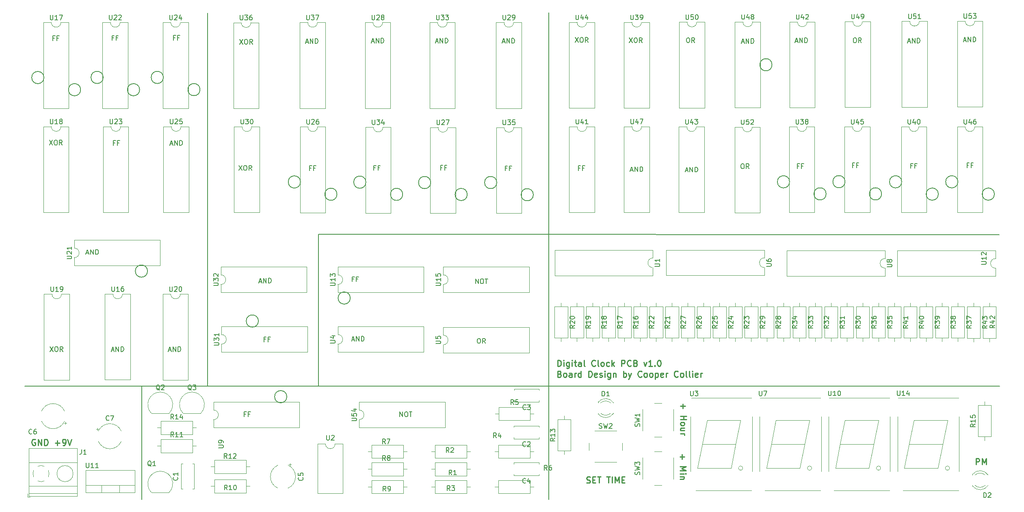
<source format=gbr>
%TF.GenerationSoftware,KiCad,Pcbnew,(6.0.1-0)*%
%TF.CreationDate,2023-01-05T00:44:51-08:00*%
%TF.ProjectId,DigitalClock,44696769-7461-46c4-936c-6f636b2e6b69,rev?*%
%TF.SameCoordinates,Original*%
%TF.FileFunction,Legend,Top*%
%TF.FilePolarity,Positive*%
%FSLAX46Y46*%
G04 Gerber Fmt 4.6, Leading zero omitted, Abs format (unit mm)*
G04 Created by KiCad (PCBNEW (6.0.1-0)) date 2023-01-05 00:44:51*
%MOMM*%
%LPD*%
G01*
G04 APERTURE LIST*
%ADD10C,0.150000*%
%ADD11C,0.254000*%
%ADD12C,0.120000*%
G04 APERTURE END LIST*
D10*
X97678400Y-117494100D02*
X97678400Y-85794900D01*
X62077600Y-93472000D02*
G75*
G03*
X62077600Y-93472000I-1268990J0D01*
G01*
X142494000Y-77546200D02*
G75*
G03*
X142494000Y-77546200I-1268990J0D01*
G01*
X134874000Y-75006200D02*
G75*
G03*
X134874000Y-75006200I-1268990J0D01*
G01*
X60426600Y-55651400D02*
G75*
G03*
X60426600Y-55651400I-1268990J0D01*
G01*
X107594400Y-74930000D02*
G75*
G03*
X107594400Y-74930000I-1268990J0D01*
G01*
X239664400Y-117494100D02*
X36489800Y-117494100D01*
X128727200Y-77495400D02*
G75*
G03*
X128727200Y-77495400I-1268990J0D01*
G01*
X207467200Y-74828400D02*
G75*
G03*
X207467200Y-74828400I-1268990J0D01*
G01*
X215087200Y-77368400D02*
G75*
G03*
X215087200Y-77368400I-1268990J0D01*
G01*
X104343200Y-99085400D02*
G75*
G03*
X104343200Y-99085400I-1268990J0D01*
G01*
X192252600Y-50444400D02*
G75*
G03*
X192252600Y-50444400I-1268990J0D01*
G01*
X60848400Y-141090700D02*
X60848400Y-117494100D01*
X230987600Y-74853800D02*
G75*
G03*
X230987600Y-74853800I-1268990J0D01*
G01*
X93954600Y-74879200D02*
G75*
G03*
X93954600Y-74879200I-1268990J0D01*
G01*
X48133000Y-55651400D02*
G75*
G03*
X48133000Y-55651400I-1268990J0D01*
G01*
X195910200Y-74853800D02*
G75*
G03*
X195910200Y-74853800I-1268990J0D01*
G01*
X203530200Y-77368400D02*
G75*
G03*
X203530200Y-77368400I-1268990J0D01*
G01*
X219278200Y-74853800D02*
G75*
G03*
X219278200Y-74853800I-1268990J0D01*
G01*
X145684400Y-141090700D02*
X145684400Y-39541500D01*
X226923600Y-77419200D02*
G75*
G03*
X226923600Y-77419200I-1268990J0D01*
G01*
X97678400Y-85794900D02*
X239639000Y-85871100D01*
X91109800Y-119659400D02*
G75*
G03*
X91109800Y-119659400I-1268990J0D01*
G01*
X115265200Y-77470000D02*
G75*
G03*
X115265200Y-77470000I-1268990J0D01*
G01*
X73025000Y-55626000D02*
G75*
G03*
X73025000Y-55626000I-1268990J0D01*
G01*
X121107200Y-75006200D02*
G75*
G03*
X121107200Y-75006200I-1268990J0D01*
G01*
X101574600Y-77444600D02*
G75*
G03*
X101574600Y-77444600I-1268990J0D01*
G01*
X52832000Y-53086000D02*
G75*
G03*
X52832000Y-53086000I-1268990J0D01*
G01*
X238607600Y-77419200D02*
G75*
G03*
X238607600Y-77419200I-1268990J0D01*
G01*
X65379600Y-53086000D02*
G75*
G03*
X65379600Y-53086000I-1268990J0D01*
G01*
X85191600Y-103886000D02*
G75*
G03*
X85191600Y-103886000I-1268990J0D01*
G01*
X74564400Y-117494100D02*
X74564400Y-39643100D01*
X40480865Y-53111400D02*
G75*
G03*
X40480865Y-53111400I-1268990J0D01*
G01*
X81294457Y-45146980D02*
X81961123Y-46146980D01*
X81961123Y-45146980D02*
X81294457Y-46146980D01*
X82532552Y-45146980D02*
X82723028Y-45146980D01*
X82818266Y-45194600D01*
X82913504Y-45289838D01*
X82961123Y-45480314D01*
X82961123Y-45813647D01*
X82913504Y-46004123D01*
X82818266Y-46099361D01*
X82723028Y-46146980D01*
X82532552Y-46146980D01*
X82437314Y-46099361D01*
X82342076Y-46004123D01*
X82294457Y-45813647D01*
X82294457Y-45480314D01*
X82342076Y-45289838D01*
X82437314Y-45194600D01*
X82532552Y-45146980D01*
X83961123Y-46146980D02*
X83627790Y-45670790D01*
X83389695Y-46146980D02*
X83389695Y-45146980D01*
X83770647Y-45146980D01*
X83865885Y-45194600D01*
X83913504Y-45242219D01*
X83961123Y-45337457D01*
X83961123Y-45480314D01*
X83913504Y-45575552D01*
X83865885Y-45623171D01*
X83770647Y-45670790D01*
X83389695Y-45670790D01*
X232214895Y-45378666D02*
X232691085Y-45378666D01*
X232119657Y-45664380D02*
X232452990Y-44664380D01*
X232786323Y-45664380D01*
X233119657Y-45664380D02*
X233119657Y-44664380D01*
X233691085Y-45664380D01*
X233691085Y-44664380D01*
X234167276Y-45664380D02*
X234167276Y-44664380D01*
X234405371Y-44664380D01*
X234548228Y-44712000D01*
X234643466Y-44807238D01*
X234691085Y-44902476D01*
X234738704Y-45092952D01*
X234738704Y-45235809D01*
X234691085Y-45426285D01*
X234643466Y-45521523D01*
X234548228Y-45616761D01*
X234405371Y-45664380D01*
X234167276Y-45664380D01*
X220581695Y-45607266D02*
X221057885Y-45607266D01*
X220486457Y-45892980D02*
X220819790Y-44892980D01*
X221153123Y-45892980D01*
X221486457Y-45892980D02*
X221486457Y-44892980D01*
X222057885Y-45892980D01*
X222057885Y-44892980D01*
X222534076Y-45892980D02*
X222534076Y-44892980D01*
X222772171Y-44892980D01*
X222915028Y-44940600D01*
X223010266Y-45035838D01*
X223057885Y-45131076D01*
X223105504Y-45321552D01*
X223105504Y-45464409D01*
X223057885Y-45654885D01*
X223010266Y-45750123D01*
X222915028Y-45845361D01*
X222772171Y-45892980D01*
X222534076Y-45892980D01*
D11*
X234745266Y-133816623D02*
X234745266Y-132546623D01*
X235229076Y-132546623D01*
X235350028Y-132607100D01*
X235410504Y-132667576D01*
X235470980Y-132788528D01*
X235470980Y-132969957D01*
X235410504Y-133090909D01*
X235350028Y-133151385D01*
X235229076Y-133211861D01*
X234745266Y-133211861D01*
X236015266Y-133816623D02*
X236015266Y-132546623D01*
X236438600Y-133453766D01*
X236861933Y-132546623D01*
X236861933Y-133816623D01*
D10*
X136975885Y-72013771D02*
X136642552Y-72013771D01*
X136642552Y-72537580D02*
X136642552Y-71537580D01*
X137118742Y-71537580D01*
X137833028Y-72013771D02*
X137499695Y-72013771D01*
X137499695Y-72537580D02*
X137499695Y-71537580D01*
X137975885Y-71537580D01*
D11*
X147959838Y-114895085D02*
X148141266Y-114955561D01*
X148201742Y-115016038D01*
X148262219Y-115136990D01*
X148262219Y-115318419D01*
X148201742Y-115439371D01*
X148141266Y-115499847D01*
X148020314Y-115560323D01*
X147536504Y-115560323D01*
X147536504Y-114290323D01*
X147959838Y-114290323D01*
X148080790Y-114350800D01*
X148141266Y-114411276D01*
X148201742Y-114532228D01*
X148201742Y-114653180D01*
X148141266Y-114774133D01*
X148080790Y-114834609D01*
X147959838Y-114895085D01*
X147536504Y-114895085D01*
X148987933Y-115560323D02*
X148866980Y-115499847D01*
X148806504Y-115439371D01*
X148746028Y-115318419D01*
X148746028Y-114955561D01*
X148806504Y-114834609D01*
X148866980Y-114774133D01*
X148987933Y-114713657D01*
X149169361Y-114713657D01*
X149290314Y-114774133D01*
X149350790Y-114834609D01*
X149411266Y-114955561D01*
X149411266Y-115318419D01*
X149350790Y-115439371D01*
X149290314Y-115499847D01*
X149169361Y-115560323D01*
X148987933Y-115560323D01*
X150499838Y-115560323D02*
X150499838Y-114895085D01*
X150439361Y-114774133D01*
X150318409Y-114713657D01*
X150076504Y-114713657D01*
X149955552Y-114774133D01*
X150499838Y-115499847D02*
X150378885Y-115560323D01*
X150076504Y-115560323D01*
X149955552Y-115499847D01*
X149895076Y-115378895D01*
X149895076Y-115257942D01*
X149955552Y-115136990D01*
X150076504Y-115076514D01*
X150378885Y-115076514D01*
X150499838Y-115016038D01*
X151104599Y-115560323D02*
X151104599Y-114713657D01*
X151104599Y-114955561D02*
X151165076Y-114834609D01*
X151225552Y-114774133D01*
X151346504Y-114713657D01*
X151467457Y-114713657D01*
X152435076Y-115560323D02*
X152435076Y-114290323D01*
X152435076Y-115499847D02*
X152314123Y-115560323D01*
X152072219Y-115560323D01*
X151951266Y-115499847D01*
X151890790Y-115439371D01*
X151830314Y-115318419D01*
X151830314Y-114955561D01*
X151890790Y-114834609D01*
X151951266Y-114774133D01*
X152072219Y-114713657D01*
X152314123Y-114713657D01*
X152435076Y-114774133D01*
X154007457Y-115560323D02*
X154007457Y-114290323D01*
X154309838Y-114290323D01*
X154491266Y-114350800D01*
X154612219Y-114471752D01*
X154672695Y-114592704D01*
X154733171Y-114834609D01*
X154733171Y-115016038D01*
X154672695Y-115257942D01*
X154612219Y-115378895D01*
X154491266Y-115499847D01*
X154309838Y-115560323D01*
X154007457Y-115560323D01*
X155761266Y-115499847D02*
X155640314Y-115560323D01*
X155398409Y-115560323D01*
X155277457Y-115499847D01*
X155216980Y-115378895D01*
X155216980Y-114895085D01*
X155277457Y-114774133D01*
X155398409Y-114713657D01*
X155640314Y-114713657D01*
X155761266Y-114774133D01*
X155821742Y-114895085D01*
X155821742Y-115016038D01*
X155216980Y-115136990D01*
X156305552Y-115499847D02*
X156426504Y-115560323D01*
X156668409Y-115560323D01*
X156789361Y-115499847D01*
X156849838Y-115378895D01*
X156849838Y-115318419D01*
X156789361Y-115197466D01*
X156668409Y-115136990D01*
X156486980Y-115136990D01*
X156366028Y-115076514D01*
X156305552Y-114955561D01*
X156305552Y-114895085D01*
X156366028Y-114774133D01*
X156486980Y-114713657D01*
X156668409Y-114713657D01*
X156789361Y-114774133D01*
X157394123Y-115560323D02*
X157394123Y-114713657D01*
X157394123Y-114290323D02*
X157333647Y-114350800D01*
X157394123Y-114411276D01*
X157454599Y-114350800D01*
X157394123Y-114290323D01*
X157394123Y-114411276D01*
X158543171Y-114713657D02*
X158543171Y-115741752D01*
X158482695Y-115862704D01*
X158422219Y-115923180D01*
X158301266Y-115983657D01*
X158119838Y-115983657D01*
X157998885Y-115923180D01*
X158543171Y-115499847D02*
X158422219Y-115560323D01*
X158180314Y-115560323D01*
X158059361Y-115499847D01*
X157998885Y-115439371D01*
X157938409Y-115318419D01*
X157938409Y-114955561D01*
X157998885Y-114834609D01*
X158059361Y-114774133D01*
X158180314Y-114713657D01*
X158422219Y-114713657D01*
X158543171Y-114774133D01*
X159147933Y-114713657D02*
X159147933Y-115560323D01*
X159147933Y-114834609D02*
X159208409Y-114774133D01*
X159329361Y-114713657D01*
X159510790Y-114713657D01*
X159631742Y-114774133D01*
X159692219Y-114895085D01*
X159692219Y-115560323D01*
X161264599Y-115560323D02*
X161264599Y-114290323D01*
X161264599Y-114774133D02*
X161385552Y-114713657D01*
X161627457Y-114713657D01*
X161748409Y-114774133D01*
X161808885Y-114834609D01*
X161869361Y-114955561D01*
X161869361Y-115318419D01*
X161808885Y-115439371D01*
X161748409Y-115499847D01*
X161627457Y-115560323D01*
X161385552Y-115560323D01*
X161264599Y-115499847D01*
X162292695Y-114713657D02*
X162595076Y-115560323D01*
X162897457Y-114713657D02*
X162595076Y-115560323D01*
X162474123Y-115862704D01*
X162413647Y-115923180D01*
X162292695Y-115983657D01*
X165074600Y-115439371D02*
X165014123Y-115499847D01*
X164832695Y-115560323D01*
X164711742Y-115560323D01*
X164530314Y-115499847D01*
X164409361Y-115378895D01*
X164348885Y-115257942D01*
X164288409Y-115016038D01*
X164288409Y-114834609D01*
X164348885Y-114592704D01*
X164409361Y-114471752D01*
X164530314Y-114350800D01*
X164711742Y-114290323D01*
X164832695Y-114290323D01*
X165014123Y-114350800D01*
X165074600Y-114411276D01*
X165800314Y-115560323D02*
X165679361Y-115499847D01*
X165618885Y-115439371D01*
X165558409Y-115318419D01*
X165558409Y-114955561D01*
X165618885Y-114834609D01*
X165679361Y-114774133D01*
X165800314Y-114713657D01*
X165981742Y-114713657D01*
X166102695Y-114774133D01*
X166163171Y-114834609D01*
X166223647Y-114955561D01*
X166223647Y-115318419D01*
X166163171Y-115439371D01*
X166102695Y-115499847D01*
X165981742Y-115560323D01*
X165800314Y-115560323D01*
X166949361Y-115560323D02*
X166828409Y-115499847D01*
X166767933Y-115439371D01*
X166707457Y-115318419D01*
X166707457Y-114955561D01*
X166767933Y-114834609D01*
X166828409Y-114774133D01*
X166949361Y-114713657D01*
X167130790Y-114713657D01*
X167251742Y-114774133D01*
X167312219Y-114834609D01*
X167372695Y-114955561D01*
X167372695Y-115318419D01*
X167312219Y-115439371D01*
X167251742Y-115499847D01*
X167130790Y-115560323D01*
X166949361Y-115560323D01*
X167916980Y-114713657D02*
X167916980Y-115983657D01*
X167916980Y-114774133D02*
X168037933Y-114713657D01*
X168279838Y-114713657D01*
X168400790Y-114774133D01*
X168461266Y-114834609D01*
X168521742Y-114955561D01*
X168521742Y-115318419D01*
X168461266Y-115439371D01*
X168400790Y-115499847D01*
X168279838Y-115560323D01*
X168037933Y-115560323D01*
X167916980Y-115499847D01*
X169549838Y-115499847D02*
X169428885Y-115560323D01*
X169186980Y-115560323D01*
X169066028Y-115499847D01*
X169005552Y-115378895D01*
X169005552Y-114895085D01*
X169066028Y-114774133D01*
X169186980Y-114713657D01*
X169428885Y-114713657D01*
X169549838Y-114774133D01*
X169610314Y-114895085D01*
X169610314Y-115016038D01*
X169005552Y-115136990D01*
X170154600Y-115560323D02*
X170154600Y-114713657D01*
X170154600Y-114955561D02*
X170215076Y-114834609D01*
X170275552Y-114774133D01*
X170396504Y-114713657D01*
X170517457Y-114713657D01*
X172634123Y-115439371D02*
X172573647Y-115499847D01*
X172392219Y-115560323D01*
X172271266Y-115560323D01*
X172089838Y-115499847D01*
X171968885Y-115378895D01*
X171908409Y-115257942D01*
X171847933Y-115016038D01*
X171847933Y-114834609D01*
X171908409Y-114592704D01*
X171968885Y-114471752D01*
X172089838Y-114350800D01*
X172271266Y-114290323D01*
X172392219Y-114290323D01*
X172573647Y-114350800D01*
X172634123Y-114411276D01*
X173359838Y-115560323D02*
X173238885Y-115499847D01*
X173178409Y-115439371D01*
X173117933Y-115318419D01*
X173117933Y-114955561D01*
X173178409Y-114834609D01*
X173238885Y-114774133D01*
X173359838Y-114713657D01*
X173541266Y-114713657D01*
X173662219Y-114774133D01*
X173722695Y-114834609D01*
X173783171Y-114955561D01*
X173783171Y-115318419D01*
X173722695Y-115439371D01*
X173662219Y-115499847D01*
X173541266Y-115560323D01*
X173359838Y-115560323D01*
X174508885Y-115560323D02*
X174387933Y-115499847D01*
X174327457Y-115378895D01*
X174327457Y-114290323D01*
X175174123Y-115560323D02*
X175053171Y-115499847D01*
X174992695Y-115378895D01*
X174992695Y-114290323D01*
X175657933Y-115560323D02*
X175657933Y-114713657D01*
X175657933Y-114290323D02*
X175597457Y-114350800D01*
X175657933Y-114411276D01*
X175718409Y-114350800D01*
X175657933Y-114290323D01*
X175657933Y-114411276D01*
X176746504Y-115499847D02*
X176625552Y-115560323D01*
X176383647Y-115560323D01*
X176262695Y-115499847D01*
X176202219Y-115378895D01*
X176202219Y-114895085D01*
X176262695Y-114774133D01*
X176383647Y-114713657D01*
X176625552Y-114713657D01*
X176746504Y-114774133D01*
X176806980Y-114895085D01*
X176806980Y-115016038D01*
X176202219Y-115136990D01*
X177351266Y-115560323D02*
X177351266Y-114713657D01*
X177351266Y-114955561D02*
X177411742Y-114834609D01*
X177472219Y-114774133D01*
X177593171Y-114713657D01*
X177714123Y-114713657D01*
D10*
X66479895Y-109945466D02*
X66956085Y-109945466D01*
X66384657Y-110231180D02*
X66717990Y-109231180D01*
X67051323Y-110231180D01*
X67384657Y-110231180D02*
X67384657Y-109231180D01*
X67956085Y-110231180D01*
X67956085Y-109231180D01*
X68432276Y-110231180D02*
X68432276Y-109231180D01*
X68670371Y-109231180D01*
X68813228Y-109278800D01*
X68908466Y-109374038D01*
X68956085Y-109469276D01*
X69003704Y-109659752D01*
X69003704Y-109802609D01*
X68956085Y-109993085D01*
X68908466Y-110088323D01*
X68813228Y-110183561D01*
X68670371Y-110231180D01*
X68432276Y-110231180D01*
X151220657Y-44765980D02*
X151887323Y-45765980D01*
X151887323Y-44765980D02*
X151220657Y-45765980D01*
X152458752Y-44765980D02*
X152649228Y-44765980D01*
X152744466Y-44813600D01*
X152839704Y-44908838D01*
X152887323Y-45099314D01*
X152887323Y-45432647D01*
X152839704Y-45623123D01*
X152744466Y-45718361D01*
X152649228Y-45765980D01*
X152458752Y-45765980D01*
X152363514Y-45718361D01*
X152268276Y-45623123D01*
X152220657Y-45432647D01*
X152220657Y-45099314D01*
X152268276Y-44908838D01*
X152363514Y-44813600D01*
X152458752Y-44765980D01*
X153887323Y-45765980D02*
X153553990Y-45289790D01*
X153315895Y-45765980D02*
X153315895Y-44765980D01*
X153696847Y-44765980D01*
X153792085Y-44813600D01*
X153839704Y-44861219D01*
X153887323Y-44956457D01*
X153887323Y-45099314D01*
X153839704Y-45194552D01*
X153792085Y-45242171D01*
X153696847Y-45289790D01*
X153315895Y-45289790D01*
D11*
X147558276Y-113299723D02*
X147558276Y-112029723D01*
X147860657Y-112029723D01*
X148042085Y-112090200D01*
X148163038Y-112211152D01*
X148223514Y-112332104D01*
X148283990Y-112574009D01*
X148283990Y-112755438D01*
X148223514Y-112997342D01*
X148163038Y-113118295D01*
X148042085Y-113239247D01*
X147860657Y-113299723D01*
X147558276Y-113299723D01*
X148828276Y-113299723D02*
X148828276Y-112453057D01*
X148828276Y-112029723D02*
X148767800Y-112090200D01*
X148828276Y-112150676D01*
X148888752Y-112090200D01*
X148828276Y-112029723D01*
X148828276Y-112150676D01*
X149977323Y-112453057D02*
X149977323Y-113481152D01*
X149916847Y-113602104D01*
X149856371Y-113662580D01*
X149735419Y-113723057D01*
X149553990Y-113723057D01*
X149433038Y-113662580D01*
X149977323Y-113239247D02*
X149856371Y-113299723D01*
X149614466Y-113299723D01*
X149493514Y-113239247D01*
X149433038Y-113178771D01*
X149372561Y-113057819D01*
X149372561Y-112694961D01*
X149433038Y-112574009D01*
X149493514Y-112513533D01*
X149614466Y-112453057D01*
X149856371Y-112453057D01*
X149977323Y-112513533D01*
X150582085Y-113299723D02*
X150582085Y-112453057D01*
X150582085Y-112029723D02*
X150521609Y-112090200D01*
X150582085Y-112150676D01*
X150642561Y-112090200D01*
X150582085Y-112029723D01*
X150582085Y-112150676D01*
X151005419Y-112453057D02*
X151489228Y-112453057D01*
X151186847Y-112029723D02*
X151186847Y-113118295D01*
X151247323Y-113239247D01*
X151368276Y-113299723D01*
X151489228Y-113299723D01*
X152456847Y-113299723D02*
X152456847Y-112634485D01*
X152396371Y-112513533D01*
X152275419Y-112453057D01*
X152033514Y-112453057D01*
X151912561Y-112513533D01*
X152456847Y-113239247D02*
X152335895Y-113299723D01*
X152033514Y-113299723D01*
X151912561Y-113239247D01*
X151852085Y-113118295D01*
X151852085Y-112997342D01*
X151912561Y-112876390D01*
X152033514Y-112815914D01*
X152335895Y-112815914D01*
X152456847Y-112755438D01*
X153243038Y-113299723D02*
X153122085Y-113239247D01*
X153061609Y-113118295D01*
X153061609Y-112029723D01*
X155420180Y-113178771D02*
X155359704Y-113239247D01*
X155178276Y-113299723D01*
X155057323Y-113299723D01*
X154875895Y-113239247D01*
X154754942Y-113118295D01*
X154694466Y-112997342D01*
X154633990Y-112755438D01*
X154633990Y-112574009D01*
X154694466Y-112332104D01*
X154754942Y-112211152D01*
X154875895Y-112090200D01*
X155057323Y-112029723D01*
X155178276Y-112029723D01*
X155359704Y-112090200D01*
X155420180Y-112150676D01*
X156145895Y-113299723D02*
X156024942Y-113239247D01*
X155964466Y-113118295D01*
X155964466Y-112029723D01*
X156811133Y-113299723D02*
X156690180Y-113239247D01*
X156629704Y-113178771D01*
X156569228Y-113057819D01*
X156569228Y-112694961D01*
X156629704Y-112574009D01*
X156690180Y-112513533D01*
X156811133Y-112453057D01*
X156992561Y-112453057D01*
X157113514Y-112513533D01*
X157173990Y-112574009D01*
X157234466Y-112694961D01*
X157234466Y-113057819D01*
X157173990Y-113178771D01*
X157113514Y-113239247D01*
X156992561Y-113299723D01*
X156811133Y-113299723D01*
X158323038Y-113239247D02*
X158202085Y-113299723D01*
X157960180Y-113299723D01*
X157839228Y-113239247D01*
X157778752Y-113178771D01*
X157718276Y-113057819D01*
X157718276Y-112694961D01*
X157778752Y-112574009D01*
X157839228Y-112513533D01*
X157960180Y-112453057D01*
X158202085Y-112453057D01*
X158323038Y-112513533D01*
X158867323Y-113299723D02*
X158867323Y-112029723D01*
X158988276Y-112815914D02*
X159351133Y-113299723D01*
X159351133Y-112453057D02*
X158867323Y-112936866D01*
X160863038Y-113299723D02*
X160863038Y-112029723D01*
X161346847Y-112029723D01*
X161467799Y-112090200D01*
X161528276Y-112150676D01*
X161588752Y-112271628D01*
X161588752Y-112453057D01*
X161528276Y-112574009D01*
X161467799Y-112634485D01*
X161346847Y-112694961D01*
X160863038Y-112694961D01*
X162858752Y-113178771D02*
X162798276Y-113239247D01*
X162616847Y-113299723D01*
X162495895Y-113299723D01*
X162314466Y-113239247D01*
X162193514Y-113118295D01*
X162133038Y-112997342D01*
X162072561Y-112755438D01*
X162072561Y-112574009D01*
X162133038Y-112332104D01*
X162193514Y-112211152D01*
X162314466Y-112090200D01*
X162495895Y-112029723D01*
X162616847Y-112029723D01*
X162798276Y-112090200D01*
X162858752Y-112150676D01*
X163826371Y-112634485D02*
X164007799Y-112694961D01*
X164068276Y-112755438D01*
X164128752Y-112876390D01*
X164128752Y-113057819D01*
X164068276Y-113178771D01*
X164007799Y-113239247D01*
X163886847Y-113299723D01*
X163403038Y-113299723D01*
X163403038Y-112029723D01*
X163826371Y-112029723D01*
X163947323Y-112090200D01*
X164007799Y-112150676D01*
X164068276Y-112271628D01*
X164068276Y-112392580D01*
X164007799Y-112513533D01*
X163947323Y-112574009D01*
X163826371Y-112634485D01*
X163403038Y-112634485D01*
X165519704Y-112453057D02*
X165822085Y-113299723D01*
X166124466Y-112453057D01*
X167273514Y-113299723D02*
X166547800Y-113299723D01*
X166910657Y-113299723D02*
X166910657Y-112029723D01*
X166789704Y-112211152D01*
X166668752Y-112332104D01*
X166547800Y-112392580D01*
X167817800Y-113178771D02*
X167878276Y-113239247D01*
X167817800Y-113299723D01*
X167757323Y-113239247D01*
X167817800Y-113178771D01*
X167817800Y-113299723D01*
X168664466Y-112029723D02*
X168785419Y-112029723D01*
X168906371Y-112090200D01*
X168966847Y-112150676D01*
X169027323Y-112271628D01*
X169087800Y-112513533D01*
X169087800Y-112815914D01*
X169027323Y-113057819D01*
X168966847Y-113178771D01*
X168906371Y-113239247D01*
X168785419Y-113299723D01*
X168664466Y-113299723D01*
X168543514Y-113239247D01*
X168483038Y-113178771D01*
X168422561Y-113057819D01*
X168362085Y-112815914D01*
X168362085Y-112513533D01*
X168422561Y-112271628D01*
X168483038Y-112150676D01*
X168543514Y-112090200D01*
X168664466Y-112029723D01*
D10*
X136050495Y-45658066D02*
X136526685Y-45658066D01*
X135955257Y-45943780D02*
X136288590Y-44943780D01*
X136621923Y-45943780D01*
X136955257Y-45943780D02*
X136955257Y-44943780D01*
X137526685Y-45943780D01*
X137526685Y-44943780D01*
X138002876Y-45943780D02*
X138002876Y-44943780D01*
X138240971Y-44943780D01*
X138383828Y-44991400D01*
X138479066Y-45086638D01*
X138526685Y-45181876D01*
X138574304Y-45372352D01*
X138574304Y-45515209D01*
X138526685Y-45705685D01*
X138479066Y-45800923D01*
X138383828Y-45896161D01*
X138240971Y-45943780D01*
X138002876Y-45943780D01*
X67811685Y-44784971D02*
X67478352Y-44784971D01*
X67478352Y-45308780D02*
X67478352Y-44308780D01*
X67954542Y-44308780D01*
X68668828Y-44784971D02*
X68335495Y-44784971D01*
X68335495Y-45308780D02*
X68335495Y-44308780D01*
X68811685Y-44308780D01*
X122156695Y-45607266D02*
X122632885Y-45607266D01*
X122061457Y-45892980D02*
X122394790Y-44892980D01*
X122728123Y-45892980D01*
X123061457Y-45892980D02*
X123061457Y-44892980D01*
X123632885Y-45892980D01*
X123632885Y-44892980D01*
X124109076Y-45892980D02*
X124109076Y-44892980D01*
X124347171Y-44892980D01*
X124490028Y-44940600D01*
X124585266Y-45035838D01*
X124632885Y-45131076D01*
X124680504Y-45321552D01*
X124680504Y-45464409D01*
X124632885Y-45654885D01*
X124585266Y-45750123D01*
X124490028Y-45845361D01*
X124347171Y-45892980D01*
X124109076Y-45892980D01*
X66835495Y-66943266D02*
X67311685Y-66943266D01*
X66740257Y-67228980D02*
X67073590Y-66228980D01*
X67406923Y-67228980D01*
X67740257Y-67228980D02*
X67740257Y-66228980D01*
X68311685Y-67228980D01*
X68311685Y-66228980D01*
X68787876Y-67228980D02*
X68787876Y-66228980D01*
X69025971Y-66228980D01*
X69168828Y-66276600D01*
X69264066Y-66371838D01*
X69311685Y-66467076D01*
X69359304Y-66657552D01*
X69359304Y-66800409D01*
X69311685Y-66990885D01*
X69264066Y-67086123D01*
X69168828Y-67181361D01*
X69025971Y-67228980D01*
X68787876Y-67228980D01*
X49309495Y-89701666D02*
X49785685Y-89701666D01*
X49214257Y-89987380D02*
X49547590Y-88987380D01*
X49880923Y-89987380D01*
X50214257Y-89987380D02*
X50214257Y-88987380D01*
X50785685Y-89987380D01*
X50785685Y-88987380D01*
X51261876Y-89987380D02*
X51261876Y-88987380D01*
X51499971Y-88987380D01*
X51642828Y-89035000D01*
X51738066Y-89130238D01*
X51785685Y-89225476D01*
X51833304Y-89415952D01*
X51833304Y-89558809D01*
X51785685Y-89749285D01*
X51738066Y-89844523D01*
X51642828Y-89939761D01*
X51499971Y-89987380D01*
X51261876Y-89987380D01*
X152215885Y-71988371D02*
X151882552Y-71988371D01*
X151882552Y-72512180D02*
X151882552Y-71512180D01*
X152358742Y-71512180D01*
X153073028Y-71988371D02*
X152739695Y-71988371D01*
X152739695Y-72512180D02*
X152739695Y-71512180D01*
X153215885Y-71512180D01*
X41746657Y-109231180D02*
X42413323Y-110231180D01*
X42413323Y-109231180D02*
X41746657Y-110231180D01*
X42984752Y-109231180D02*
X43175228Y-109231180D01*
X43270466Y-109278800D01*
X43365704Y-109374038D01*
X43413323Y-109564514D01*
X43413323Y-109897847D01*
X43365704Y-110088323D01*
X43270466Y-110183561D01*
X43175228Y-110231180D01*
X42984752Y-110231180D01*
X42889514Y-110183561D01*
X42794276Y-110088323D01*
X42746657Y-109897847D01*
X42746657Y-109564514D01*
X42794276Y-109374038D01*
X42889514Y-109278800D01*
X42984752Y-109231180D01*
X44413323Y-110231180D02*
X44079990Y-109754990D01*
X43841895Y-110231180D02*
X43841895Y-109231180D01*
X44222847Y-109231180D01*
X44318085Y-109278800D01*
X44365704Y-109326419D01*
X44413323Y-109421657D01*
X44413323Y-109564514D01*
X44365704Y-109659752D01*
X44318085Y-109707371D01*
X44222847Y-109754990D01*
X43841895Y-109754990D01*
X42691085Y-44861171D02*
X42357752Y-44861171D01*
X42357752Y-45384980D02*
X42357752Y-44384980D01*
X42833942Y-44384980D01*
X43548228Y-44861171D02*
X43214895Y-44861171D01*
X43214895Y-45384980D02*
X43214895Y-44384980D01*
X43691085Y-44384980D01*
X197112095Y-45556466D02*
X197588285Y-45556466D01*
X197016857Y-45842180D02*
X197350190Y-44842180D01*
X197683523Y-45842180D01*
X198016857Y-45842180D02*
X198016857Y-44842180D01*
X198588285Y-45842180D01*
X198588285Y-44842180D01*
X199064476Y-45842180D02*
X199064476Y-44842180D01*
X199302571Y-44842180D01*
X199445428Y-44889800D01*
X199540666Y-44985038D01*
X199588285Y-45080276D01*
X199635904Y-45270752D01*
X199635904Y-45413609D01*
X199588285Y-45604085D01*
X199540666Y-45699323D01*
X199445428Y-45794561D01*
X199302571Y-45842180D01*
X199064476Y-45842180D01*
X123488485Y-71912171D02*
X123155152Y-71912171D01*
X123155152Y-72435980D02*
X123155152Y-71435980D01*
X123631342Y-71435980D01*
X124345628Y-71912171D02*
X124012295Y-71912171D01*
X124012295Y-72435980D02*
X124012295Y-71435980D01*
X124488485Y-71435980D01*
X131052961Y-107529380D02*
X131243438Y-107529380D01*
X131338676Y-107577000D01*
X131433914Y-107672238D01*
X131481533Y-107862714D01*
X131481533Y-108196047D01*
X131433914Y-108386523D01*
X131338676Y-108481761D01*
X131243438Y-108529380D01*
X131052961Y-108529380D01*
X130957723Y-108481761D01*
X130862485Y-108386523D01*
X130814866Y-108196047D01*
X130814866Y-107862714D01*
X130862485Y-107672238D01*
X130957723Y-107577000D01*
X131052961Y-107529380D01*
X132481533Y-108529380D02*
X132148200Y-108053190D01*
X131910104Y-108529380D02*
X131910104Y-107529380D01*
X132291057Y-107529380D01*
X132386295Y-107577000D01*
X132433914Y-107624619D01*
X132481533Y-107719857D01*
X132481533Y-107862714D01*
X132433914Y-107957952D01*
X132386295Y-108005571D01*
X132291057Y-108053190D01*
X131910104Y-108053190D01*
X233216485Y-71378771D02*
X232883152Y-71378771D01*
X232883152Y-71902580D02*
X232883152Y-70902580D01*
X233359342Y-70902580D01*
X234073628Y-71378771D02*
X233740295Y-71378771D01*
X233740295Y-71902580D02*
X233740295Y-70902580D01*
X234216485Y-70902580D01*
X174664761Y-44816780D02*
X174855238Y-44816780D01*
X174950476Y-44864400D01*
X175045714Y-44959638D01*
X175093333Y-45150114D01*
X175093333Y-45483447D01*
X175045714Y-45673923D01*
X174950476Y-45769161D01*
X174855238Y-45816780D01*
X174664761Y-45816780D01*
X174569523Y-45769161D01*
X174474285Y-45673923D01*
X174426666Y-45483447D01*
X174426666Y-45150114D01*
X174474285Y-44959638D01*
X174569523Y-44864400D01*
X174664761Y-44816780D01*
X176093333Y-45816780D02*
X175760000Y-45340590D01*
X175521904Y-45816780D02*
X175521904Y-44816780D01*
X175902857Y-44816780D01*
X175998095Y-44864400D01*
X176045714Y-44912019D01*
X176093333Y-45007257D01*
X176093333Y-45150114D01*
X176045714Y-45245352D01*
X175998095Y-45292971D01*
X175902857Y-45340590D01*
X175521904Y-45340590D01*
X41619657Y-66178180D02*
X42286323Y-67178180D01*
X42286323Y-66178180D02*
X41619657Y-67178180D01*
X42857752Y-66178180D02*
X43048228Y-66178180D01*
X43143466Y-66225800D01*
X43238704Y-66321038D01*
X43286323Y-66511514D01*
X43286323Y-66844847D01*
X43238704Y-67035323D01*
X43143466Y-67130561D01*
X43048228Y-67178180D01*
X42857752Y-67178180D01*
X42762514Y-67130561D01*
X42667276Y-67035323D01*
X42619657Y-66844847D01*
X42619657Y-66511514D01*
X42667276Y-66321038D01*
X42762514Y-66225800D01*
X42857752Y-66178180D01*
X44286323Y-67178180D02*
X43952990Y-66701990D01*
X43714895Y-67178180D02*
X43714895Y-66178180D01*
X44095847Y-66178180D01*
X44191085Y-66225800D01*
X44238704Y-66273419D01*
X44286323Y-66368657D01*
X44286323Y-66511514D01*
X44238704Y-66606752D01*
X44191085Y-66654371D01*
X44095847Y-66701990D01*
X43714895Y-66701990D01*
X86683885Y-107675371D02*
X86350552Y-107675371D01*
X86350552Y-108199180D02*
X86350552Y-107199180D01*
X86826742Y-107199180D01*
X87541028Y-107675371D02*
X87207695Y-107675371D01*
X87207695Y-108199180D02*
X87207695Y-107199180D01*
X87683885Y-107199180D01*
X104706895Y-107786466D02*
X105183085Y-107786466D01*
X104611657Y-108072180D02*
X104944990Y-107072180D01*
X105278323Y-108072180D01*
X105611657Y-108072180D02*
X105611657Y-107072180D01*
X106183085Y-108072180D01*
X106183085Y-107072180D01*
X106659276Y-108072180D02*
X106659276Y-107072180D01*
X106897371Y-107072180D01*
X107040228Y-107119800D01*
X107135466Y-107215038D01*
X107183085Y-107310276D01*
X107230704Y-107500752D01*
X107230704Y-107643609D01*
X107183085Y-107834085D01*
X107135466Y-107929323D01*
X107040228Y-108024561D01*
X106897371Y-108072180D01*
X106659276Y-108072180D01*
X95080295Y-45708866D02*
X95556485Y-45708866D01*
X94985057Y-45994580D02*
X95318390Y-44994580D01*
X95651723Y-45994580D01*
X95985057Y-45994580D02*
X95985057Y-44994580D01*
X96556485Y-45994580D01*
X96556485Y-44994580D01*
X97032676Y-45994580D02*
X97032676Y-44994580D01*
X97270771Y-44994580D01*
X97413628Y-45042200D01*
X97508866Y-45137438D01*
X97556485Y-45232676D01*
X97604104Y-45423152D01*
X97604104Y-45566009D01*
X97556485Y-45756485D01*
X97508866Y-45851723D01*
X97413628Y-45946961D01*
X97270771Y-45994580D01*
X97032676Y-45994580D01*
X197859685Y-71581971D02*
X197526352Y-71581971D01*
X197526352Y-72105780D02*
X197526352Y-71105780D01*
X198002542Y-71105780D01*
X198716828Y-71581971D02*
X198383495Y-71581971D01*
X198383495Y-72105780D02*
X198383495Y-71105780D01*
X198859685Y-71105780D01*
D11*
X42817142Y-129300514D02*
X43784761Y-129300514D01*
X43300952Y-129784323D02*
X43300952Y-128816704D01*
X44450000Y-129784323D02*
X44691904Y-129784323D01*
X44812857Y-129723847D01*
X44873333Y-129663371D01*
X44994285Y-129481942D01*
X45054761Y-129240038D01*
X45054761Y-128756228D01*
X44994285Y-128635276D01*
X44933809Y-128574800D01*
X44812857Y-128514323D01*
X44570952Y-128514323D01*
X44450000Y-128574800D01*
X44389523Y-128635276D01*
X44329047Y-128756228D01*
X44329047Y-129058609D01*
X44389523Y-129179561D01*
X44450000Y-129240038D01*
X44570952Y-129300514D01*
X44812857Y-129300514D01*
X44933809Y-129240038D01*
X44994285Y-129179561D01*
X45054761Y-129058609D01*
X45417619Y-128514323D02*
X45840952Y-129784323D01*
X46264285Y-128514323D01*
D10*
X105098885Y-95127771D02*
X104765552Y-95127771D01*
X104765552Y-95651580D02*
X104765552Y-94651580D01*
X105241742Y-94651580D01*
X105956028Y-95127771D02*
X105622695Y-95127771D01*
X105622695Y-95651580D02*
X105622695Y-94651580D01*
X106098885Y-94651580D01*
X109594685Y-71937571D02*
X109261352Y-71937571D01*
X109261352Y-72461380D02*
X109261352Y-71461380D01*
X109737542Y-71461380D01*
X110451828Y-71937571D02*
X110118495Y-71937571D01*
X110118495Y-72461380D02*
X110118495Y-71461380D01*
X110594685Y-71461380D01*
X209437361Y-44842180D02*
X209627838Y-44842180D01*
X209723076Y-44889800D01*
X209818314Y-44985038D01*
X209865933Y-45175514D01*
X209865933Y-45508847D01*
X209818314Y-45699323D01*
X209723076Y-45794561D01*
X209627838Y-45842180D01*
X209437361Y-45842180D01*
X209342123Y-45794561D01*
X209246885Y-45699323D01*
X209199266Y-45508847D01*
X209199266Y-45175514D01*
X209246885Y-44985038D01*
X209342123Y-44889800D01*
X209437361Y-44842180D01*
X210865933Y-45842180D02*
X210532600Y-45365990D01*
X210294504Y-45842180D02*
X210294504Y-44842180D01*
X210675457Y-44842180D01*
X210770695Y-44889800D01*
X210818314Y-44937419D01*
X210865933Y-45032657D01*
X210865933Y-45175514D01*
X210818314Y-45270752D01*
X210770695Y-45318371D01*
X210675457Y-45365990D01*
X210294504Y-45365990D01*
X162771295Y-72429666D02*
X163247485Y-72429666D01*
X162676057Y-72715380D02*
X163009390Y-71715380D01*
X163342723Y-72715380D01*
X163676057Y-72715380D02*
X163676057Y-71715380D01*
X164247485Y-72715380D01*
X164247485Y-71715380D01*
X164723676Y-72715380D02*
X164723676Y-71715380D01*
X164961771Y-71715380D01*
X165104628Y-71763000D01*
X165199866Y-71858238D01*
X165247485Y-71953476D01*
X165295104Y-72143952D01*
X165295104Y-72286809D01*
X165247485Y-72477285D01*
X165199866Y-72572523D01*
X165104628Y-72667761D01*
X164961771Y-72715380D01*
X164723676Y-72715380D01*
X55010085Y-44835771D02*
X54676752Y-44835771D01*
X54676752Y-45359580D02*
X54676752Y-44359580D01*
X55152942Y-44359580D01*
X55867228Y-44835771D02*
X55533895Y-44835771D01*
X55533895Y-45359580D02*
X55533895Y-44359580D01*
X56010085Y-44359580D01*
X174226695Y-72505866D02*
X174702885Y-72505866D01*
X174131457Y-72791580D02*
X174464790Y-71791580D01*
X174798123Y-72791580D01*
X175131457Y-72791580D02*
X175131457Y-71791580D01*
X175702885Y-72791580D01*
X175702885Y-71791580D01*
X176179076Y-72791580D02*
X176179076Y-71791580D01*
X176417171Y-71791580D01*
X176560028Y-71839200D01*
X176655266Y-71934438D01*
X176702885Y-72029676D01*
X176750504Y-72220152D01*
X176750504Y-72363009D01*
X176702885Y-72553485D01*
X176655266Y-72648723D01*
X176560028Y-72743961D01*
X176417171Y-72791580D01*
X176179076Y-72791580D01*
X108821695Y-45607266D02*
X109297885Y-45607266D01*
X108726457Y-45892980D02*
X109059790Y-44892980D01*
X109393123Y-45892980D01*
X109726457Y-45892980D02*
X109726457Y-44892980D01*
X110297885Y-45892980D01*
X110297885Y-44892980D01*
X110774076Y-45892980D02*
X110774076Y-44892980D01*
X111012171Y-44892980D01*
X111155028Y-44940600D01*
X111250266Y-45035838D01*
X111297885Y-45131076D01*
X111345504Y-45321552D01*
X111345504Y-45464409D01*
X111297885Y-45654885D01*
X111250266Y-45750123D01*
X111155028Y-45845361D01*
X111012171Y-45892980D01*
X110774076Y-45892980D01*
X130457723Y-96083380D02*
X130457723Y-95083380D01*
X131029152Y-96083380D01*
X131029152Y-95083380D01*
X131695819Y-95083380D02*
X131886295Y-95083380D01*
X131981533Y-95131000D01*
X132076771Y-95226238D01*
X132124390Y-95416714D01*
X132124390Y-95750047D01*
X132076771Y-95940523D01*
X131981533Y-96035761D01*
X131886295Y-96083380D01*
X131695819Y-96083380D01*
X131600580Y-96035761D01*
X131505342Y-95940523D01*
X131457723Y-95750047D01*
X131457723Y-95416714D01*
X131505342Y-95226238D01*
X131600580Y-95131000D01*
X131695819Y-95083380D01*
X132410104Y-95083380D02*
X132981533Y-95083380D01*
X132695819Y-96083380D02*
X132695819Y-95083380D01*
X55289485Y-66705171D02*
X54956152Y-66705171D01*
X54956152Y-67228980D02*
X54956152Y-66228980D01*
X55432342Y-66228980D01*
X56146628Y-66705171D02*
X55813295Y-66705171D01*
X55813295Y-67228980D02*
X55813295Y-66228980D01*
X56289485Y-66228980D01*
X185936095Y-45683466D02*
X186412285Y-45683466D01*
X185840857Y-45969180D02*
X186174190Y-44969180D01*
X186507523Y-45969180D01*
X186840857Y-45969180D02*
X186840857Y-44969180D01*
X187412285Y-45969180D01*
X187412285Y-44969180D01*
X187888476Y-45969180D02*
X187888476Y-44969180D01*
X188126571Y-44969180D01*
X188269428Y-45016800D01*
X188364666Y-45112038D01*
X188412285Y-45207276D01*
X188459904Y-45397752D01*
X188459904Y-45540609D01*
X188412285Y-45731085D01*
X188364666Y-45826323D01*
X188269428Y-45921561D01*
X188126571Y-45969180D01*
X187888476Y-45969180D01*
X82569085Y-123296371D02*
X82235752Y-123296371D01*
X82235752Y-123820180D02*
X82235752Y-122820180D01*
X82711942Y-122820180D01*
X83426228Y-123296371D02*
X83092895Y-123296371D01*
X83092895Y-123820180D02*
X83092895Y-122820180D01*
X83569085Y-122820180D01*
X81116657Y-71461380D02*
X81783323Y-72461380D01*
X81783323Y-71461380D02*
X81116657Y-72461380D01*
X82354752Y-71461380D02*
X82545228Y-71461380D01*
X82640466Y-71509000D01*
X82735704Y-71604238D01*
X82783323Y-71794714D01*
X82783323Y-72128047D01*
X82735704Y-72318523D01*
X82640466Y-72413761D01*
X82545228Y-72461380D01*
X82354752Y-72461380D01*
X82259514Y-72413761D01*
X82164276Y-72318523D01*
X82116657Y-72128047D01*
X82116657Y-71794714D01*
X82164276Y-71604238D01*
X82259514Y-71509000D01*
X82354752Y-71461380D01*
X83783323Y-72461380D02*
X83449990Y-71985190D01*
X83211895Y-72461380D02*
X83211895Y-71461380D01*
X83592847Y-71461380D01*
X83688085Y-71509000D01*
X83735704Y-71556619D01*
X83783323Y-71651857D01*
X83783323Y-71794714D01*
X83735704Y-71889952D01*
X83688085Y-71937571D01*
X83592847Y-71985190D01*
X83211895Y-71985190D01*
X221481685Y-71505771D02*
X221148352Y-71505771D01*
X221148352Y-72029580D02*
X221148352Y-71029580D01*
X221624542Y-71029580D01*
X222338828Y-71505771D02*
X222005495Y-71505771D01*
X222005495Y-72029580D02*
X222005495Y-71029580D01*
X222481685Y-71029580D01*
X85352095Y-95670666D02*
X85828285Y-95670666D01*
X85256857Y-95956380D02*
X85590190Y-94956380D01*
X85923523Y-95956380D01*
X86256857Y-95956380D02*
X86256857Y-94956380D01*
X86828285Y-95956380D01*
X86828285Y-94956380D01*
X87304476Y-95956380D02*
X87304476Y-94956380D01*
X87542571Y-94956380D01*
X87685428Y-95004000D01*
X87780666Y-95099238D01*
X87828285Y-95194476D01*
X87875904Y-95384952D01*
X87875904Y-95527809D01*
X87828285Y-95718285D01*
X87780666Y-95813523D01*
X87685428Y-95908761D01*
X87542571Y-95956380D01*
X87304476Y-95956380D01*
X162498257Y-44816780D02*
X163164923Y-45816780D01*
X163164923Y-44816780D02*
X162498257Y-45816780D01*
X163736352Y-44816780D02*
X163926828Y-44816780D01*
X164022066Y-44864400D01*
X164117304Y-44959638D01*
X164164923Y-45150114D01*
X164164923Y-45483447D01*
X164117304Y-45673923D01*
X164022066Y-45769161D01*
X163926828Y-45816780D01*
X163736352Y-45816780D01*
X163641114Y-45769161D01*
X163545876Y-45673923D01*
X163498257Y-45483447D01*
X163498257Y-45150114D01*
X163545876Y-44959638D01*
X163641114Y-44864400D01*
X163736352Y-44816780D01*
X165164923Y-45816780D02*
X164831590Y-45340590D01*
X164593495Y-45816780D02*
X164593495Y-44816780D01*
X164974447Y-44816780D01*
X165069685Y-44864400D01*
X165117304Y-44912019D01*
X165164923Y-45007257D01*
X165164923Y-45150114D01*
X165117304Y-45245352D01*
X165069685Y-45292971D01*
X164974447Y-45340590D01*
X164593495Y-45340590D01*
X96208885Y-71988371D02*
X95875552Y-71988371D01*
X95875552Y-72512180D02*
X95875552Y-71512180D01*
X96351742Y-71512180D01*
X97066028Y-71988371D02*
X96732695Y-71988371D01*
X96732695Y-72512180D02*
X96732695Y-71512180D01*
X97208885Y-71512180D01*
X54592695Y-109945466D02*
X55068885Y-109945466D01*
X54497457Y-110231180D02*
X54830790Y-109231180D01*
X55164123Y-110231180D01*
X55497457Y-110231180D02*
X55497457Y-109231180D01*
X56068885Y-110231180D01*
X56068885Y-109231180D01*
X56545076Y-110231180D02*
X56545076Y-109231180D01*
X56783171Y-109231180D01*
X56926028Y-109278800D01*
X57021266Y-109374038D01*
X57068885Y-109469276D01*
X57116504Y-109659752D01*
X57116504Y-109802609D01*
X57068885Y-109993085D01*
X57021266Y-110088323D01*
X56926028Y-110183561D01*
X56783171Y-110231180D01*
X56545076Y-110231180D01*
D11*
X173645285Y-121158000D02*
X173645285Y-122125619D01*
X173161476Y-121641809D02*
X174129095Y-121641809D01*
X173161476Y-123698000D02*
X174431476Y-123698000D01*
X173826714Y-123698000D02*
X173826714Y-124423714D01*
X173161476Y-124423714D02*
X174431476Y-124423714D01*
X173161476Y-125209904D02*
X173221952Y-125088952D01*
X173282428Y-125028476D01*
X173403380Y-124968000D01*
X173766238Y-124968000D01*
X173887190Y-125028476D01*
X173947666Y-125088952D01*
X174008142Y-125209904D01*
X174008142Y-125391333D01*
X173947666Y-125512285D01*
X173887190Y-125572761D01*
X173766238Y-125633238D01*
X173403380Y-125633238D01*
X173282428Y-125572761D01*
X173221952Y-125512285D01*
X173161476Y-125391333D01*
X173161476Y-125209904D01*
X174008142Y-126721809D02*
X173161476Y-126721809D01*
X174008142Y-126177523D02*
X173342904Y-126177523D01*
X173221952Y-126238000D01*
X173161476Y-126358952D01*
X173161476Y-126540380D01*
X173221952Y-126661333D01*
X173282428Y-126721809D01*
X173161476Y-127326571D02*
X174008142Y-127326571D01*
X173766238Y-127326571D02*
X173887190Y-127387047D01*
X173947666Y-127447523D01*
X174008142Y-127568476D01*
X174008142Y-127689428D01*
D10*
X186018561Y-71105780D02*
X186209038Y-71105780D01*
X186304276Y-71153400D01*
X186399514Y-71248638D01*
X186447133Y-71439114D01*
X186447133Y-71772447D01*
X186399514Y-71962923D01*
X186304276Y-72058161D01*
X186209038Y-72105780D01*
X186018561Y-72105780D01*
X185923323Y-72058161D01*
X185828085Y-71962923D01*
X185780466Y-71772447D01*
X185780466Y-71439114D01*
X185828085Y-71248638D01*
X185923323Y-71153400D01*
X186018561Y-71105780D01*
X187447133Y-72105780D02*
X187113800Y-71629590D01*
X186875704Y-72105780D02*
X186875704Y-71105780D01*
X187256657Y-71105780D01*
X187351895Y-71153400D01*
X187399514Y-71201019D01*
X187447133Y-71296257D01*
X187447133Y-71439114D01*
X187399514Y-71534352D01*
X187351895Y-71581971D01*
X187256657Y-71629590D01*
X186875704Y-71629590D01*
D11*
X153605571Y-137591547D02*
X153787000Y-137652023D01*
X154089380Y-137652023D01*
X154210333Y-137591547D01*
X154270809Y-137531071D01*
X154331285Y-137410119D01*
X154331285Y-137289166D01*
X154270809Y-137168214D01*
X154210333Y-137107738D01*
X154089380Y-137047261D01*
X153847476Y-136986785D01*
X153726523Y-136926309D01*
X153666047Y-136865833D01*
X153605571Y-136744880D01*
X153605571Y-136623928D01*
X153666047Y-136502976D01*
X153726523Y-136442500D01*
X153847476Y-136382023D01*
X154149857Y-136382023D01*
X154331285Y-136442500D01*
X154875571Y-136986785D02*
X155298904Y-136986785D01*
X155480333Y-137652023D02*
X154875571Y-137652023D01*
X154875571Y-136382023D01*
X155480333Y-136382023D01*
X155843190Y-136382023D02*
X156568904Y-136382023D01*
X156206047Y-137652023D02*
X156206047Y-136382023D01*
X157778428Y-136382023D02*
X158504142Y-136382023D01*
X158141285Y-137652023D02*
X158141285Y-136382023D01*
X158927476Y-137652023D02*
X158927476Y-136382023D01*
X159532238Y-137652023D02*
X159532238Y-136382023D01*
X159955571Y-137289166D01*
X160378904Y-136382023D01*
X160378904Y-137652023D01*
X160983666Y-136986785D02*
X161407000Y-136986785D01*
X161588428Y-137652023D02*
X160983666Y-137652023D01*
X160983666Y-136382023D01*
X161588428Y-136382023D01*
X173518285Y-131719561D02*
X173518285Y-132687180D01*
X173034476Y-132203371D02*
X174002095Y-132203371D01*
X173034476Y-134259561D02*
X174304476Y-134259561D01*
X173397333Y-134682895D01*
X174304476Y-135106228D01*
X173034476Y-135106228D01*
X173034476Y-135710990D02*
X173881142Y-135710990D01*
X174304476Y-135710990D02*
X174244000Y-135650514D01*
X174183523Y-135710990D01*
X174244000Y-135771466D01*
X174304476Y-135710990D01*
X174183523Y-135710990D01*
X173881142Y-136315752D02*
X173034476Y-136315752D01*
X173760190Y-136315752D02*
X173820666Y-136376228D01*
X173881142Y-136497180D01*
X173881142Y-136678609D01*
X173820666Y-136799561D01*
X173699714Y-136860038D01*
X173034476Y-136860038D01*
X38656380Y-128574800D02*
X38535428Y-128514323D01*
X38354000Y-128514323D01*
X38172571Y-128574800D01*
X38051619Y-128695752D01*
X37991142Y-128816704D01*
X37930666Y-129058609D01*
X37930666Y-129240038D01*
X37991142Y-129481942D01*
X38051619Y-129602895D01*
X38172571Y-129723847D01*
X38354000Y-129784323D01*
X38474952Y-129784323D01*
X38656380Y-129723847D01*
X38716857Y-129663371D01*
X38716857Y-129240038D01*
X38474952Y-129240038D01*
X39261142Y-129784323D02*
X39261142Y-128514323D01*
X39986857Y-129784323D01*
X39986857Y-128514323D01*
X40591619Y-129784323D02*
X40591619Y-128514323D01*
X40894000Y-128514323D01*
X41075428Y-128574800D01*
X41196380Y-128695752D01*
X41256857Y-128816704D01*
X41317333Y-129058609D01*
X41317333Y-129240038D01*
X41256857Y-129481942D01*
X41196380Y-129602895D01*
X41075428Y-129723847D01*
X40894000Y-129784323D01*
X40591619Y-129784323D01*
D10*
X209340485Y-71378771D02*
X209007152Y-71378771D01*
X209007152Y-71902580D02*
X209007152Y-70902580D01*
X209483342Y-70902580D01*
X210197628Y-71378771D02*
X209864295Y-71378771D01*
X209864295Y-71902580D02*
X209864295Y-70902580D01*
X210340485Y-70902580D01*
X114684323Y-123820180D02*
X114684323Y-122820180D01*
X115255752Y-123820180D01*
X115255752Y-122820180D01*
X115922419Y-122820180D02*
X116112895Y-122820180D01*
X116208133Y-122867800D01*
X116303371Y-122963038D01*
X116350990Y-123153514D01*
X116350990Y-123486847D01*
X116303371Y-123677323D01*
X116208133Y-123772561D01*
X116112895Y-123820180D01*
X115922419Y-123820180D01*
X115827180Y-123772561D01*
X115731942Y-123677323D01*
X115684323Y-123486847D01*
X115684323Y-123153514D01*
X115731942Y-122963038D01*
X115827180Y-122867800D01*
X115922419Y-122820180D01*
X116636704Y-122820180D02*
X117208133Y-122820180D01*
X116922419Y-123820180D02*
X116922419Y-122820180D01*
%TO.C,Q2*%
X64639361Y-118291719D02*
X64544123Y-118244100D01*
X64448885Y-118148861D01*
X64306028Y-118006004D01*
X64210790Y-117958385D01*
X64115552Y-117958385D01*
X64163171Y-118196480D02*
X64067933Y-118148861D01*
X63972695Y-118053623D01*
X63925076Y-117863147D01*
X63925076Y-117529814D01*
X63972695Y-117339338D01*
X64067933Y-117244100D01*
X64163171Y-117196480D01*
X64353647Y-117196480D01*
X64448885Y-117244100D01*
X64544123Y-117339338D01*
X64591742Y-117529814D01*
X64591742Y-117863147D01*
X64544123Y-118053623D01*
X64448885Y-118148861D01*
X64353647Y-118196480D01*
X64163171Y-118196480D01*
X64972695Y-117291719D02*
X65020314Y-117244100D01*
X65115552Y-117196480D01*
X65353647Y-117196480D01*
X65448885Y-117244100D01*
X65496504Y-117291719D01*
X65544123Y-117386957D01*
X65544123Y-117482195D01*
X65496504Y-117625052D01*
X64925076Y-118196480D01*
X65544123Y-118196480D01*
%TO.C,U5*%
X122176980Y-108594004D02*
X122986504Y-108594004D01*
X123081742Y-108546385D01*
X123129361Y-108498766D01*
X123176980Y-108403528D01*
X123176980Y-108213052D01*
X123129361Y-108117814D01*
X123081742Y-108070195D01*
X122986504Y-108022576D01*
X122176980Y-108022576D01*
X122176980Y-107070195D02*
X122176980Y-107546385D01*
X122653171Y-107594004D01*
X122605552Y-107546385D01*
X122557933Y-107451147D01*
X122557933Y-107213052D01*
X122605552Y-107117814D01*
X122653171Y-107070195D01*
X122748409Y-107022576D01*
X122986504Y-107022576D01*
X123081742Y-107070195D01*
X123129361Y-107117814D01*
X123176980Y-107213052D01*
X123176980Y-107451147D01*
X123129361Y-107546385D01*
X123081742Y-107594004D01*
%TO.C,U10*%
X204009304Y-118445080D02*
X204009304Y-119254604D01*
X204056923Y-119349842D01*
X204104542Y-119397461D01*
X204199780Y-119445080D01*
X204390257Y-119445080D01*
X204485495Y-119397461D01*
X204533114Y-119349842D01*
X204580733Y-119254604D01*
X204580733Y-118445080D01*
X205580733Y-119445080D02*
X205009304Y-119445080D01*
X205295019Y-119445080D02*
X205295019Y-118445080D01*
X205199780Y-118587938D01*
X205104542Y-118683176D01*
X205009304Y-118730795D01*
X206199780Y-118445080D02*
X206295019Y-118445080D01*
X206390257Y-118492700D01*
X206437876Y-118540319D01*
X206485495Y-118635557D01*
X206533114Y-118826033D01*
X206533114Y-119064128D01*
X206485495Y-119254604D01*
X206437876Y-119349842D01*
X206390257Y-119397461D01*
X206295019Y-119445080D01*
X206199780Y-119445080D01*
X206104542Y-119397461D01*
X206056923Y-119349842D01*
X206009304Y-119254604D01*
X205961685Y-119064128D01*
X205961685Y-118826033D01*
X206009304Y-118635557D01*
X206056923Y-118540319D01*
X206104542Y-118492700D01*
X206199780Y-118445080D01*
%TO.C,U51*%
X220717104Y-39828880D02*
X220717104Y-40638404D01*
X220764723Y-40733642D01*
X220812342Y-40781261D01*
X220907580Y-40828880D01*
X221098057Y-40828880D01*
X221193295Y-40781261D01*
X221240914Y-40733642D01*
X221288533Y-40638404D01*
X221288533Y-39828880D01*
X222240914Y-39828880D02*
X221764723Y-39828880D01*
X221717104Y-40305071D01*
X221764723Y-40257452D01*
X221859961Y-40209833D01*
X222098057Y-40209833D01*
X222193295Y-40257452D01*
X222240914Y-40305071D01*
X222288533Y-40400309D01*
X222288533Y-40638404D01*
X222240914Y-40733642D01*
X222193295Y-40781261D01*
X222098057Y-40828880D01*
X221859961Y-40828880D01*
X221764723Y-40781261D01*
X221717104Y-40733642D01*
X223240914Y-40828880D02*
X222669485Y-40828880D01*
X222955200Y-40828880D02*
X222955200Y-39828880D01*
X222859961Y-39971738D01*
X222764723Y-40066976D01*
X222669485Y-40114595D01*
%TO.C,U53*%
X232274104Y-39778080D02*
X232274104Y-40587604D01*
X232321723Y-40682842D01*
X232369342Y-40730461D01*
X232464580Y-40778080D01*
X232655057Y-40778080D01*
X232750295Y-40730461D01*
X232797914Y-40682842D01*
X232845533Y-40587604D01*
X232845533Y-39778080D01*
X233797914Y-39778080D02*
X233321723Y-39778080D01*
X233274104Y-40254271D01*
X233321723Y-40206652D01*
X233416961Y-40159033D01*
X233655057Y-40159033D01*
X233750295Y-40206652D01*
X233797914Y-40254271D01*
X233845533Y-40349509D01*
X233845533Y-40587604D01*
X233797914Y-40682842D01*
X233750295Y-40730461D01*
X233655057Y-40778080D01*
X233416961Y-40778080D01*
X233321723Y-40730461D01*
X233274104Y-40682842D01*
X234178866Y-39778080D02*
X234797914Y-39778080D01*
X234464580Y-40159033D01*
X234607438Y-40159033D01*
X234702676Y-40206652D01*
X234750295Y-40254271D01*
X234797914Y-40349509D01*
X234797914Y-40587604D01*
X234750295Y-40682842D01*
X234702676Y-40730461D01*
X234607438Y-40778080D01*
X234321723Y-40778080D01*
X234226485Y-40730461D01*
X234178866Y-40682842D01*
%TO.C,U33*%
X122307504Y-40062480D02*
X122307504Y-40872004D01*
X122355123Y-40967242D01*
X122402742Y-41014861D01*
X122497980Y-41062480D01*
X122688457Y-41062480D01*
X122783695Y-41014861D01*
X122831314Y-40967242D01*
X122878933Y-40872004D01*
X122878933Y-40062480D01*
X123259885Y-40062480D02*
X123878933Y-40062480D01*
X123545600Y-40443433D01*
X123688457Y-40443433D01*
X123783695Y-40491052D01*
X123831314Y-40538671D01*
X123878933Y-40633909D01*
X123878933Y-40872004D01*
X123831314Y-40967242D01*
X123783695Y-41014861D01*
X123688457Y-41062480D01*
X123402742Y-41062480D01*
X123307504Y-41014861D01*
X123259885Y-40967242D01*
X124212266Y-40062480D02*
X124831314Y-40062480D01*
X124497980Y-40443433D01*
X124640838Y-40443433D01*
X124736076Y-40491052D01*
X124783695Y-40538671D01*
X124831314Y-40633909D01*
X124831314Y-40872004D01*
X124783695Y-40967242D01*
X124736076Y-41014861D01*
X124640838Y-41062480D01*
X124355123Y-41062480D01*
X124259885Y-41014861D01*
X124212266Y-40967242D01*
%TO.C,R40*%
X223893980Y-104786557D02*
X223417790Y-105119890D01*
X223893980Y-105357985D02*
X222893980Y-105357985D01*
X222893980Y-104977033D01*
X222941600Y-104881795D01*
X222989219Y-104834176D01*
X223084457Y-104786557D01*
X223227314Y-104786557D01*
X223322552Y-104834176D01*
X223370171Y-104881795D01*
X223417790Y-104977033D01*
X223417790Y-105357985D01*
X223227314Y-103929414D02*
X223893980Y-103929414D01*
X222846361Y-104167509D02*
X223560647Y-104405604D01*
X223560647Y-103786557D01*
X222893980Y-103215128D02*
X222893980Y-103119890D01*
X222941600Y-103024652D01*
X222989219Y-102977033D01*
X223084457Y-102929414D01*
X223274933Y-102881795D01*
X223513028Y-102881795D01*
X223703504Y-102929414D01*
X223798742Y-102977033D01*
X223846361Y-103024652D01*
X223893980Y-103119890D01*
X223893980Y-103215128D01*
X223846361Y-103310366D01*
X223798742Y-103357985D01*
X223703504Y-103405604D01*
X223513028Y-103453223D01*
X223274933Y-103453223D01*
X223084457Y-103405604D01*
X222989219Y-103357985D01*
X222941600Y-103310366D01*
X222893980Y-103215128D01*
%TO.C,R30*%
X210685980Y-104786557D02*
X210209790Y-105119890D01*
X210685980Y-105357985D02*
X209685980Y-105357985D01*
X209685980Y-104977033D01*
X209733600Y-104881795D01*
X209781219Y-104834176D01*
X209876457Y-104786557D01*
X210019314Y-104786557D01*
X210114552Y-104834176D01*
X210162171Y-104881795D01*
X210209790Y-104977033D01*
X210209790Y-105357985D01*
X209685980Y-104453223D02*
X209685980Y-103834176D01*
X210066933Y-104167509D01*
X210066933Y-104024652D01*
X210114552Y-103929414D01*
X210162171Y-103881795D01*
X210257409Y-103834176D01*
X210495504Y-103834176D01*
X210590742Y-103881795D01*
X210638361Y-103929414D01*
X210685980Y-104024652D01*
X210685980Y-104310366D01*
X210638361Y-104405604D01*
X210590742Y-104453223D01*
X209685980Y-103215128D02*
X209685980Y-103119890D01*
X209733600Y-103024652D01*
X209781219Y-102977033D01*
X209876457Y-102929414D01*
X210066933Y-102881795D01*
X210305028Y-102881795D01*
X210495504Y-102929414D01*
X210590742Y-102977033D01*
X210638361Y-103024652D01*
X210685980Y-103119890D01*
X210685980Y-103215128D01*
X210638361Y-103310366D01*
X210590742Y-103357985D01*
X210495504Y-103405604D01*
X210305028Y-103453223D01*
X210066933Y-103453223D01*
X209876457Y-103405604D01*
X209781219Y-103357985D01*
X209733600Y-103310366D01*
X209685980Y-103215128D01*
%TO.C,U12*%
X235900980Y-92043095D02*
X236710504Y-92043095D01*
X236805742Y-91995476D01*
X236853361Y-91947857D01*
X236900980Y-91852619D01*
X236900980Y-91662142D01*
X236853361Y-91566904D01*
X236805742Y-91519285D01*
X236710504Y-91471666D01*
X235900980Y-91471666D01*
X236900980Y-90471666D02*
X236900980Y-91043095D01*
X236900980Y-90757380D02*
X235900980Y-90757380D01*
X236043838Y-90852619D01*
X236139076Y-90947857D01*
X236186695Y-91043095D01*
X235996219Y-90090714D02*
X235948600Y-90043095D01*
X235900980Y-89947857D01*
X235900980Y-89709761D01*
X235948600Y-89614523D01*
X235996219Y-89566904D01*
X236091457Y-89519285D01*
X236186695Y-89519285D01*
X236329552Y-89566904D01*
X236900980Y-90138333D01*
X236900980Y-89519285D01*
%TO.C,U21*%
X45265780Y-90909195D02*
X46075304Y-90909195D01*
X46170542Y-90861576D01*
X46218161Y-90813957D01*
X46265780Y-90718719D01*
X46265780Y-90528242D01*
X46218161Y-90433004D01*
X46170542Y-90385385D01*
X46075304Y-90337766D01*
X45265780Y-90337766D01*
X45361019Y-89909195D02*
X45313400Y-89861576D01*
X45265780Y-89766338D01*
X45265780Y-89528242D01*
X45313400Y-89433004D01*
X45361019Y-89385385D01*
X45456257Y-89337766D01*
X45551495Y-89337766D01*
X45694352Y-89385385D01*
X46265780Y-89956814D01*
X46265780Y-89337766D01*
X46265780Y-88385385D02*
X46265780Y-88956814D01*
X46265780Y-88671100D02*
X45265780Y-88671100D01*
X45408638Y-88766338D01*
X45503876Y-88861576D01*
X45551495Y-88956814D01*
%TO.C,U11*%
X49297904Y-133461680D02*
X49297904Y-134271204D01*
X49345523Y-134366442D01*
X49393142Y-134414061D01*
X49488380Y-134461680D01*
X49678857Y-134461680D01*
X49774095Y-134414061D01*
X49821714Y-134366442D01*
X49869333Y-134271204D01*
X49869333Y-133461680D01*
X50869333Y-134461680D02*
X50297904Y-134461680D01*
X50583619Y-134461680D02*
X50583619Y-133461680D01*
X50488380Y-133604538D01*
X50393142Y-133699776D01*
X50297904Y-133747395D01*
X51821714Y-134461680D02*
X51250285Y-134461680D01*
X51536000Y-134461680D02*
X51536000Y-133461680D01*
X51440761Y-133604538D01*
X51345523Y-133699776D01*
X51250285Y-133747395D01*
%TO.C,SW3*%
X164648361Y-135921633D02*
X164695980Y-135778776D01*
X164695980Y-135540680D01*
X164648361Y-135445442D01*
X164600742Y-135397823D01*
X164505504Y-135350204D01*
X164410266Y-135350204D01*
X164315028Y-135397823D01*
X164267409Y-135445442D01*
X164219790Y-135540680D01*
X164172171Y-135731157D01*
X164124552Y-135826395D01*
X164076933Y-135874014D01*
X163981695Y-135921633D01*
X163886457Y-135921633D01*
X163791219Y-135874014D01*
X163743600Y-135826395D01*
X163695980Y-135731157D01*
X163695980Y-135493061D01*
X163743600Y-135350204D01*
X163695980Y-135016871D02*
X164695980Y-134778776D01*
X163981695Y-134588300D01*
X164695980Y-134397823D01*
X163695980Y-134159728D01*
X163695980Y-133874014D02*
X163695980Y-133254966D01*
X164076933Y-133588300D01*
X164076933Y-133445442D01*
X164124552Y-133350204D01*
X164172171Y-133302585D01*
X164267409Y-133254966D01*
X164505504Y-133254966D01*
X164600742Y-133302585D01*
X164648361Y-133350204D01*
X164695980Y-133445442D01*
X164695980Y-133731157D01*
X164648361Y-133826395D01*
X164600742Y-133874014D01*
%TO.C,U25*%
X66808504Y-61779480D02*
X66808504Y-62589004D01*
X66856123Y-62684242D01*
X66903742Y-62731861D01*
X66998980Y-62779480D01*
X67189457Y-62779480D01*
X67284695Y-62731861D01*
X67332314Y-62684242D01*
X67379933Y-62589004D01*
X67379933Y-61779480D01*
X67808504Y-61874719D02*
X67856123Y-61827100D01*
X67951361Y-61779480D01*
X68189457Y-61779480D01*
X68284695Y-61827100D01*
X68332314Y-61874719D01*
X68379933Y-61969957D01*
X68379933Y-62065195D01*
X68332314Y-62208052D01*
X67760885Y-62779480D01*
X68379933Y-62779480D01*
X69284695Y-61779480D02*
X68808504Y-61779480D01*
X68760885Y-62255671D01*
X68808504Y-62208052D01*
X68903742Y-62160433D01*
X69141838Y-62160433D01*
X69237076Y-62208052D01*
X69284695Y-62255671D01*
X69332314Y-62350909D01*
X69332314Y-62589004D01*
X69284695Y-62684242D01*
X69237076Y-62731861D01*
X69141838Y-62779480D01*
X68903742Y-62779480D01*
X68808504Y-62731861D01*
X68760885Y-62684242D01*
%TO.C,U54*%
X104650980Y-124691195D02*
X105460504Y-124691195D01*
X105555742Y-124643576D01*
X105603361Y-124595957D01*
X105650980Y-124500719D01*
X105650980Y-124310242D01*
X105603361Y-124215004D01*
X105555742Y-124167385D01*
X105460504Y-124119766D01*
X104650980Y-124119766D01*
X104650980Y-123167385D02*
X104650980Y-123643576D01*
X105127171Y-123691195D01*
X105079552Y-123643576D01*
X105031933Y-123548338D01*
X105031933Y-123310242D01*
X105079552Y-123215004D01*
X105127171Y-123167385D01*
X105222409Y-123119766D01*
X105460504Y-123119766D01*
X105555742Y-123167385D01*
X105603361Y-123215004D01*
X105650980Y-123310242D01*
X105650980Y-123548338D01*
X105603361Y-123643576D01*
X105555742Y-123691195D01*
X104984314Y-122262623D02*
X105650980Y-122262623D01*
X104603361Y-122500719D02*
X105317647Y-122738814D01*
X105317647Y-122119766D01*
%TO.C,U18*%
X41789504Y-61779480D02*
X41789504Y-62589004D01*
X41837123Y-62684242D01*
X41884742Y-62731861D01*
X41979980Y-62779480D01*
X42170457Y-62779480D01*
X42265695Y-62731861D01*
X42313314Y-62684242D01*
X42360933Y-62589004D01*
X42360933Y-61779480D01*
X43360933Y-62779480D02*
X42789504Y-62779480D01*
X43075219Y-62779480D02*
X43075219Y-61779480D01*
X42979980Y-61922338D01*
X42884742Y-62017576D01*
X42789504Y-62065195D01*
X43932361Y-62208052D02*
X43837123Y-62160433D01*
X43789504Y-62112814D01*
X43741885Y-62017576D01*
X43741885Y-61969957D01*
X43789504Y-61874719D01*
X43837123Y-61827100D01*
X43932361Y-61779480D01*
X44122838Y-61779480D01*
X44218076Y-61827100D01*
X44265695Y-61874719D01*
X44313314Y-61969957D01*
X44313314Y-62017576D01*
X44265695Y-62112814D01*
X44218076Y-62160433D01*
X44122838Y-62208052D01*
X43932361Y-62208052D01*
X43837123Y-62255671D01*
X43789504Y-62303290D01*
X43741885Y-62398528D01*
X43741885Y-62589004D01*
X43789504Y-62684242D01*
X43837123Y-62731861D01*
X43932361Y-62779480D01*
X44122838Y-62779480D01*
X44218076Y-62731861D01*
X44265695Y-62684242D01*
X44313314Y-62589004D01*
X44313314Y-62398528D01*
X44265695Y-62303290D01*
X44218076Y-62255671D01*
X44122838Y-62208052D01*
%TO.C,R29*%
X190731980Y-104786557D02*
X190255790Y-105119890D01*
X190731980Y-105357985D02*
X189731980Y-105357985D01*
X189731980Y-104977033D01*
X189779600Y-104881795D01*
X189827219Y-104834176D01*
X189922457Y-104786557D01*
X190065314Y-104786557D01*
X190160552Y-104834176D01*
X190208171Y-104881795D01*
X190255790Y-104977033D01*
X190255790Y-105357985D01*
X189827219Y-104405604D02*
X189779600Y-104357985D01*
X189731980Y-104262747D01*
X189731980Y-104024652D01*
X189779600Y-103929414D01*
X189827219Y-103881795D01*
X189922457Y-103834176D01*
X190017695Y-103834176D01*
X190160552Y-103881795D01*
X190731980Y-104453223D01*
X190731980Y-103834176D01*
X190731980Y-103357985D02*
X190731980Y-103167509D01*
X190684361Y-103072271D01*
X190636742Y-103024652D01*
X190493885Y-102929414D01*
X190303409Y-102881795D01*
X189922457Y-102881795D01*
X189827219Y-102929414D01*
X189779600Y-102977033D01*
X189731980Y-103072271D01*
X189731980Y-103262747D01*
X189779600Y-103357985D01*
X189827219Y-103405604D01*
X189922457Y-103453223D01*
X190160552Y-103453223D01*
X190255790Y-103405604D01*
X190303409Y-103357985D01*
X190351028Y-103262747D01*
X190351028Y-103072271D01*
X190303409Y-102977033D01*
X190255790Y-102929414D01*
X190160552Y-102881795D01*
%TO.C,U35*%
X136175904Y-61957280D02*
X136175904Y-62766804D01*
X136223523Y-62862042D01*
X136271142Y-62909661D01*
X136366380Y-62957280D01*
X136556857Y-62957280D01*
X136652095Y-62909661D01*
X136699714Y-62862042D01*
X136747333Y-62766804D01*
X136747333Y-61957280D01*
X137128285Y-61957280D02*
X137747333Y-61957280D01*
X137414000Y-62338233D01*
X137556857Y-62338233D01*
X137652095Y-62385852D01*
X137699714Y-62433471D01*
X137747333Y-62528709D01*
X137747333Y-62766804D01*
X137699714Y-62862042D01*
X137652095Y-62909661D01*
X137556857Y-62957280D01*
X137271142Y-62957280D01*
X137175904Y-62909661D01*
X137128285Y-62862042D01*
X138652095Y-61957280D02*
X138175904Y-61957280D01*
X138128285Y-62433471D01*
X138175904Y-62385852D01*
X138271142Y-62338233D01*
X138509238Y-62338233D01*
X138604476Y-62385852D01*
X138652095Y-62433471D01*
X138699714Y-62528709D01*
X138699714Y-62766804D01*
X138652095Y-62862042D01*
X138604476Y-62909661D01*
X138509238Y-62957280D01*
X138271142Y-62957280D01*
X138175904Y-62909661D01*
X138128285Y-62862042D01*
%TO.C,R13*%
X147017980Y-128322357D02*
X146541790Y-128655690D01*
X147017980Y-128893785D02*
X146017980Y-128893785D01*
X146017980Y-128512833D01*
X146065600Y-128417595D01*
X146113219Y-128369976D01*
X146208457Y-128322357D01*
X146351314Y-128322357D01*
X146446552Y-128369976D01*
X146494171Y-128417595D01*
X146541790Y-128512833D01*
X146541790Y-128893785D01*
X147017980Y-127369976D02*
X147017980Y-127941404D01*
X147017980Y-127655690D02*
X146017980Y-127655690D01*
X146160838Y-127750928D01*
X146256076Y-127846166D01*
X146303695Y-127941404D01*
X146017980Y-127036642D02*
X146017980Y-126417595D01*
X146398933Y-126750928D01*
X146398933Y-126608071D01*
X146446552Y-126512833D01*
X146494171Y-126465214D01*
X146589409Y-126417595D01*
X146827504Y-126417595D01*
X146922742Y-126465214D01*
X146970361Y-126512833D01*
X147017980Y-126608071D01*
X147017980Y-126893785D01*
X146970361Y-126989023D01*
X146922742Y-127036642D01*
%TO.C,SW1*%
X164648361Y-125863233D02*
X164695980Y-125720376D01*
X164695980Y-125482280D01*
X164648361Y-125387042D01*
X164600742Y-125339423D01*
X164505504Y-125291804D01*
X164410266Y-125291804D01*
X164315028Y-125339423D01*
X164267409Y-125387042D01*
X164219790Y-125482280D01*
X164172171Y-125672757D01*
X164124552Y-125767995D01*
X164076933Y-125815614D01*
X163981695Y-125863233D01*
X163886457Y-125863233D01*
X163791219Y-125815614D01*
X163743600Y-125767995D01*
X163695980Y-125672757D01*
X163695980Y-125434661D01*
X163743600Y-125291804D01*
X163695980Y-124958471D02*
X164695980Y-124720376D01*
X163981695Y-124529900D01*
X164695980Y-124339423D01*
X163695980Y-124101328D01*
X164695980Y-123196566D02*
X164695980Y-123767995D01*
X164695980Y-123482280D02*
X163695980Y-123482280D01*
X163838838Y-123577519D01*
X163934076Y-123672757D01*
X163981695Y-123767995D01*
%TO.C,U41*%
X151390504Y-61804880D02*
X151390504Y-62614404D01*
X151438123Y-62709642D01*
X151485742Y-62757261D01*
X151580980Y-62804880D01*
X151771457Y-62804880D01*
X151866695Y-62757261D01*
X151914314Y-62709642D01*
X151961933Y-62614404D01*
X151961933Y-61804880D01*
X152866695Y-62138214D02*
X152866695Y-62804880D01*
X152628600Y-61757261D02*
X152390504Y-62471547D01*
X153009552Y-62471547D01*
X153914314Y-62804880D02*
X153342885Y-62804880D01*
X153628600Y-62804880D02*
X153628600Y-61804880D01*
X153533361Y-61947738D01*
X153438123Y-62042976D01*
X153342885Y-62090595D01*
%TO.C,U26*%
X95281904Y-61830280D02*
X95281904Y-62639804D01*
X95329523Y-62735042D01*
X95377142Y-62782661D01*
X95472380Y-62830280D01*
X95662857Y-62830280D01*
X95758095Y-62782661D01*
X95805714Y-62735042D01*
X95853333Y-62639804D01*
X95853333Y-61830280D01*
X96281904Y-61925519D02*
X96329523Y-61877900D01*
X96424761Y-61830280D01*
X96662857Y-61830280D01*
X96758095Y-61877900D01*
X96805714Y-61925519D01*
X96853333Y-62020757D01*
X96853333Y-62115995D01*
X96805714Y-62258852D01*
X96234285Y-62830280D01*
X96853333Y-62830280D01*
X97710476Y-61830280D02*
X97520000Y-61830280D01*
X97424761Y-61877900D01*
X97377142Y-61925519D01*
X97281904Y-62068376D01*
X97234285Y-62258852D01*
X97234285Y-62639804D01*
X97281904Y-62735042D01*
X97329523Y-62782661D01*
X97424761Y-62830280D01*
X97615238Y-62830280D01*
X97710476Y-62782661D01*
X97758095Y-62735042D01*
X97805714Y-62639804D01*
X97805714Y-62401709D01*
X97758095Y-62306471D01*
X97710476Y-62258852D01*
X97615238Y-62211233D01*
X97424761Y-62211233D01*
X97329523Y-62258852D01*
X97281904Y-62306471D01*
X97234285Y-62401709D01*
%TO.C,U38*%
X197237504Y-61809880D02*
X197237504Y-62619404D01*
X197285123Y-62714642D01*
X197332742Y-62762261D01*
X197427980Y-62809880D01*
X197618457Y-62809880D01*
X197713695Y-62762261D01*
X197761314Y-62714642D01*
X197808933Y-62619404D01*
X197808933Y-61809880D01*
X198189885Y-61809880D02*
X198808933Y-61809880D01*
X198475600Y-62190833D01*
X198618457Y-62190833D01*
X198713695Y-62238452D01*
X198761314Y-62286071D01*
X198808933Y-62381309D01*
X198808933Y-62619404D01*
X198761314Y-62714642D01*
X198713695Y-62762261D01*
X198618457Y-62809880D01*
X198332742Y-62809880D01*
X198237504Y-62762261D01*
X198189885Y-62714642D01*
X199380361Y-62238452D02*
X199285123Y-62190833D01*
X199237504Y-62143214D01*
X199189885Y-62047976D01*
X199189885Y-62000357D01*
X199237504Y-61905119D01*
X199285123Y-61857500D01*
X199380361Y-61809880D01*
X199570838Y-61809880D01*
X199666076Y-61857500D01*
X199713695Y-61905119D01*
X199761314Y-62000357D01*
X199761314Y-62047976D01*
X199713695Y-62143214D01*
X199666076Y-62190833D01*
X199570838Y-62238452D01*
X199380361Y-62238452D01*
X199285123Y-62286071D01*
X199237504Y-62333690D01*
X199189885Y-62428928D01*
X199189885Y-62619404D01*
X199237504Y-62714642D01*
X199285123Y-62762261D01*
X199380361Y-62809880D01*
X199570838Y-62809880D01*
X199666076Y-62762261D01*
X199713695Y-62714642D01*
X199761314Y-62619404D01*
X199761314Y-62428928D01*
X199713695Y-62333690D01*
X199666076Y-62286071D01*
X199570838Y-62238452D01*
%TO.C,R25*%
X180825980Y-104786557D02*
X180349790Y-105119890D01*
X180825980Y-105357985D02*
X179825980Y-105357985D01*
X179825980Y-104977033D01*
X179873600Y-104881795D01*
X179921219Y-104834176D01*
X180016457Y-104786557D01*
X180159314Y-104786557D01*
X180254552Y-104834176D01*
X180302171Y-104881795D01*
X180349790Y-104977033D01*
X180349790Y-105357985D01*
X179921219Y-104405604D02*
X179873600Y-104357985D01*
X179825980Y-104262747D01*
X179825980Y-104024652D01*
X179873600Y-103929414D01*
X179921219Y-103881795D01*
X180016457Y-103834176D01*
X180111695Y-103834176D01*
X180254552Y-103881795D01*
X180825980Y-104453223D01*
X180825980Y-103834176D01*
X179825980Y-102929414D02*
X179825980Y-103405604D01*
X180302171Y-103453223D01*
X180254552Y-103405604D01*
X180206933Y-103310366D01*
X180206933Y-103072271D01*
X180254552Y-102977033D01*
X180302171Y-102929414D01*
X180397409Y-102881795D01*
X180635504Y-102881795D01*
X180730742Y-102929414D01*
X180778361Y-102977033D01*
X180825980Y-103072271D01*
X180825980Y-103310366D01*
X180778361Y-103405604D01*
X180730742Y-103453223D01*
%TO.C,U14*%
X218360304Y-118419680D02*
X218360304Y-119229204D01*
X218407923Y-119324442D01*
X218455542Y-119372061D01*
X218550780Y-119419680D01*
X218741257Y-119419680D01*
X218836495Y-119372061D01*
X218884114Y-119324442D01*
X218931733Y-119229204D01*
X218931733Y-118419680D01*
X219931733Y-119419680D02*
X219360304Y-119419680D01*
X219646019Y-119419680D02*
X219646019Y-118419680D01*
X219550780Y-118562538D01*
X219455542Y-118657776D01*
X219360304Y-118705395D01*
X220788876Y-118753014D02*
X220788876Y-119419680D01*
X220550780Y-118372061D02*
X220312685Y-119086347D01*
X220931733Y-119086347D01*
%TO.C,R42*%
X238678980Y-104732057D02*
X238202790Y-105065390D01*
X238678980Y-105303485D02*
X237678980Y-105303485D01*
X237678980Y-104922533D01*
X237726600Y-104827295D01*
X237774219Y-104779676D01*
X237869457Y-104732057D01*
X238012314Y-104732057D01*
X238107552Y-104779676D01*
X238155171Y-104827295D01*
X238202790Y-104922533D01*
X238202790Y-105303485D01*
X238012314Y-103874914D02*
X238678980Y-103874914D01*
X237631361Y-104113009D02*
X238345647Y-104351104D01*
X238345647Y-103732057D01*
X237774219Y-103398723D02*
X237726600Y-103351104D01*
X237678980Y-103255866D01*
X237678980Y-103017771D01*
X237726600Y-102922533D01*
X237774219Y-102874914D01*
X237869457Y-102827295D01*
X237964695Y-102827295D01*
X238107552Y-102874914D01*
X238678980Y-103446342D01*
X238678980Y-102827295D01*
%TO.C,U8*%
X216234980Y-92612004D02*
X217044504Y-92612004D01*
X217139742Y-92564385D01*
X217187361Y-92516766D01*
X217234980Y-92421528D01*
X217234980Y-92231052D01*
X217187361Y-92135814D01*
X217139742Y-92088195D01*
X217044504Y-92040576D01*
X216234980Y-92040576D01*
X216663552Y-91421528D02*
X216615933Y-91516766D01*
X216568314Y-91564385D01*
X216473076Y-91612004D01*
X216425457Y-91612004D01*
X216330219Y-91564385D01*
X216282600Y-91516766D01*
X216234980Y-91421528D01*
X216234980Y-91231052D01*
X216282600Y-91135814D01*
X216330219Y-91088195D01*
X216425457Y-91040576D01*
X216473076Y-91040576D01*
X216568314Y-91088195D01*
X216615933Y-91135814D01*
X216663552Y-91231052D01*
X216663552Y-91421528D01*
X216711171Y-91516766D01*
X216758790Y-91564385D01*
X216854028Y-91612004D01*
X217044504Y-91612004D01*
X217139742Y-91564385D01*
X217187361Y-91516766D01*
X217234980Y-91421528D01*
X217234980Y-91231052D01*
X217187361Y-91135814D01*
X217139742Y-91088195D01*
X217044504Y-91040576D01*
X216854028Y-91040576D01*
X216758790Y-91088195D01*
X216711171Y-91135814D01*
X216663552Y-91231052D01*
%TO.C,U31*%
X75953980Y-108943195D02*
X76763504Y-108943195D01*
X76858742Y-108895576D01*
X76906361Y-108847957D01*
X76953980Y-108752719D01*
X76953980Y-108562242D01*
X76906361Y-108467004D01*
X76858742Y-108419385D01*
X76763504Y-108371766D01*
X75953980Y-108371766D01*
X75953980Y-107990814D02*
X75953980Y-107371766D01*
X76334933Y-107705100D01*
X76334933Y-107562242D01*
X76382552Y-107467004D01*
X76430171Y-107419385D01*
X76525409Y-107371766D01*
X76763504Y-107371766D01*
X76858742Y-107419385D01*
X76906361Y-107467004D01*
X76953980Y-107562242D01*
X76953980Y-107847957D01*
X76906361Y-107943195D01*
X76858742Y-107990814D01*
X76953980Y-106419385D02*
X76953980Y-106990814D01*
X76953980Y-106705100D02*
X75953980Y-106705100D01*
X76096838Y-106800338D01*
X76192076Y-106895576D01*
X76239695Y-106990814D01*
%TO.C,R3*%
X125146933Y-139237980D02*
X124813600Y-138761790D01*
X124575504Y-139237980D02*
X124575504Y-138237980D01*
X124956457Y-138237980D01*
X125051695Y-138285600D01*
X125099314Y-138333219D01*
X125146933Y-138428457D01*
X125146933Y-138571314D01*
X125099314Y-138666552D01*
X125051695Y-138714171D01*
X124956457Y-138761790D01*
X124575504Y-138761790D01*
X125480266Y-138237980D02*
X126099314Y-138237980D01*
X125765980Y-138618933D01*
X125908838Y-138618933D01*
X126004076Y-138666552D01*
X126051695Y-138714171D01*
X126099314Y-138809409D01*
X126099314Y-139047504D01*
X126051695Y-139142742D01*
X126004076Y-139190361D01*
X125908838Y-139237980D01*
X125623123Y-139237980D01*
X125527885Y-139190361D01*
X125480266Y-139142742D01*
%TO.C,U50*%
X174311304Y-40006680D02*
X174311304Y-40816204D01*
X174358923Y-40911442D01*
X174406542Y-40959061D01*
X174501780Y-41006680D01*
X174692257Y-41006680D01*
X174787495Y-40959061D01*
X174835114Y-40911442D01*
X174882733Y-40816204D01*
X174882733Y-40006680D01*
X175835114Y-40006680D02*
X175358923Y-40006680D01*
X175311304Y-40482871D01*
X175358923Y-40435252D01*
X175454161Y-40387633D01*
X175692257Y-40387633D01*
X175787495Y-40435252D01*
X175835114Y-40482871D01*
X175882733Y-40578109D01*
X175882733Y-40816204D01*
X175835114Y-40911442D01*
X175787495Y-40959061D01*
X175692257Y-41006680D01*
X175454161Y-41006680D01*
X175358923Y-40959061D01*
X175311304Y-40911442D01*
X176501780Y-40006680D02*
X176597019Y-40006680D01*
X176692257Y-40054300D01*
X176739876Y-40101919D01*
X176787495Y-40197157D01*
X176835114Y-40387633D01*
X176835114Y-40625728D01*
X176787495Y-40816204D01*
X176739876Y-40911442D01*
X176692257Y-40959061D01*
X176597019Y-41006680D01*
X176501780Y-41006680D01*
X176406542Y-40959061D01*
X176358923Y-40911442D01*
X176311304Y-40816204D01*
X176263685Y-40625728D01*
X176263685Y-40387633D01*
X176311304Y-40197157D01*
X176358923Y-40101919D01*
X176406542Y-40054300D01*
X176501780Y-40006680D01*
%TO.C,Q1*%
X62861361Y-134170719D02*
X62766123Y-134123100D01*
X62670885Y-134027861D01*
X62528028Y-133885004D01*
X62432790Y-133837385D01*
X62337552Y-133837385D01*
X62385171Y-134075480D02*
X62289933Y-134027861D01*
X62194695Y-133932623D01*
X62147076Y-133742147D01*
X62147076Y-133408814D01*
X62194695Y-133218338D01*
X62289933Y-133123100D01*
X62385171Y-133075480D01*
X62575647Y-133075480D01*
X62670885Y-133123100D01*
X62766123Y-133218338D01*
X62813742Y-133408814D01*
X62813742Y-133742147D01*
X62766123Y-133932623D01*
X62670885Y-134027861D01*
X62575647Y-134075480D01*
X62385171Y-134075480D01*
X63766123Y-134075480D02*
X63194695Y-134075480D01*
X63480409Y-134075480D02*
X63480409Y-133075480D01*
X63385171Y-133218338D01*
X63289933Y-133313576D01*
X63194695Y-133361195D01*
%TO.C,U17*%
X41789504Y-40062480D02*
X41789504Y-40872004D01*
X41837123Y-40967242D01*
X41884742Y-41014861D01*
X41979980Y-41062480D01*
X42170457Y-41062480D01*
X42265695Y-41014861D01*
X42313314Y-40967242D01*
X42360933Y-40872004D01*
X42360933Y-40062480D01*
X43360933Y-41062480D02*
X42789504Y-41062480D01*
X43075219Y-41062480D02*
X43075219Y-40062480D01*
X42979980Y-40205338D01*
X42884742Y-40300576D01*
X42789504Y-40348195D01*
X43694266Y-40062480D02*
X44360933Y-40062480D01*
X43932361Y-41062480D01*
%TO.C,U6*%
X191088980Y-92485004D02*
X191898504Y-92485004D01*
X191993742Y-92437385D01*
X192041361Y-92389766D01*
X192088980Y-92294528D01*
X192088980Y-92104052D01*
X192041361Y-92008814D01*
X191993742Y-91961195D01*
X191898504Y-91913576D01*
X191088980Y-91913576D01*
X191088980Y-91008814D02*
X191088980Y-91199290D01*
X191136600Y-91294528D01*
X191184219Y-91342147D01*
X191327076Y-91437385D01*
X191517552Y-91485004D01*
X191898504Y-91485004D01*
X191993742Y-91437385D01*
X192041361Y-91389766D01*
X192088980Y-91294528D01*
X192088980Y-91104052D01*
X192041361Y-91008814D01*
X191993742Y-90961195D01*
X191898504Y-90913576D01*
X191660409Y-90913576D01*
X191565171Y-90961195D01*
X191517552Y-91008814D01*
X191469933Y-91104052D01*
X191469933Y-91294528D01*
X191517552Y-91389766D01*
X191565171Y-91437385D01*
X191660409Y-91485004D01*
%TO.C,R20*%
X151107980Y-104786557D02*
X150631790Y-105119890D01*
X151107980Y-105357985D02*
X150107980Y-105357985D01*
X150107980Y-104977033D01*
X150155600Y-104881795D01*
X150203219Y-104834176D01*
X150298457Y-104786557D01*
X150441314Y-104786557D01*
X150536552Y-104834176D01*
X150584171Y-104881795D01*
X150631790Y-104977033D01*
X150631790Y-105357985D01*
X150203219Y-104405604D02*
X150155600Y-104357985D01*
X150107980Y-104262747D01*
X150107980Y-104024652D01*
X150155600Y-103929414D01*
X150203219Y-103881795D01*
X150298457Y-103834176D01*
X150393695Y-103834176D01*
X150536552Y-103881795D01*
X151107980Y-104453223D01*
X151107980Y-103834176D01*
X150107980Y-103215128D02*
X150107980Y-103119890D01*
X150155600Y-103024652D01*
X150203219Y-102977033D01*
X150298457Y-102929414D01*
X150488933Y-102881795D01*
X150727028Y-102881795D01*
X150917504Y-102929414D01*
X151012742Y-102977033D01*
X151060361Y-103024652D01*
X151107980Y-103119890D01*
X151107980Y-103215128D01*
X151060361Y-103310366D01*
X151012742Y-103357985D01*
X150917504Y-103405604D01*
X150727028Y-103453223D01*
X150488933Y-103453223D01*
X150298457Y-103405604D01*
X150203219Y-103357985D01*
X150155600Y-103310366D01*
X150107980Y-103215128D01*
%TO.C,U47*%
X162820504Y-61779480D02*
X162820504Y-62589004D01*
X162868123Y-62684242D01*
X162915742Y-62731861D01*
X163010980Y-62779480D01*
X163201457Y-62779480D01*
X163296695Y-62731861D01*
X163344314Y-62684242D01*
X163391933Y-62589004D01*
X163391933Y-61779480D01*
X164296695Y-62112814D02*
X164296695Y-62779480D01*
X164058600Y-61731861D02*
X163820504Y-62446147D01*
X164439552Y-62446147D01*
X164725266Y-61779480D02*
X165391933Y-61779480D01*
X164963361Y-62779480D01*
%TO.C,D2*%
X236360904Y-140679480D02*
X236360904Y-139679480D01*
X236599000Y-139679480D01*
X236741857Y-139727100D01*
X236837095Y-139822338D01*
X236884714Y-139917576D01*
X236932333Y-140108052D01*
X236932333Y-140250909D01*
X236884714Y-140441385D01*
X236837095Y-140536623D01*
X236741857Y-140631861D01*
X236599000Y-140679480D01*
X236360904Y-140679480D01*
X237313285Y-139774719D02*
X237360904Y-139727100D01*
X237456142Y-139679480D01*
X237694238Y-139679480D01*
X237789476Y-139727100D01*
X237837095Y-139774719D01*
X237884714Y-139869957D01*
X237884714Y-139965195D01*
X237837095Y-140108052D01*
X237265666Y-140679480D01*
X237884714Y-140679480D01*
%TO.C,R14*%
X67520742Y-124339480D02*
X67187409Y-123863290D01*
X66949314Y-124339480D02*
X66949314Y-123339480D01*
X67330266Y-123339480D01*
X67425504Y-123387100D01*
X67473123Y-123434719D01*
X67520742Y-123529957D01*
X67520742Y-123672814D01*
X67473123Y-123768052D01*
X67425504Y-123815671D01*
X67330266Y-123863290D01*
X66949314Y-123863290D01*
X68473123Y-124339480D02*
X67901695Y-124339480D01*
X68187409Y-124339480D02*
X68187409Y-123339480D01*
X68092171Y-123482338D01*
X67996933Y-123577576D01*
X67901695Y-123625195D01*
X69330266Y-123672814D02*
X69330266Y-124339480D01*
X69092171Y-123291861D02*
X68854076Y-124006147D01*
X69473123Y-124006147D01*
%TO.C,SW2*%
X156238266Y-126221861D02*
X156381123Y-126269480D01*
X156619219Y-126269480D01*
X156714457Y-126221861D01*
X156762076Y-126174242D01*
X156809695Y-126079004D01*
X156809695Y-125983766D01*
X156762076Y-125888528D01*
X156714457Y-125840909D01*
X156619219Y-125793290D01*
X156428742Y-125745671D01*
X156333504Y-125698052D01*
X156285885Y-125650433D01*
X156238266Y-125555195D01*
X156238266Y-125459957D01*
X156285885Y-125364719D01*
X156333504Y-125317100D01*
X156428742Y-125269480D01*
X156666838Y-125269480D01*
X156809695Y-125317100D01*
X157143028Y-125269480D02*
X157381123Y-126269480D01*
X157571600Y-125555195D01*
X157762076Y-126269480D01*
X158000171Y-125269480D01*
X158333504Y-125364719D02*
X158381123Y-125317100D01*
X158476361Y-125269480D01*
X158714457Y-125269480D01*
X158809695Y-125317100D01*
X158857314Y-125364719D01*
X158904933Y-125459957D01*
X158904933Y-125555195D01*
X158857314Y-125698052D01*
X158285885Y-126269480D01*
X158904933Y-126269480D01*
%TO.C,U4*%
X100205980Y-108467004D02*
X101015504Y-108467004D01*
X101110742Y-108419385D01*
X101158361Y-108371766D01*
X101205980Y-108276528D01*
X101205980Y-108086052D01*
X101158361Y-107990814D01*
X101110742Y-107943195D01*
X101015504Y-107895576D01*
X100205980Y-107895576D01*
X100539314Y-106990814D02*
X101205980Y-106990814D01*
X100158361Y-107228909D02*
X100872647Y-107467004D01*
X100872647Y-106847957D01*
%TO.C,R41*%
X220591980Y-104786557D02*
X220115790Y-105119890D01*
X220591980Y-105357985D02*
X219591980Y-105357985D01*
X219591980Y-104977033D01*
X219639600Y-104881795D01*
X219687219Y-104834176D01*
X219782457Y-104786557D01*
X219925314Y-104786557D01*
X220020552Y-104834176D01*
X220068171Y-104881795D01*
X220115790Y-104977033D01*
X220115790Y-105357985D01*
X219925314Y-103929414D02*
X220591980Y-103929414D01*
X219544361Y-104167509D02*
X220258647Y-104405604D01*
X220258647Y-103786557D01*
X220591980Y-102881795D02*
X220591980Y-103453223D01*
X220591980Y-103167509D02*
X219591980Y-103167509D01*
X219734838Y-103262747D01*
X219830076Y-103357985D01*
X219877695Y-103453223D01*
%TO.C,R12*%
X78655942Y-132532380D02*
X78322609Y-132056190D01*
X78084514Y-132532380D02*
X78084514Y-131532380D01*
X78465466Y-131532380D01*
X78560704Y-131580000D01*
X78608323Y-131627619D01*
X78655942Y-131722857D01*
X78655942Y-131865714D01*
X78608323Y-131960952D01*
X78560704Y-132008571D01*
X78465466Y-132056190D01*
X78084514Y-132056190D01*
X79608323Y-132532380D02*
X79036895Y-132532380D01*
X79322609Y-132532380D02*
X79322609Y-131532380D01*
X79227371Y-131675238D01*
X79132133Y-131770476D01*
X79036895Y-131818095D01*
X79989276Y-131627619D02*
X80036895Y-131580000D01*
X80132133Y-131532380D01*
X80370228Y-131532380D01*
X80465466Y-131580000D01*
X80513085Y-131627619D01*
X80560704Y-131722857D01*
X80560704Y-131818095D01*
X80513085Y-131960952D01*
X79941657Y-132532380D01*
X80560704Y-132532380D01*
%TO.C,U29*%
X136150504Y-40062480D02*
X136150504Y-40872004D01*
X136198123Y-40967242D01*
X136245742Y-41014861D01*
X136340980Y-41062480D01*
X136531457Y-41062480D01*
X136626695Y-41014861D01*
X136674314Y-40967242D01*
X136721933Y-40872004D01*
X136721933Y-40062480D01*
X137150504Y-40157719D02*
X137198123Y-40110100D01*
X137293361Y-40062480D01*
X137531457Y-40062480D01*
X137626695Y-40110100D01*
X137674314Y-40157719D01*
X137721933Y-40252957D01*
X137721933Y-40348195D01*
X137674314Y-40491052D01*
X137102885Y-41062480D01*
X137721933Y-41062480D01*
X138198123Y-41062480D02*
X138388600Y-41062480D01*
X138483838Y-41014861D01*
X138531457Y-40967242D01*
X138626695Y-40824385D01*
X138674314Y-40633909D01*
X138674314Y-40252957D01*
X138626695Y-40157719D01*
X138579076Y-40110100D01*
X138483838Y-40062480D01*
X138293361Y-40062480D01*
X138198123Y-40110100D01*
X138150504Y-40157719D01*
X138102885Y-40252957D01*
X138102885Y-40491052D01*
X138150504Y-40586290D01*
X138198123Y-40633909D01*
X138293361Y-40681528D01*
X138483838Y-40681528D01*
X138579076Y-40633909D01*
X138626695Y-40586290D01*
X138674314Y-40491052D01*
%TO.C,R19*%
X154409980Y-104786557D02*
X153933790Y-105119890D01*
X154409980Y-105357985D02*
X153409980Y-105357985D01*
X153409980Y-104977033D01*
X153457600Y-104881795D01*
X153505219Y-104834176D01*
X153600457Y-104786557D01*
X153743314Y-104786557D01*
X153838552Y-104834176D01*
X153886171Y-104881795D01*
X153933790Y-104977033D01*
X153933790Y-105357985D01*
X154409980Y-103834176D02*
X154409980Y-104405604D01*
X154409980Y-104119890D02*
X153409980Y-104119890D01*
X153552838Y-104215128D01*
X153648076Y-104310366D01*
X153695695Y-104405604D01*
X154409980Y-103357985D02*
X154409980Y-103167509D01*
X154362361Y-103072271D01*
X154314742Y-103024652D01*
X154171885Y-102929414D01*
X153981409Y-102881795D01*
X153600457Y-102881795D01*
X153505219Y-102929414D01*
X153457600Y-102977033D01*
X153409980Y-103072271D01*
X153409980Y-103262747D01*
X153457600Y-103357985D01*
X153505219Y-103405604D01*
X153600457Y-103453223D01*
X153838552Y-103453223D01*
X153933790Y-103405604D01*
X153981409Y-103357985D01*
X154029028Y-103262747D01*
X154029028Y-103072271D01*
X153981409Y-102977033D01*
X153933790Y-102929414D01*
X153838552Y-102881795D01*
%TO.C,R1*%
X125512533Y-135961380D02*
X125179200Y-135485190D01*
X124941104Y-135961380D02*
X124941104Y-134961380D01*
X125322057Y-134961380D01*
X125417295Y-135009000D01*
X125464914Y-135056619D01*
X125512533Y-135151857D01*
X125512533Y-135294714D01*
X125464914Y-135389952D01*
X125417295Y-135437571D01*
X125322057Y-135485190D01*
X124941104Y-135485190D01*
X126464914Y-135961380D02*
X125893485Y-135961380D01*
X126179200Y-135961380D02*
X126179200Y-134961380D01*
X126083961Y-135104238D01*
X125988723Y-135199476D01*
X125893485Y-135247095D01*
%TO.C,R37*%
X233799980Y-104786557D02*
X233323790Y-105119890D01*
X233799980Y-105357985D02*
X232799980Y-105357985D01*
X232799980Y-104977033D01*
X232847600Y-104881795D01*
X232895219Y-104834176D01*
X232990457Y-104786557D01*
X233133314Y-104786557D01*
X233228552Y-104834176D01*
X233276171Y-104881795D01*
X233323790Y-104977033D01*
X233323790Y-105357985D01*
X232799980Y-104453223D02*
X232799980Y-103834176D01*
X233180933Y-104167509D01*
X233180933Y-104024652D01*
X233228552Y-103929414D01*
X233276171Y-103881795D01*
X233371409Y-103834176D01*
X233609504Y-103834176D01*
X233704742Y-103881795D01*
X233752361Y-103929414D01*
X233799980Y-104024652D01*
X233799980Y-104310366D01*
X233752361Y-104405604D01*
X233704742Y-104453223D01*
X232799980Y-103500842D02*
X232799980Y-102834176D01*
X233799980Y-103262747D01*
%TO.C,C4*%
X140894933Y-137597842D02*
X140847314Y-137645461D01*
X140704457Y-137693080D01*
X140609219Y-137693080D01*
X140466361Y-137645461D01*
X140371123Y-137550223D01*
X140323504Y-137454985D01*
X140275885Y-137264509D01*
X140275885Y-137121652D01*
X140323504Y-136931176D01*
X140371123Y-136835938D01*
X140466361Y-136740700D01*
X140609219Y-136693080D01*
X140704457Y-136693080D01*
X140847314Y-136740700D01*
X140894933Y-136788319D01*
X141752076Y-137026414D02*
X141752076Y-137693080D01*
X141513980Y-136645461D02*
X141275885Y-137359747D01*
X141894933Y-137359747D01*
%TO.C,C6*%
X37974133Y-127350842D02*
X37926514Y-127398461D01*
X37783657Y-127446080D01*
X37688419Y-127446080D01*
X37545561Y-127398461D01*
X37450323Y-127303223D01*
X37402704Y-127207985D01*
X37355085Y-127017509D01*
X37355085Y-126874652D01*
X37402704Y-126684176D01*
X37450323Y-126588938D01*
X37545561Y-126493700D01*
X37688419Y-126446080D01*
X37783657Y-126446080D01*
X37926514Y-126493700D01*
X37974133Y-126541319D01*
X38831276Y-126446080D02*
X38640800Y-126446080D01*
X38545561Y-126493700D01*
X38497942Y-126541319D01*
X38402704Y-126684176D01*
X38355085Y-126874652D01*
X38355085Y-127255604D01*
X38402704Y-127350842D01*
X38450323Y-127398461D01*
X38545561Y-127446080D01*
X38736038Y-127446080D01*
X38831276Y-127398461D01*
X38878895Y-127350842D01*
X38926514Y-127255604D01*
X38926514Y-127017509D01*
X38878895Y-126922271D01*
X38831276Y-126874652D01*
X38736038Y-126827033D01*
X38545561Y-126827033D01*
X38450323Y-126874652D01*
X38402704Y-126922271D01*
X38355085Y-127017509D01*
%TO.C,U46*%
X232279504Y-61809880D02*
X232279504Y-62619404D01*
X232327123Y-62714642D01*
X232374742Y-62762261D01*
X232469980Y-62809880D01*
X232660457Y-62809880D01*
X232755695Y-62762261D01*
X232803314Y-62714642D01*
X232850933Y-62619404D01*
X232850933Y-61809880D01*
X233755695Y-62143214D02*
X233755695Y-62809880D01*
X233517600Y-61762261D02*
X233279504Y-62476547D01*
X233898552Y-62476547D01*
X234708076Y-61809880D02*
X234517600Y-61809880D01*
X234422361Y-61857500D01*
X234374742Y-61905119D01*
X234279504Y-62047976D01*
X234231885Y-62238452D01*
X234231885Y-62619404D01*
X234279504Y-62714642D01*
X234327123Y-62762261D01*
X234422361Y-62809880D01*
X234612838Y-62809880D01*
X234708076Y-62762261D01*
X234755695Y-62714642D01*
X234803314Y-62619404D01*
X234803314Y-62381309D01*
X234755695Y-62286071D01*
X234708076Y-62238452D01*
X234612838Y-62190833D01*
X234422361Y-62190833D01*
X234327123Y-62238452D01*
X234279504Y-62286071D01*
X234231885Y-62381309D01*
%TO.C,U39*%
X162795104Y-40037080D02*
X162795104Y-40846604D01*
X162842723Y-40941842D01*
X162890342Y-40989461D01*
X162985580Y-41037080D01*
X163176057Y-41037080D01*
X163271295Y-40989461D01*
X163318914Y-40941842D01*
X163366533Y-40846604D01*
X163366533Y-40037080D01*
X163747485Y-40037080D02*
X164366533Y-40037080D01*
X164033200Y-40418033D01*
X164176057Y-40418033D01*
X164271295Y-40465652D01*
X164318914Y-40513271D01*
X164366533Y-40608509D01*
X164366533Y-40846604D01*
X164318914Y-40941842D01*
X164271295Y-40989461D01*
X164176057Y-41037080D01*
X163890342Y-41037080D01*
X163795104Y-40989461D01*
X163747485Y-40941842D01*
X164842723Y-41037080D02*
X165033200Y-41037080D01*
X165128438Y-40989461D01*
X165176057Y-40941842D01*
X165271295Y-40798985D01*
X165318914Y-40608509D01*
X165318914Y-40227557D01*
X165271295Y-40132319D01*
X165223676Y-40084700D01*
X165128438Y-40037080D01*
X164937961Y-40037080D01*
X164842723Y-40084700D01*
X164795104Y-40132319D01*
X164747485Y-40227557D01*
X164747485Y-40465652D01*
X164795104Y-40560890D01*
X164842723Y-40608509D01*
X164937961Y-40656128D01*
X165128438Y-40656128D01*
X165223676Y-40608509D01*
X165271295Y-40560890D01*
X165318914Y-40465652D01*
%TO.C,R21*%
X170919980Y-104786557D02*
X170443790Y-105119890D01*
X170919980Y-105357985D02*
X169919980Y-105357985D01*
X169919980Y-104977033D01*
X169967600Y-104881795D01*
X170015219Y-104834176D01*
X170110457Y-104786557D01*
X170253314Y-104786557D01*
X170348552Y-104834176D01*
X170396171Y-104881795D01*
X170443790Y-104977033D01*
X170443790Y-105357985D01*
X170015219Y-104405604D02*
X169967600Y-104357985D01*
X169919980Y-104262747D01*
X169919980Y-104024652D01*
X169967600Y-103929414D01*
X170015219Y-103881795D01*
X170110457Y-103834176D01*
X170205695Y-103834176D01*
X170348552Y-103881795D01*
X170919980Y-104453223D01*
X170919980Y-103834176D01*
X170919980Y-102881795D02*
X170919980Y-103453223D01*
X170919980Y-103167509D02*
X169919980Y-103167509D01*
X170062838Y-103262747D01*
X170158076Y-103357985D01*
X170205695Y-103453223D01*
%TO.C,R4*%
X134798933Y-128233480D02*
X134465600Y-127757290D01*
X134227504Y-128233480D02*
X134227504Y-127233480D01*
X134608457Y-127233480D01*
X134703695Y-127281100D01*
X134751314Y-127328719D01*
X134798933Y-127423957D01*
X134798933Y-127566814D01*
X134751314Y-127662052D01*
X134703695Y-127709671D01*
X134608457Y-127757290D01*
X134227504Y-127757290D01*
X135656076Y-127566814D02*
X135656076Y-128233480D01*
X135417980Y-127185861D02*
X135179885Y-127900147D01*
X135798933Y-127900147D01*
%TO.C,U3*%
X175250095Y-118470480D02*
X175250095Y-119280004D01*
X175297714Y-119375242D01*
X175345333Y-119422861D01*
X175440571Y-119470480D01*
X175631047Y-119470480D01*
X175726285Y-119422861D01*
X175773904Y-119375242D01*
X175821523Y-119280004D01*
X175821523Y-118470480D01*
X176202476Y-118470480D02*
X176821523Y-118470480D01*
X176488190Y-118851433D01*
X176631047Y-118851433D01*
X176726285Y-118899052D01*
X176773904Y-118946671D01*
X176821523Y-119041909D01*
X176821523Y-119280004D01*
X176773904Y-119375242D01*
X176726285Y-119422861D01*
X176631047Y-119470480D01*
X176345333Y-119470480D01*
X176250095Y-119422861D01*
X176202476Y-119375242D01*
%TO.C,U24*%
X66691504Y-40062480D02*
X66691504Y-40872004D01*
X66739123Y-40967242D01*
X66786742Y-41014861D01*
X66881980Y-41062480D01*
X67072457Y-41062480D01*
X67167695Y-41014861D01*
X67215314Y-40967242D01*
X67262933Y-40872004D01*
X67262933Y-40062480D01*
X67691504Y-40157719D02*
X67739123Y-40110100D01*
X67834361Y-40062480D01*
X68072457Y-40062480D01*
X68167695Y-40110100D01*
X68215314Y-40157719D01*
X68262933Y-40252957D01*
X68262933Y-40348195D01*
X68215314Y-40491052D01*
X67643885Y-41062480D01*
X68262933Y-41062480D01*
X69120076Y-40395814D02*
X69120076Y-41062480D01*
X68881980Y-40014861D02*
X68643885Y-40729147D01*
X69262933Y-40729147D01*
%TO.C,R7*%
X111644133Y-129484380D02*
X111310800Y-129008190D01*
X111072704Y-129484380D02*
X111072704Y-128484380D01*
X111453657Y-128484380D01*
X111548895Y-128532000D01*
X111596514Y-128579619D01*
X111644133Y-128674857D01*
X111644133Y-128817714D01*
X111596514Y-128912952D01*
X111548895Y-128960571D01*
X111453657Y-129008190D01*
X111072704Y-129008190D01*
X111977466Y-128484380D02*
X112644133Y-128484380D01*
X112215561Y-129484380D01*
%TO.C,U27*%
X122409104Y-61957280D02*
X122409104Y-62766804D01*
X122456723Y-62862042D01*
X122504342Y-62909661D01*
X122599580Y-62957280D01*
X122790057Y-62957280D01*
X122885295Y-62909661D01*
X122932914Y-62862042D01*
X122980533Y-62766804D01*
X122980533Y-61957280D01*
X123409104Y-62052519D02*
X123456723Y-62004900D01*
X123551961Y-61957280D01*
X123790057Y-61957280D01*
X123885295Y-62004900D01*
X123932914Y-62052519D01*
X123980533Y-62147757D01*
X123980533Y-62242995D01*
X123932914Y-62385852D01*
X123361485Y-62957280D01*
X123980533Y-62957280D01*
X124313866Y-61957280D02*
X124980533Y-61957280D01*
X124551961Y-62957280D01*
%TO.C,R26*%
X177523980Y-104786557D02*
X177047790Y-105119890D01*
X177523980Y-105357985D02*
X176523980Y-105357985D01*
X176523980Y-104977033D01*
X176571600Y-104881795D01*
X176619219Y-104834176D01*
X176714457Y-104786557D01*
X176857314Y-104786557D01*
X176952552Y-104834176D01*
X177000171Y-104881795D01*
X177047790Y-104977033D01*
X177047790Y-105357985D01*
X176619219Y-104405604D02*
X176571600Y-104357985D01*
X176523980Y-104262747D01*
X176523980Y-104024652D01*
X176571600Y-103929414D01*
X176619219Y-103881795D01*
X176714457Y-103834176D01*
X176809695Y-103834176D01*
X176952552Y-103881795D01*
X177523980Y-104453223D01*
X177523980Y-103834176D01*
X176523980Y-102977033D02*
X176523980Y-103167509D01*
X176571600Y-103262747D01*
X176619219Y-103310366D01*
X176762076Y-103405604D01*
X176952552Y-103453223D01*
X177333504Y-103453223D01*
X177428742Y-103405604D01*
X177476361Y-103357985D01*
X177523980Y-103262747D01*
X177523980Y-103072271D01*
X177476361Y-102977033D01*
X177428742Y-102929414D01*
X177333504Y-102881795D01*
X177095409Y-102881795D01*
X177000171Y-102929414D01*
X176952552Y-102977033D01*
X176904933Y-103072271D01*
X176904933Y-103262747D01*
X176952552Y-103357985D01*
X177000171Y-103405604D01*
X177095409Y-103453223D01*
%TO.C,U43*%
X174240504Y-61809880D02*
X174240504Y-62619404D01*
X174288123Y-62714642D01*
X174335742Y-62762261D01*
X174430980Y-62809880D01*
X174621457Y-62809880D01*
X174716695Y-62762261D01*
X174764314Y-62714642D01*
X174811933Y-62619404D01*
X174811933Y-61809880D01*
X175716695Y-62143214D02*
X175716695Y-62809880D01*
X175478600Y-61762261D02*
X175240504Y-62476547D01*
X175859552Y-62476547D01*
X176145266Y-61809880D02*
X176764314Y-61809880D01*
X176430980Y-62190833D01*
X176573838Y-62190833D01*
X176669076Y-62238452D01*
X176716695Y-62286071D01*
X176764314Y-62381309D01*
X176764314Y-62619404D01*
X176716695Y-62714642D01*
X176669076Y-62762261D01*
X176573838Y-62809880D01*
X176288123Y-62809880D01*
X176192885Y-62762261D01*
X176145266Y-62714642D01*
%TO.C,U13*%
X100205980Y-96497195D02*
X101015504Y-96497195D01*
X101110742Y-96449576D01*
X101158361Y-96401957D01*
X101205980Y-96306719D01*
X101205980Y-96116242D01*
X101158361Y-96021004D01*
X101110742Y-95973385D01*
X101015504Y-95925766D01*
X100205980Y-95925766D01*
X101205980Y-94925766D02*
X101205980Y-95497195D01*
X101205980Y-95211480D02*
X100205980Y-95211480D01*
X100348838Y-95306719D01*
X100444076Y-95401957D01*
X100491695Y-95497195D01*
X100205980Y-94592433D02*
X100205980Y-93973385D01*
X100586933Y-94306719D01*
X100586933Y-94163861D01*
X100634552Y-94068623D01*
X100682171Y-94021004D01*
X100777409Y-93973385D01*
X101015504Y-93973385D01*
X101110742Y-94021004D01*
X101158361Y-94068623D01*
X101205980Y-94163861D01*
X101205980Y-94449576D01*
X101158361Y-94544814D01*
X101110742Y-94592433D01*
%TO.C,U2*%
X99415695Y-127707480D02*
X99415695Y-128517004D01*
X99463314Y-128612242D01*
X99510933Y-128659861D01*
X99606171Y-128707480D01*
X99796647Y-128707480D01*
X99891885Y-128659861D01*
X99939504Y-128612242D01*
X99987123Y-128517004D01*
X99987123Y-127707480D01*
X100415695Y-127802719D02*
X100463314Y-127755100D01*
X100558552Y-127707480D01*
X100796647Y-127707480D01*
X100891885Y-127755100D01*
X100939504Y-127802719D01*
X100987123Y-127897957D01*
X100987123Y-127993195D01*
X100939504Y-128136052D01*
X100368076Y-128707480D01*
X100987123Y-128707480D01*
%TO.C,R9*%
X111771133Y-139339580D02*
X111437800Y-138863390D01*
X111199704Y-139339580D02*
X111199704Y-138339580D01*
X111580657Y-138339580D01*
X111675895Y-138387200D01*
X111723514Y-138434819D01*
X111771133Y-138530057D01*
X111771133Y-138672914D01*
X111723514Y-138768152D01*
X111675895Y-138815771D01*
X111580657Y-138863390D01*
X111199704Y-138863390D01*
X112247323Y-139339580D02*
X112437800Y-139339580D01*
X112533038Y-139291961D01*
X112580657Y-139244342D01*
X112675895Y-139101485D01*
X112723514Y-138911009D01*
X112723514Y-138530057D01*
X112675895Y-138434819D01*
X112628276Y-138387200D01*
X112533038Y-138339580D01*
X112342561Y-138339580D01*
X112247323Y-138387200D01*
X112199704Y-138434819D01*
X112152085Y-138530057D01*
X112152085Y-138768152D01*
X112199704Y-138863390D01*
X112247323Y-138911009D01*
X112342561Y-138958628D01*
X112533038Y-138958628D01*
X112628276Y-138911009D01*
X112675895Y-138863390D01*
X112723514Y-138768152D01*
%TO.C,R27*%
X174221980Y-104786557D02*
X173745790Y-105119890D01*
X174221980Y-105357985D02*
X173221980Y-105357985D01*
X173221980Y-104977033D01*
X173269600Y-104881795D01*
X173317219Y-104834176D01*
X173412457Y-104786557D01*
X173555314Y-104786557D01*
X173650552Y-104834176D01*
X173698171Y-104881795D01*
X173745790Y-104977033D01*
X173745790Y-105357985D01*
X173317219Y-104405604D02*
X173269600Y-104357985D01*
X173221980Y-104262747D01*
X173221980Y-104024652D01*
X173269600Y-103929414D01*
X173317219Y-103881795D01*
X173412457Y-103834176D01*
X173507695Y-103834176D01*
X173650552Y-103881795D01*
X174221980Y-104453223D01*
X174221980Y-103834176D01*
X173221980Y-103500842D02*
X173221980Y-102834176D01*
X174221980Y-103262747D01*
%TO.C,R34*%
X197477980Y-104786557D02*
X197001790Y-105119890D01*
X197477980Y-105357985D02*
X196477980Y-105357985D01*
X196477980Y-104977033D01*
X196525600Y-104881795D01*
X196573219Y-104834176D01*
X196668457Y-104786557D01*
X196811314Y-104786557D01*
X196906552Y-104834176D01*
X196954171Y-104881795D01*
X197001790Y-104977033D01*
X197001790Y-105357985D01*
X196477980Y-104453223D02*
X196477980Y-103834176D01*
X196858933Y-104167509D01*
X196858933Y-104024652D01*
X196906552Y-103929414D01*
X196954171Y-103881795D01*
X197049409Y-103834176D01*
X197287504Y-103834176D01*
X197382742Y-103881795D01*
X197430361Y-103929414D01*
X197477980Y-104024652D01*
X197477980Y-104310366D01*
X197430361Y-104405604D01*
X197382742Y-104453223D01*
X196811314Y-102977033D02*
X197477980Y-102977033D01*
X196430361Y-103215128D02*
X197144647Y-103453223D01*
X197144647Y-102834176D01*
%TO.C,U7*%
X189575695Y-118470480D02*
X189575695Y-119280004D01*
X189623314Y-119375242D01*
X189670933Y-119422861D01*
X189766171Y-119470480D01*
X189956647Y-119470480D01*
X190051885Y-119422861D01*
X190099504Y-119375242D01*
X190147123Y-119280004D01*
X190147123Y-118470480D01*
X190528076Y-118470480D02*
X191194742Y-118470480D01*
X190766171Y-119470480D01*
%TO.C,J1*%
X48307666Y-130668780D02*
X48307666Y-131383066D01*
X48260047Y-131525923D01*
X48164809Y-131621161D01*
X48021952Y-131668780D01*
X47926714Y-131668780D01*
X49307666Y-131668780D02*
X48736238Y-131668780D01*
X49021952Y-131668780D02*
X49021952Y-130668780D01*
X48926714Y-130811638D01*
X48831476Y-130906876D01*
X48736238Y-130954495D01*
%TO.C,U23*%
X54235504Y-61779480D02*
X54235504Y-62589004D01*
X54283123Y-62684242D01*
X54330742Y-62731861D01*
X54425980Y-62779480D01*
X54616457Y-62779480D01*
X54711695Y-62731861D01*
X54759314Y-62684242D01*
X54806933Y-62589004D01*
X54806933Y-61779480D01*
X55235504Y-61874719D02*
X55283123Y-61827100D01*
X55378361Y-61779480D01*
X55616457Y-61779480D01*
X55711695Y-61827100D01*
X55759314Y-61874719D01*
X55806933Y-61969957D01*
X55806933Y-62065195D01*
X55759314Y-62208052D01*
X55187885Y-62779480D01*
X55806933Y-62779480D01*
X56140266Y-61779480D02*
X56759314Y-61779480D01*
X56425980Y-62160433D01*
X56568838Y-62160433D01*
X56664076Y-62208052D01*
X56711695Y-62255671D01*
X56759314Y-62350909D01*
X56759314Y-62589004D01*
X56711695Y-62684242D01*
X56664076Y-62731861D01*
X56568838Y-62779480D01*
X56283123Y-62779480D01*
X56187885Y-62731861D01*
X56140266Y-62684242D01*
%TO.C,R11*%
X67520742Y-128022480D02*
X67187409Y-127546290D01*
X66949314Y-128022480D02*
X66949314Y-127022480D01*
X67330266Y-127022480D01*
X67425504Y-127070100D01*
X67473123Y-127117719D01*
X67520742Y-127212957D01*
X67520742Y-127355814D01*
X67473123Y-127451052D01*
X67425504Y-127498671D01*
X67330266Y-127546290D01*
X66949314Y-127546290D01*
X68473123Y-128022480D02*
X67901695Y-128022480D01*
X68187409Y-128022480D02*
X68187409Y-127022480D01*
X68092171Y-127165338D01*
X67996933Y-127260576D01*
X67901695Y-127308195D01*
X69425504Y-128022480D02*
X68854076Y-128022480D01*
X69139790Y-128022480D02*
X69139790Y-127022480D01*
X69044552Y-127165338D01*
X68949314Y-127260576D01*
X68854076Y-127308195D01*
%TO.C,R6*%
X145390733Y-134982080D02*
X145057400Y-134505890D01*
X144819304Y-134982080D02*
X144819304Y-133982080D01*
X145200257Y-133982080D01*
X145295495Y-134029700D01*
X145343114Y-134077319D01*
X145390733Y-134172557D01*
X145390733Y-134315414D01*
X145343114Y-134410652D01*
X145295495Y-134458271D01*
X145200257Y-134505890D01*
X144819304Y-134505890D01*
X146247876Y-133982080D02*
X146057400Y-133982080D01*
X145962161Y-134029700D01*
X145914542Y-134077319D01*
X145819304Y-134220176D01*
X145771685Y-134410652D01*
X145771685Y-134791604D01*
X145819304Y-134886842D01*
X145866923Y-134934461D01*
X145962161Y-134982080D01*
X146152638Y-134982080D01*
X146247876Y-134934461D01*
X146295495Y-134886842D01*
X146343114Y-134791604D01*
X146343114Y-134553509D01*
X146295495Y-134458271D01*
X146247876Y-134410652D01*
X146152638Y-134363033D01*
X145962161Y-134363033D01*
X145866923Y-134410652D01*
X145819304Y-134458271D01*
X145771685Y-134553509D01*
%TO.C,U32*%
X75826980Y-96497195D02*
X76636504Y-96497195D01*
X76731742Y-96449576D01*
X76779361Y-96401957D01*
X76826980Y-96306719D01*
X76826980Y-96116242D01*
X76779361Y-96021004D01*
X76731742Y-95973385D01*
X76636504Y-95925766D01*
X75826980Y-95925766D01*
X75826980Y-95544814D02*
X75826980Y-94925766D01*
X76207933Y-95259100D01*
X76207933Y-95116242D01*
X76255552Y-95021004D01*
X76303171Y-94973385D01*
X76398409Y-94925766D01*
X76636504Y-94925766D01*
X76731742Y-94973385D01*
X76779361Y-95021004D01*
X76826980Y-95116242D01*
X76826980Y-95401957D01*
X76779361Y-95497195D01*
X76731742Y-95544814D01*
X75922219Y-94544814D02*
X75874600Y-94497195D01*
X75826980Y-94401957D01*
X75826980Y-94163861D01*
X75874600Y-94068623D01*
X75922219Y-94021004D01*
X76017457Y-93973385D01*
X76112695Y-93973385D01*
X76255552Y-94021004D01*
X76826980Y-94592433D01*
X76826980Y-93973385D01*
%TO.C,U19*%
X41916504Y-96704480D02*
X41916504Y-97514004D01*
X41964123Y-97609242D01*
X42011742Y-97656861D01*
X42106980Y-97704480D01*
X42297457Y-97704480D01*
X42392695Y-97656861D01*
X42440314Y-97609242D01*
X42487933Y-97514004D01*
X42487933Y-96704480D01*
X43487933Y-97704480D02*
X42916504Y-97704480D01*
X43202219Y-97704480D02*
X43202219Y-96704480D01*
X43106980Y-96847338D01*
X43011742Y-96942576D01*
X42916504Y-96990195D01*
X43964123Y-97704480D02*
X44154600Y-97704480D01*
X44249838Y-97656861D01*
X44297457Y-97609242D01*
X44392695Y-97466385D01*
X44440314Y-97275909D01*
X44440314Y-96894957D01*
X44392695Y-96799719D01*
X44345076Y-96752100D01*
X44249838Y-96704480D01*
X44059361Y-96704480D01*
X43964123Y-96752100D01*
X43916504Y-96799719D01*
X43868885Y-96894957D01*
X43868885Y-97133052D01*
X43916504Y-97228290D01*
X43964123Y-97275909D01*
X44059361Y-97323528D01*
X44249838Y-97323528D01*
X44345076Y-97275909D01*
X44392695Y-97228290D01*
X44440314Y-97133052D01*
%TO.C,U9*%
X76886980Y-130321004D02*
X77696504Y-130321004D01*
X77791742Y-130273385D01*
X77839361Y-130225766D01*
X77886980Y-130130528D01*
X77886980Y-129940052D01*
X77839361Y-129844814D01*
X77791742Y-129797195D01*
X77696504Y-129749576D01*
X76886980Y-129749576D01*
X77886980Y-129225766D02*
X77886980Y-129035290D01*
X77839361Y-128940052D01*
X77791742Y-128892433D01*
X77648885Y-128797195D01*
X77458409Y-128749576D01*
X77077457Y-128749576D01*
X76982219Y-128797195D01*
X76934600Y-128844814D01*
X76886980Y-128940052D01*
X76886980Y-129130528D01*
X76934600Y-129225766D01*
X76982219Y-129273385D01*
X77077457Y-129321004D01*
X77315552Y-129321004D01*
X77410790Y-129273385D01*
X77458409Y-129225766D01*
X77506028Y-129130528D01*
X77506028Y-128940052D01*
X77458409Y-128844814D01*
X77410790Y-128797195D01*
X77315552Y-128749576D01*
%TO.C,R16*%
X164315980Y-104786557D02*
X163839790Y-105119890D01*
X164315980Y-105357985D02*
X163315980Y-105357985D01*
X163315980Y-104977033D01*
X163363600Y-104881795D01*
X163411219Y-104834176D01*
X163506457Y-104786557D01*
X163649314Y-104786557D01*
X163744552Y-104834176D01*
X163792171Y-104881795D01*
X163839790Y-104977033D01*
X163839790Y-105357985D01*
X164315980Y-103834176D02*
X164315980Y-104405604D01*
X164315980Y-104119890D02*
X163315980Y-104119890D01*
X163458838Y-104215128D01*
X163554076Y-104310366D01*
X163601695Y-104405604D01*
X163315980Y-102977033D02*
X163315980Y-103167509D01*
X163363600Y-103262747D01*
X163411219Y-103310366D01*
X163554076Y-103405604D01*
X163744552Y-103453223D01*
X164125504Y-103453223D01*
X164220742Y-103405604D01*
X164268361Y-103357985D01*
X164315980Y-103262747D01*
X164315980Y-103072271D01*
X164268361Y-102977033D01*
X164220742Y-102929414D01*
X164125504Y-102881795D01*
X163887409Y-102881795D01*
X163792171Y-102929414D01*
X163744552Y-102977033D01*
X163696933Y-103072271D01*
X163696933Y-103262747D01*
X163744552Y-103357985D01*
X163792171Y-103405604D01*
X163887409Y-103453223D01*
%TO.C,U40*%
X220595504Y-61809880D02*
X220595504Y-62619404D01*
X220643123Y-62714642D01*
X220690742Y-62762261D01*
X220785980Y-62809880D01*
X220976457Y-62809880D01*
X221071695Y-62762261D01*
X221119314Y-62714642D01*
X221166933Y-62619404D01*
X221166933Y-61809880D01*
X222071695Y-62143214D02*
X222071695Y-62809880D01*
X221833600Y-61762261D02*
X221595504Y-62476547D01*
X222214552Y-62476547D01*
X222785980Y-61809880D02*
X222881219Y-61809880D01*
X222976457Y-61857500D01*
X223024076Y-61905119D01*
X223071695Y-62000357D01*
X223119314Y-62190833D01*
X223119314Y-62428928D01*
X223071695Y-62619404D01*
X223024076Y-62714642D01*
X222976457Y-62762261D01*
X222881219Y-62809880D01*
X222785980Y-62809880D01*
X222690742Y-62762261D01*
X222643123Y-62714642D01*
X222595504Y-62619404D01*
X222547885Y-62428928D01*
X222547885Y-62190833D01*
X222595504Y-62000357D01*
X222643123Y-61905119D01*
X222690742Y-61857500D01*
X222785980Y-61809880D01*
%TO.C,R28*%
X194033980Y-104786557D02*
X193557790Y-105119890D01*
X194033980Y-105357985D02*
X193033980Y-105357985D01*
X193033980Y-104977033D01*
X193081600Y-104881795D01*
X193129219Y-104834176D01*
X193224457Y-104786557D01*
X193367314Y-104786557D01*
X193462552Y-104834176D01*
X193510171Y-104881795D01*
X193557790Y-104977033D01*
X193557790Y-105357985D01*
X193129219Y-104405604D02*
X193081600Y-104357985D01*
X193033980Y-104262747D01*
X193033980Y-104024652D01*
X193081600Y-103929414D01*
X193129219Y-103881795D01*
X193224457Y-103834176D01*
X193319695Y-103834176D01*
X193462552Y-103881795D01*
X194033980Y-104453223D01*
X194033980Y-103834176D01*
X193462552Y-103262747D02*
X193414933Y-103357985D01*
X193367314Y-103405604D01*
X193272076Y-103453223D01*
X193224457Y-103453223D01*
X193129219Y-103405604D01*
X193081600Y-103357985D01*
X193033980Y-103262747D01*
X193033980Y-103072271D01*
X193081600Y-102977033D01*
X193129219Y-102929414D01*
X193224457Y-102881795D01*
X193272076Y-102881795D01*
X193367314Y-102929414D01*
X193414933Y-102977033D01*
X193462552Y-103072271D01*
X193462552Y-103262747D01*
X193510171Y-103357985D01*
X193557790Y-103405604D01*
X193653028Y-103453223D01*
X193843504Y-103453223D01*
X193938742Y-103405604D01*
X193986361Y-103357985D01*
X194033980Y-103262747D01*
X194033980Y-103072271D01*
X193986361Y-102977033D01*
X193938742Y-102929414D01*
X193843504Y-102881795D01*
X193653028Y-102881795D01*
X193557790Y-102929414D01*
X193510171Y-102977033D01*
X193462552Y-103072271D01*
%TO.C,Q3*%
X71243361Y-118291719D02*
X71148123Y-118244100D01*
X71052885Y-118148861D01*
X70910028Y-118006004D01*
X70814790Y-117958385D01*
X70719552Y-117958385D01*
X70767171Y-118196480D02*
X70671933Y-118148861D01*
X70576695Y-118053623D01*
X70529076Y-117863147D01*
X70529076Y-117529814D01*
X70576695Y-117339338D01*
X70671933Y-117244100D01*
X70767171Y-117196480D01*
X70957647Y-117196480D01*
X71052885Y-117244100D01*
X71148123Y-117339338D01*
X71195742Y-117529814D01*
X71195742Y-117863147D01*
X71148123Y-118053623D01*
X71052885Y-118148861D01*
X70957647Y-118196480D01*
X70767171Y-118196480D01*
X71529076Y-117196480D02*
X72148123Y-117196480D01*
X71814790Y-117577433D01*
X71957647Y-117577433D01*
X72052885Y-117625052D01*
X72100504Y-117672671D01*
X72148123Y-117767909D01*
X72148123Y-118006004D01*
X72100504Y-118101242D01*
X72052885Y-118148861D01*
X71957647Y-118196480D01*
X71671933Y-118196480D01*
X71576695Y-118148861D01*
X71529076Y-118101242D01*
%TO.C,R24*%
X184127980Y-104786557D02*
X183651790Y-105119890D01*
X184127980Y-105357985D02*
X183127980Y-105357985D01*
X183127980Y-104977033D01*
X183175600Y-104881795D01*
X183223219Y-104834176D01*
X183318457Y-104786557D01*
X183461314Y-104786557D01*
X183556552Y-104834176D01*
X183604171Y-104881795D01*
X183651790Y-104977033D01*
X183651790Y-105357985D01*
X183223219Y-104405604D02*
X183175600Y-104357985D01*
X183127980Y-104262747D01*
X183127980Y-104024652D01*
X183175600Y-103929414D01*
X183223219Y-103881795D01*
X183318457Y-103834176D01*
X183413695Y-103834176D01*
X183556552Y-103881795D01*
X184127980Y-104453223D01*
X184127980Y-103834176D01*
X183461314Y-102977033D02*
X184127980Y-102977033D01*
X183080361Y-103215128D02*
X183794647Y-103453223D01*
X183794647Y-102834176D01*
%TO.C,C2*%
X140894933Y-129952442D02*
X140847314Y-130000061D01*
X140704457Y-130047680D01*
X140609219Y-130047680D01*
X140466361Y-130000061D01*
X140371123Y-129904823D01*
X140323504Y-129809585D01*
X140275885Y-129619109D01*
X140275885Y-129476252D01*
X140323504Y-129285776D01*
X140371123Y-129190538D01*
X140466361Y-129095300D01*
X140609219Y-129047680D01*
X140704457Y-129047680D01*
X140847314Y-129095300D01*
X140894933Y-129142919D01*
X141275885Y-129142919D02*
X141323504Y-129095300D01*
X141418742Y-129047680D01*
X141656838Y-129047680D01*
X141752076Y-129095300D01*
X141799695Y-129142919D01*
X141847314Y-129238157D01*
X141847314Y-129333395D01*
X141799695Y-129476252D01*
X141228266Y-130047680D01*
X141847314Y-130047680D01*
%TO.C,U30*%
X81540504Y-61804880D02*
X81540504Y-62614404D01*
X81588123Y-62709642D01*
X81635742Y-62757261D01*
X81730980Y-62804880D01*
X81921457Y-62804880D01*
X82016695Y-62757261D01*
X82064314Y-62709642D01*
X82111933Y-62614404D01*
X82111933Y-61804880D01*
X82492885Y-61804880D02*
X83111933Y-61804880D01*
X82778600Y-62185833D01*
X82921457Y-62185833D01*
X83016695Y-62233452D01*
X83064314Y-62281071D01*
X83111933Y-62376309D01*
X83111933Y-62614404D01*
X83064314Y-62709642D01*
X83016695Y-62757261D01*
X82921457Y-62804880D01*
X82635742Y-62804880D01*
X82540504Y-62757261D01*
X82492885Y-62709642D01*
X83730980Y-61804880D02*
X83826219Y-61804880D01*
X83921457Y-61852500D01*
X83969076Y-61900119D01*
X84016695Y-61995357D01*
X84064314Y-62185833D01*
X84064314Y-62423928D01*
X84016695Y-62614404D01*
X83969076Y-62709642D01*
X83921457Y-62757261D01*
X83826219Y-62804880D01*
X83730980Y-62804880D01*
X83635742Y-62757261D01*
X83588123Y-62709642D01*
X83540504Y-62614404D01*
X83492885Y-62423928D01*
X83492885Y-62185833D01*
X83540504Y-61995357D01*
X83588123Y-61900119D01*
X83635742Y-61852500D01*
X83730980Y-61804880D01*
%TO.C,U52*%
X185873704Y-61886080D02*
X185873704Y-62695604D01*
X185921323Y-62790842D01*
X185968942Y-62838461D01*
X186064180Y-62886080D01*
X186254657Y-62886080D01*
X186349895Y-62838461D01*
X186397514Y-62790842D01*
X186445133Y-62695604D01*
X186445133Y-61886080D01*
X187397514Y-61886080D02*
X186921323Y-61886080D01*
X186873704Y-62362271D01*
X186921323Y-62314652D01*
X187016561Y-62267033D01*
X187254657Y-62267033D01*
X187349895Y-62314652D01*
X187397514Y-62362271D01*
X187445133Y-62457509D01*
X187445133Y-62695604D01*
X187397514Y-62790842D01*
X187349895Y-62838461D01*
X187254657Y-62886080D01*
X187016561Y-62886080D01*
X186921323Y-62838461D01*
X186873704Y-62790842D01*
X187826085Y-61981319D02*
X187873704Y-61933700D01*
X187968942Y-61886080D01*
X188207038Y-61886080D01*
X188302276Y-61933700D01*
X188349895Y-61981319D01*
X188397514Y-62076557D01*
X188397514Y-62171795D01*
X188349895Y-62314652D01*
X187778466Y-62886080D01*
X188397514Y-62886080D01*
%TO.C,C5*%
X94419542Y-136507566D02*
X94467161Y-136555185D01*
X94514780Y-136698042D01*
X94514780Y-136793280D01*
X94467161Y-136936138D01*
X94371923Y-137031376D01*
X94276685Y-137078995D01*
X94086209Y-137126614D01*
X93943352Y-137126614D01*
X93752876Y-137078995D01*
X93657638Y-137031376D01*
X93562400Y-136936138D01*
X93514780Y-136793280D01*
X93514780Y-136698042D01*
X93562400Y-136555185D01*
X93610019Y-136507566D01*
X93514780Y-135602804D02*
X93514780Y-136078995D01*
X93990971Y-136126614D01*
X93943352Y-136078995D01*
X93895733Y-135983757D01*
X93895733Y-135745661D01*
X93943352Y-135650423D01*
X93990971Y-135602804D01*
X94086209Y-135555185D01*
X94324304Y-135555185D01*
X94419542Y-135602804D01*
X94467161Y-135650423D01*
X94514780Y-135745661D01*
X94514780Y-135983757D01*
X94467161Y-136078995D01*
X94419542Y-136126614D01*
%TO.C,U22*%
X54118504Y-40062480D02*
X54118504Y-40872004D01*
X54166123Y-40967242D01*
X54213742Y-41014861D01*
X54308980Y-41062480D01*
X54499457Y-41062480D01*
X54594695Y-41014861D01*
X54642314Y-40967242D01*
X54689933Y-40872004D01*
X54689933Y-40062480D01*
X55118504Y-40157719D02*
X55166123Y-40110100D01*
X55261361Y-40062480D01*
X55499457Y-40062480D01*
X55594695Y-40110100D01*
X55642314Y-40157719D01*
X55689933Y-40252957D01*
X55689933Y-40348195D01*
X55642314Y-40491052D01*
X55070885Y-41062480D01*
X55689933Y-41062480D01*
X56070885Y-40157719D02*
X56118504Y-40110100D01*
X56213742Y-40062480D01*
X56451838Y-40062480D01*
X56547076Y-40110100D01*
X56594695Y-40157719D01*
X56642314Y-40252957D01*
X56642314Y-40348195D01*
X56594695Y-40491052D01*
X56023266Y-41062480D01*
X56642314Y-41062480D01*
%TO.C,U48*%
X185944504Y-39955880D02*
X185944504Y-40765404D01*
X185992123Y-40860642D01*
X186039742Y-40908261D01*
X186134980Y-40955880D01*
X186325457Y-40955880D01*
X186420695Y-40908261D01*
X186468314Y-40860642D01*
X186515933Y-40765404D01*
X186515933Y-39955880D01*
X187420695Y-40289214D02*
X187420695Y-40955880D01*
X187182600Y-39908261D02*
X186944504Y-40622547D01*
X187563552Y-40622547D01*
X188087361Y-40384452D02*
X187992123Y-40336833D01*
X187944504Y-40289214D01*
X187896885Y-40193976D01*
X187896885Y-40146357D01*
X187944504Y-40051119D01*
X187992123Y-40003500D01*
X188087361Y-39955880D01*
X188277838Y-39955880D01*
X188373076Y-40003500D01*
X188420695Y-40051119D01*
X188468314Y-40146357D01*
X188468314Y-40193976D01*
X188420695Y-40289214D01*
X188373076Y-40336833D01*
X188277838Y-40384452D01*
X188087361Y-40384452D01*
X187992123Y-40432071D01*
X187944504Y-40479690D01*
X187896885Y-40574928D01*
X187896885Y-40765404D01*
X187944504Y-40860642D01*
X187992123Y-40908261D01*
X188087361Y-40955880D01*
X188277838Y-40955880D01*
X188373076Y-40908261D01*
X188420695Y-40860642D01*
X188468314Y-40765404D01*
X188468314Y-40574928D01*
X188420695Y-40479690D01*
X188373076Y-40432071D01*
X188277838Y-40384452D01*
%TO.C,U42*%
X197323704Y-39955880D02*
X197323704Y-40765404D01*
X197371323Y-40860642D01*
X197418942Y-40908261D01*
X197514180Y-40955880D01*
X197704657Y-40955880D01*
X197799895Y-40908261D01*
X197847514Y-40860642D01*
X197895133Y-40765404D01*
X197895133Y-39955880D01*
X198799895Y-40289214D02*
X198799895Y-40955880D01*
X198561800Y-39908261D02*
X198323704Y-40622547D01*
X198942752Y-40622547D01*
X199276085Y-40051119D02*
X199323704Y-40003500D01*
X199418942Y-39955880D01*
X199657038Y-39955880D01*
X199752276Y-40003500D01*
X199799895Y-40051119D01*
X199847514Y-40146357D01*
X199847514Y-40241595D01*
X199799895Y-40384452D01*
X199228466Y-40955880D01*
X199847514Y-40955880D01*
%TO.C,U45*%
X208784504Y-61809880D02*
X208784504Y-62619404D01*
X208832123Y-62714642D01*
X208879742Y-62762261D01*
X208974980Y-62809880D01*
X209165457Y-62809880D01*
X209260695Y-62762261D01*
X209308314Y-62714642D01*
X209355933Y-62619404D01*
X209355933Y-61809880D01*
X210260695Y-62143214D02*
X210260695Y-62809880D01*
X210022600Y-61762261D02*
X209784504Y-62476547D01*
X210403552Y-62476547D01*
X211260695Y-61809880D02*
X210784504Y-61809880D01*
X210736885Y-62286071D01*
X210784504Y-62238452D01*
X210879742Y-62190833D01*
X211117838Y-62190833D01*
X211213076Y-62238452D01*
X211260695Y-62286071D01*
X211308314Y-62381309D01*
X211308314Y-62619404D01*
X211260695Y-62714642D01*
X211213076Y-62762261D01*
X211117838Y-62809880D01*
X210879742Y-62809880D01*
X210784504Y-62762261D01*
X210736885Y-62714642D01*
%TO.C,U15*%
X122176980Y-96497195D02*
X122986504Y-96497195D01*
X123081742Y-96449576D01*
X123129361Y-96401957D01*
X123176980Y-96306719D01*
X123176980Y-96116242D01*
X123129361Y-96021004D01*
X123081742Y-95973385D01*
X122986504Y-95925766D01*
X122176980Y-95925766D01*
X123176980Y-94925766D02*
X123176980Y-95497195D01*
X123176980Y-95211480D02*
X122176980Y-95211480D01*
X122319838Y-95306719D01*
X122415076Y-95401957D01*
X122462695Y-95497195D01*
X122176980Y-94021004D02*
X122176980Y-94497195D01*
X122653171Y-94544814D01*
X122605552Y-94497195D01*
X122557933Y-94401957D01*
X122557933Y-94163861D01*
X122605552Y-94068623D01*
X122653171Y-94021004D01*
X122748409Y-93973385D01*
X122986504Y-93973385D01*
X123081742Y-94021004D01*
X123129361Y-94068623D01*
X123176980Y-94163861D01*
X123176980Y-94401957D01*
X123129361Y-94497195D01*
X123081742Y-94544814D01*
%TO.C,R31*%
X207383980Y-104776557D02*
X206907790Y-105109890D01*
X207383980Y-105347985D02*
X206383980Y-105347985D01*
X206383980Y-104967033D01*
X206431600Y-104871795D01*
X206479219Y-104824176D01*
X206574457Y-104776557D01*
X206717314Y-104776557D01*
X206812552Y-104824176D01*
X206860171Y-104871795D01*
X206907790Y-104967033D01*
X206907790Y-105347985D01*
X206383980Y-104443223D02*
X206383980Y-103824176D01*
X206764933Y-104157509D01*
X206764933Y-104014652D01*
X206812552Y-103919414D01*
X206860171Y-103871795D01*
X206955409Y-103824176D01*
X207193504Y-103824176D01*
X207288742Y-103871795D01*
X207336361Y-103919414D01*
X207383980Y-104014652D01*
X207383980Y-104300366D01*
X207336361Y-104395604D01*
X207288742Y-104443223D01*
X207383980Y-102871795D02*
X207383980Y-103443223D01*
X207383980Y-103157509D02*
X206383980Y-103157509D01*
X206526838Y-103252747D01*
X206622076Y-103347985D01*
X206669695Y-103443223D01*
%TO.C,R33*%
X200779980Y-104786557D02*
X200303790Y-105119890D01*
X200779980Y-105357985D02*
X199779980Y-105357985D01*
X199779980Y-104977033D01*
X199827600Y-104881795D01*
X199875219Y-104834176D01*
X199970457Y-104786557D01*
X200113314Y-104786557D01*
X200208552Y-104834176D01*
X200256171Y-104881795D01*
X200303790Y-104977033D01*
X200303790Y-105357985D01*
X199779980Y-104453223D02*
X199779980Y-103834176D01*
X200160933Y-104167509D01*
X200160933Y-104024652D01*
X200208552Y-103929414D01*
X200256171Y-103881795D01*
X200351409Y-103834176D01*
X200589504Y-103834176D01*
X200684742Y-103881795D01*
X200732361Y-103929414D01*
X200779980Y-104024652D01*
X200779980Y-104310366D01*
X200732361Y-104405604D01*
X200684742Y-104453223D01*
X199779980Y-103500842D02*
X199779980Y-102881795D01*
X200160933Y-103215128D01*
X200160933Y-103072271D01*
X200208552Y-102977033D01*
X200256171Y-102929414D01*
X200351409Y-102881795D01*
X200589504Y-102881795D01*
X200684742Y-102929414D01*
X200732361Y-102977033D01*
X200779980Y-103072271D01*
X200779980Y-103357985D01*
X200732361Y-103453223D01*
X200684742Y-103500842D01*
%TO.C,R10*%
X78696742Y-139085580D02*
X78363409Y-138609390D01*
X78125314Y-139085580D02*
X78125314Y-138085580D01*
X78506266Y-138085580D01*
X78601504Y-138133200D01*
X78649123Y-138180819D01*
X78696742Y-138276057D01*
X78696742Y-138418914D01*
X78649123Y-138514152D01*
X78601504Y-138561771D01*
X78506266Y-138609390D01*
X78125314Y-138609390D01*
X79649123Y-139085580D02*
X79077695Y-139085580D01*
X79363409Y-139085580D02*
X79363409Y-138085580D01*
X79268171Y-138228438D01*
X79172933Y-138323676D01*
X79077695Y-138371295D01*
X80268171Y-138085580D02*
X80363409Y-138085580D01*
X80458647Y-138133200D01*
X80506266Y-138180819D01*
X80553885Y-138276057D01*
X80601504Y-138466533D01*
X80601504Y-138704628D01*
X80553885Y-138895104D01*
X80506266Y-138990342D01*
X80458647Y-139037961D01*
X80363409Y-139085580D01*
X80268171Y-139085580D01*
X80172933Y-139037961D01*
X80125314Y-138990342D01*
X80077695Y-138895104D01*
X80030076Y-138704628D01*
X80030076Y-138466533D01*
X80077695Y-138276057D01*
X80125314Y-138180819D01*
X80172933Y-138133200D01*
X80268171Y-138085580D01*
%TO.C,R38*%
X230497980Y-104786557D02*
X230021790Y-105119890D01*
X230497980Y-105357985D02*
X229497980Y-105357985D01*
X229497980Y-104977033D01*
X229545600Y-104881795D01*
X229593219Y-104834176D01*
X229688457Y-104786557D01*
X229831314Y-104786557D01*
X229926552Y-104834176D01*
X229974171Y-104881795D01*
X230021790Y-104977033D01*
X230021790Y-105357985D01*
X229497980Y-104453223D02*
X229497980Y-103834176D01*
X229878933Y-104167509D01*
X229878933Y-104024652D01*
X229926552Y-103929414D01*
X229974171Y-103881795D01*
X230069409Y-103834176D01*
X230307504Y-103834176D01*
X230402742Y-103881795D01*
X230450361Y-103929414D01*
X230497980Y-104024652D01*
X230497980Y-104310366D01*
X230450361Y-104405604D01*
X230402742Y-104453223D01*
X229926552Y-103262747D02*
X229878933Y-103357985D01*
X229831314Y-103405604D01*
X229736076Y-103453223D01*
X229688457Y-103453223D01*
X229593219Y-103405604D01*
X229545600Y-103357985D01*
X229497980Y-103262747D01*
X229497980Y-103072271D01*
X229545600Y-102977033D01*
X229593219Y-102929414D01*
X229688457Y-102881795D01*
X229736076Y-102881795D01*
X229831314Y-102929414D01*
X229878933Y-102977033D01*
X229926552Y-103072271D01*
X229926552Y-103262747D01*
X229974171Y-103357985D01*
X230021790Y-103405604D01*
X230117028Y-103453223D01*
X230307504Y-103453223D01*
X230402742Y-103405604D01*
X230450361Y-103357985D01*
X230497980Y-103262747D01*
X230497980Y-103072271D01*
X230450361Y-102977033D01*
X230402742Y-102929414D01*
X230307504Y-102881795D01*
X230117028Y-102881795D01*
X230021790Y-102929414D01*
X229974171Y-102977033D01*
X229926552Y-103072271D01*
%TO.C,C1*%
X68306742Y-136456766D02*
X68354361Y-136504385D01*
X68401980Y-136647242D01*
X68401980Y-136742480D01*
X68354361Y-136885338D01*
X68259123Y-136980576D01*
X68163885Y-137028195D01*
X67973409Y-137075814D01*
X67830552Y-137075814D01*
X67640076Y-137028195D01*
X67544838Y-136980576D01*
X67449600Y-136885338D01*
X67401980Y-136742480D01*
X67401980Y-136647242D01*
X67449600Y-136504385D01*
X67497219Y-136456766D01*
X68401980Y-135504385D02*
X68401980Y-136075814D01*
X68401980Y-135790100D02*
X67401980Y-135790100D01*
X67544838Y-135885338D01*
X67640076Y-135980576D01*
X67687695Y-136075814D01*
%TO.C,U1*%
X167847980Y-92510404D02*
X168657504Y-92510404D01*
X168752742Y-92462785D01*
X168800361Y-92415166D01*
X168847980Y-92319928D01*
X168847980Y-92129452D01*
X168800361Y-92034214D01*
X168752742Y-91986595D01*
X168657504Y-91938976D01*
X167847980Y-91938976D01*
X168847980Y-90938976D02*
X168847980Y-91510404D01*
X168847980Y-91224690D02*
X167847980Y-91224690D01*
X167990838Y-91319928D01*
X168086076Y-91415166D01*
X168133695Y-91510404D01*
%TO.C,R35*%
X217289980Y-104776557D02*
X216813790Y-105109890D01*
X217289980Y-105347985D02*
X216289980Y-105347985D01*
X216289980Y-104967033D01*
X216337600Y-104871795D01*
X216385219Y-104824176D01*
X216480457Y-104776557D01*
X216623314Y-104776557D01*
X216718552Y-104824176D01*
X216766171Y-104871795D01*
X216813790Y-104967033D01*
X216813790Y-105347985D01*
X216289980Y-104443223D02*
X216289980Y-103824176D01*
X216670933Y-104157509D01*
X216670933Y-104014652D01*
X216718552Y-103919414D01*
X216766171Y-103871795D01*
X216861409Y-103824176D01*
X217099504Y-103824176D01*
X217194742Y-103871795D01*
X217242361Y-103919414D01*
X217289980Y-104014652D01*
X217289980Y-104300366D01*
X217242361Y-104395604D01*
X217194742Y-104443223D01*
X216289980Y-102919414D02*
X216289980Y-103395604D01*
X216766171Y-103443223D01*
X216718552Y-103395604D01*
X216670933Y-103300366D01*
X216670933Y-103062271D01*
X216718552Y-102967033D01*
X216766171Y-102919414D01*
X216861409Y-102871795D01*
X217099504Y-102871795D01*
X217194742Y-102919414D01*
X217242361Y-102967033D01*
X217289980Y-103062271D01*
X217289980Y-103300366D01*
X217242361Y-103395604D01*
X217194742Y-103443223D01*
%TO.C,U34*%
X108921704Y-61906480D02*
X108921704Y-62716004D01*
X108969323Y-62811242D01*
X109016942Y-62858861D01*
X109112180Y-62906480D01*
X109302657Y-62906480D01*
X109397895Y-62858861D01*
X109445514Y-62811242D01*
X109493133Y-62716004D01*
X109493133Y-61906480D01*
X109874085Y-61906480D02*
X110493133Y-61906480D01*
X110159800Y-62287433D01*
X110302657Y-62287433D01*
X110397895Y-62335052D01*
X110445514Y-62382671D01*
X110493133Y-62477909D01*
X110493133Y-62716004D01*
X110445514Y-62811242D01*
X110397895Y-62858861D01*
X110302657Y-62906480D01*
X110016942Y-62906480D01*
X109921704Y-62858861D01*
X109874085Y-62811242D01*
X111350276Y-62239814D02*
X111350276Y-62906480D01*
X111112180Y-61858861D02*
X110874085Y-62573147D01*
X111493133Y-62573147D01*
%TO.C,U36*%
X81388104Y-40113280D02*
X81388104Y-40922804D01*
X81435723Y-41018042D01*
X81483342Y-41065661D01*
X81578580Y-41113280D01*
X81769057Y-41113280D01*
X81864295Y-41065661D01*
X81911914Y-41018042D01*
X81959533Y-40922804D01*
X81959533Y-40113280D01*
X82340485Y-40113280D02*
X82959533Y-40113280D01*
X82626200Y-40494233D01*
X82769057Y-40494233D01*
X82864295Y-40541852D01*
X82911914Y-40589471D01*
X82959533Y-40684709D01*
X82959533Y-40922804D01*
X82911914Y-41018042D01*
X82864295Y-41065661D01*
X82769057Y-41113280D01*
X82483342Y-41113280D01*
X82388104Y-41065661D01*
X82340485Y-41018042D01*
X83816676Y-40113280D02*
X83626200Y-40113280D01*
X83530961Y-40160900D01*
X83483342Y-40208519D01*
X83388104Y-40351376D01*
X83340485Y-40541852D01*
X83340485Y-40922804D01*
X83388104Y-41018042D01*
X83435723Y-41065661D01*
X83530961Y-41113280D01*
X83721438Y-41113280D01*
X83816676Y-41065661D01*
X83864295Y-41018042D01*
X83911914Y-40922804D01*
X83911914Y-40684709D01*
X83864295Y-40589471D01*
X83816676Y-40541852D01*
X83721438Y-40494233D01*
X83530961Y-40494233D01*
X83435723Y-40541852D01*
X83388104Y-40589471D01*
X83340485Y-40684709D01*
%TO.C,R2*%
X124928333Y-131287780D02*
X124595000Y-130811590D01*
X124356904Y-131287780D02*
X124356904Y-130287780D01*
X124737857Y-130287780D01*
X124833095Y-130335400D01*
X124880714Y-130383019D01*
X124928333Y-130478257D01*
X124928333Y-130621114D01*
X124880714Y-130716352D01*
X124833095Y-130763971D01*
X124737857Y-130811590D01*
X124356904Y-130811590D01*
X125309285Y-130383019D02*
X125356904Y-130335400D01*
X125452142Y-130287780D01*
X125690238Y-130287780D01*
X125785476Y-130335400D01*
X125833095Y-130383019D01*
X125880714Y-130478257D01*
X125880714Y-130573495D01*
X125833095Y-130716352D01*
X125261666Y-131287780D01*
X125880714Y-131287780D01*
%TO.C,R8*%
X111684933Y-132932480D02*
X111351600Y-132456290D01*
X111113504Y-132932480D02*
X111113504Y-131932480D01*
X111494457Y-131932480D01*
X111589695Y-131980100D01*
X111637314Y-132027719D01*
X111684933Y-132122957D01*
X111684933Y-132265814D01*
X111637314Y-132361052D01*
X111589695Y-132408671D01*
X111494457Y-132456290D01*
X111113504Y-132456290D01*
X112256361Y-132361052D02*
X112161123Y-132313433D01*
X112113504Y-132265814D01*
X112065885Y-132170576D01*
X112065885Y-132122957D01*
X112113504Y-132027719D01*
X112161123Y-131980100D01*
X112256361Y-131932480D01*
X112446838Y-131932480D01*
X112542076Y-131980100D01*
X112589695Y-132027719D01*
X112637314Y-132122957D01*
X112637314Y-132170576D01*
X112589695Y-132265814D01*
X112542076Y-132313433D01*
X112446838Y-132361052D01*
X112256361Y-132361052D01*
X112161123Y-132408671D01*
X112113504Y-132456290D01*
X112065885Y-132551528D01*
X112065885Y-132742004D01*
X112113504Y-132837242D01*
X112161123Y-132884861D01*
X112256361Y-132932480D01*
X112446838Y-132932480D01*
X112542076Y-132884861D01*
X112589695Y-132837242D01*
X112637314Y-132742004D01*
X112637314Y-132551528D01*
X112589695Y-132456290D01*
X112542076Y-132408671D01*
X112446838Y-132361052D01*
%TO.C,R39*%
X227195980Y-104786557D02*
X226719790Y-105119890D01*
X227195980Y-105357985D02*
X226195980Y-105357985D01*
X226195980Y-104977033D01*
X226243600Y-104881795D01*
X226291219Y-104834176D01*
X226386457Y-104786557D01*
X226529314Y-104786557D01*
X226624552Y-104834176D01*
X226672171Y-104881795D01*
X226719790Y-104977033D01*
X226719790Y-105357985D01*
X226195980Y-104453223D02*
X226195980Y-103834176D01*
X226576933Y-104167509D01*
X226576933Y-104024652D01*
X226624552Y-103929414D01*
X226672171Y-103881795D01*
X226767409Y-103834176D01*
X227005504Y-103834176D01*
X227100742Y-103881795D01*
X227148361Y-103929414D01*
X227195980Y-104024652D01*
X227195980Y-104310366D01*
X227148361Y-104405604D01*
X227100742Y-104453223D01*
X227195980Y-103357985D02*
X227195980Y-103167509D01*
X227148361Y-103072271D01*
X227100742Y-103024652D01*
X226957885Y-102929414D01*
X226767409Y-102881795D01*
X226386457Y-102881795D01*
X226291219Y-102929414D01*
X226243600Y-102977033D01*
X226195980Y-103072271D01*
X226195980Y-103262747D01*
X226243600Y-103357985D01*
X226291219Y-103405604D01*
X226386457Y-103453223D01*
X226624552Y-103453223D01*
X226719790Y-103405604D01*
X226767409Y-103357985D01*
X226815028Y-103262747D01*
X226815028Y-103072271D01*
X226767409Y-102977033D01*
X226719790Y-102929414D01*
X226624552Y-102881795D01*
%TO.C,R22*%
X167617980Y-104786557D02*
X167141790Y-105119890D01*
X167617980Y-105357985D02*
X166617980Y-105357985D01*
X166617980Y-104977033D01*
X166665600Y-104881795D01*
X166713219Y-104834176D01*
X166808457Y-104786557D01*
X166951314Y-104786557D01*
X167046552Y-104834176D01*
X167094171Y-104881795D01*
X167141790Y-104977033D01*
X167141790Y-105357985D01*
X166713219Y-104405604D02*
X166665600Y-104357985D01*
X166617980Y-104262747D01*
X166617980Y-104024652D01*
X166665600Y-103929414D01*
X166713219Y-103881795D01*
X166808457Y-103834176D01*
X166903695Y-103834176D01*
X167046552Y-103881795D01*
X167617980Y-104453223D01*
X167617980Y-103834176D01*
X166713219Y-103453223D02*
X166665600Y-103405604D01*
X166617980Y-103310366D01*
X166617980Y-103072271D01*
X166665600Y-102977033D01*
X166713219Y-102929414D01*
X166808457Y-102881795D01*
X166903695Y-102881795D01*
X167046552Y-102929414D01*
X167617980Y-103500842D01*
X167617980Y-102881795D01*
%TO.C,R36*%
X213987980Y-104776557D02*
X213511790Y-105109890D01*
X213987980Y-105347985D02*
X212987980Y-105347985D01*
X212987980Y-104967033D01*
X213035600Y-104871795D01*
X213083219Y-104824176D01*
X213178457Y-104776557D01*
X213321314Y-104776557D01*
X213416552Y-104824176D01*
X213464171Y-104871795D01*
X213511790Y-104967033D01*
X213511790Y-105347985D01*
X212987980Y-104443223D02*
X212987980Y-103824176D01*
X213368933Y-104157509D01*
X213368933Y-104014652D01*
X213416552Y-103919414D01*
X213464171Y-103871795D01*
X213559409Y-103824176D01*
X213797504Y-103824176D01*
X213892742Y-103871795D01*
X213940361Y-103919414D01*
X213987980Y-104014652D01*
X213987980Y-104300366D01*
X213940361Y-104395604D01*
X213892742Y-104443223D01*
X212987980Y-102967033D02*
X212987980Y-103157509D01*
X213035600Y-103252747D01*
X213083219Y-103300366D01*
X213226076Y-103395604D01*
X213416552Y-103443223D01*
X213797504Y-103443223D01*
X213892742Y-103395604D01*
X213940361Y-103347985D01*
X213987980Y-103252747D01*
X213987980Y-103062271D01*
X213940361Y-102967033D01*
X213892742Y-102919414D01*
X213797504Y-102871795D01*
X213559409Y-102871795D01*
X213464171Y-102919414D01*
X213416552Y-102967033D01*
X213368933Y-103062271D01*
X213368933Y-103252747D01*
X213416552Y-103347985D01*
X213464171Y-103395604D01*
X213559409Y-103443223D01*
%TO.C,R15*%
X234622580Y-125375957D02*
X234146390Y-125709290D01*
X234622580Y-125947385D02*
X233622580Y-125947385D01*
X233622580Y-125566433D01*
X233670200Y-125471195D01*
X233717819Y-125423576D01*
X233813057Y-125375957D01*
X233955914Y-125375957D01*
X234051152Y-125423576D01*
X234098771Y-125471195D01*
X234146390Y-125566433D01*
X234146390Y-125947385D01*
X234622580Y-124423576D02*
X234622580Y-124995004D01*
X234622580Y-124709290D02*
X233622580Y-124709290D01*
X233765438Y-124804528D01*
X233860676Y-124899766D01*
X233908295Y-124995004D01*
X233622580Y-123518814D02*
X233622580Y-123995004D01*
X234098771Y-124042623D01*
X234051152Y-123995004D01*
X234003533Y-123899766D01*
X234003533Y-123661671D01*
X234051152Y-123566433D01*
X234098771Y-123518814D01*
X234194009Y-123471195D01*
X234432104Y-123471195D01*
X234527342Y-123518814D01*
X234574961Y-123566433D01*
X234622580Y-123661671D01*
X234622580Y-123899766D01*
X234574961Y-123995004D01*
X234527342Y-124042623D01*
%TO.C,C3*%
X140934933Y-122256242D02*
X140887314Y-122303861D01*
X140744457Y-122351480D01*
X140649219Y-122351480D01*
X140506361Y-122303861D01*
X140411123Y-122208623D01*
X140363504Y-122113385D01*
X140315885Y-121922909D01*
X140315885Y-121780052D01*
X140363504Y-121589576D01*
X140411123Y-121494338D01*
X140506361Y-121399100D01*
X140649219Y-121351480D01*
X140744457Y-121351480D01*
X140887314Y-121399100D01*
X140934933Y-121446719D01*
X141268266Y-121351480D02*
X141887314Y-121351480D01*
X141553980Y-121732433D01*
X141696838Y-121732433D01*
X141792076Y-121780052D01*
X141839695Y-121827671D01*
X141887314Y-121922909D01*
X141887314Y-122161004D01*
X141839695Y-122256242D01*
X141792076Y-122303861D01*
X141696838Y-122351480D01*
X141411123Y-122351480D01*
X141315885Y-122303861D01*
X141268266Y-122256242D01*
%TO.C,R5*%
X138394933Y-121291480D02*
X138061600Y-120815290D01*
X137823504Y-121291480D02*
X137823504Y-120291480D01*
X138204457Y-120291480D01*
X138299695Y-120339100D01*
X138347314Y-120386719D01*
X138394933Y-120481957D01*
X138394933Y-120624814D01*
X138347314Y-120720052D01*
X138299695Y-120767671D01*
X138204457Y-120815290D01*
X137823504Y-120815290D01*
X139299695Y-120291480D02*
X138823504Y-120291480D01*
X138775885Y-120767671D01*
X138823504Y-120720052D01*
X138918742Y-120672433D01*
X139156838Y-120672433D01*
X139252076Y-120720052D01*
X139299695Y-120767671D01*
X139347314Y-120862909D01*
X139347314Y-121101004D01*
X139299695Y-121196242D01*
X139252076Y-121243861D01*
X139156838Y-121291480D01*
X138918742Y-121291480D01*
X138823504Y-121243861D01*
X138775885Y-121196242D01*
%TO.C,R23*%
X187429980Y-104786557D02*
X186953790Y-105119890D01*
X187429980Y-105357985D02*
X186429980Y-105357985D01*
X186429980Y-104977033D01*
X186477600Y-104881795D01*
X186525219Y-104834176D01*
X186620457Y-104786557D01*
X186763314Y-104786557D01*
X186858552Y-104834176D01*
X186906171Y-104881795D01*
X186953790Y-104977033D01*
X186953790Y-105357985D01*
X186525219Y-104405604D02*
X186477600Y-104357985D01*
X186429980Y-104262747D01*
X186429980Y-104024652D01*
X186477600Y-103929414D01*
X186525219Y-103881795D01*
X186620457Y-103834176D01*
X186715695Y-103834176D01*
X186858552Y-103881795D01*
X187429980Y-104453223D01*
X187429980Y-103834176D01*
X186429980Y-103500842D02*
X186429980Y-102881795D01*
X186810933Y-103215128D01*
X186810933Y-103072271D01*
X186858552Y-102977033D01*
X186906171Y-102929414D01*
X187001409Y-102881795D01*
X187239504Y-102881795D01*
X187334742Y-102929414D01*
X187382361Y-102977033D01*
X187429980Y-103072271D01*
X187429980Y-103357985D01*
X187382361Y-103453223D01*
X187334742Y-103500842D01*
%TO.C,U49*%
X208855304Y-39879680D02*
X208855304Y-40689204D01*
X208902923Y-40784442D01*
X208950542Y-40832061D01*
X209045780Y-40879680D01*
X209236257Y-40879680D01*
X209331495Y-40832061D01*
X209379114Y-40784442D01*
X209426733Y-40689204D01*
X209426733Y-39879680D01*
X210331495Y-40213014D02*
X210331495Y-40879680D01*
X210093400Y-39832061D02*
X209855304Y-40546347D01*
X210474352Y-40546347D01*
X210902923Y-40879680D02*
X211093400Y-40879680D01*
X211188638Y-40832061D01*
X211236257Y-40784442D01*
X211331495Y-40641585D01*
X211379114Y-40451109D01*
X211379114Y-40070157D01*
X211331495Y-39974919D01*
X211283876Y-39927300D01*
X211188638Y-39879680D01*
X210998161Y-39879680D01*
X210902923Y-39927300D01*
X210855304Y-39974919D01*
X210807685Y-40070157D01*
X210807685Y-40308252D01*
X210855304Y-40403490D01*
X210902923Y-40451109D01*
X210998161Y-40498728D01*
X211188638Y-40498728D01*
X211283876Y-40451109D01*
X211331495Y-40403490D01*
X211379114Y-40308252D01*
%TO.C,R43*%
X237101980Y-104811957D02*
X236625790Y-105145290D01*
X237101980Y-105383385D02*
X236101980Y-105383385D01*
X236101980Y-105002433D01*
X236149600Y-104907195D01*
X236197219Y-104859576D01*
X236292457Y-104811957D01*
X236435314Y-104811957D01*
X236530552Y-104859576D01*
X236578171Y-104907195D01*
X236625790Y-105002433D01*
X236625790Y-105383385D01*
X236435314Y-103954814D02*
X237101980Y-103954814D01*
X236054361Y-104192909D02*
X236768647Y-104431004D01*
X236768647Y-103811957D01*
X236101980Y-103526242D02*
X236101980Y-102907195D01*
X236482933Y-103240528D01*
X236482933Y-103097671D01*
X236530552Y-103002433D01*
X236578171Y-102954814D01*
X236673409Y-102907195D01*
X236911504Y-102907195D01*
X237006742Y-102954814D01*
X237054361Y-103002433D01*
X237101980Y-103097671D01*
X237101980Y-103383385D01*
X237054361Y-103478623D01*
X237006742Y-103526242D01*
%TO.C,U16*%
X54626504Y-96699480D02*
X54626504Y-97509004D01*
X54674123Y-97604242D01*
X54721742Y-97651861D01*
X54816980Y-97699480D01*
X55007457Y-97699480D01*
X55102695Y-97651861D01*
X55150314Y-97604242D01*
X55197933Y-97509004D01*
X55197933Y-96699480D01*
X56197933Y-97699480D02*
X55626504Y-97699480D01*
X55912219Y-97699480D02*
X55912219Y-96699480D01*
X55816980Y-96842338D01*
X55721742Y-96937576D01*
X55626504Y-96985195D01*
X57055076Y-96699480D02*
X56864600Y-96699480D01*
X56769361Y-96747100D01*
X56721742Y-96794719D01*
X56626504Y-96937576D01*
X56578885Y-97128052D01*
X56578885Y-97509004D01*
X56626504Y-97604242D01*
X56674123Y-97651861D01*
X56769361Y-97699480D01*
X56959838Y-97699480D01*
X57055076Y-97651861D01*
X57102695Y-97604242D01*
X57150314Y-97509004D01*
X57150314Y-97270909D01*
X57102695Y-97175671D01*
X57055076Y-97128052D01*
X56959838Y-97080433D01*
X56769361Y-97080433D01*
X56674123Y-97128052D01*
X56626504Y-97175671D01*
X56578885Y-97270909D01*
%TO.C,U44*%
X151365104Y-40037080D02*
X151365104Y-40846604D01*
X151412723Y-40941842D01*
X151460342Y-40989461D01*
X151555580Y-41037080D01*
X151746057Y-41037080D01*
X151841295Y-40989461D01*
X151888914Y-40941842D01*
X151936533Y-40846604D01*
X151936533Y-40037080D01*
X152841295Y-40370414D02*
X152841295Y-41037080D01*
X152603200Y-39989461D02*
X152365104Y-40703747D01*
X152984152Y-40703747D01*
X153793676Y-40370414D02*
X153793676Y-41037080D01*
X153555580Y-39989461D02*
X153317485Y-40703747D01*
X153936533Y-40703747D01*
%TO.C,R32*%
X204081980Y-104786557D02*
X203605790Y-105119890D01*
X204081980Y-105357985D02*
X203081980Y-105357985D01*
X203081980Y-104977033D01*
X203129600Y-104881795D01*
X203177219Y-104834176D01*
X203272457Y-104786557D01*
X203415314Y-104786557D01*
X203510552Y-104834176D01*
X203558171Y-104881795D01*
X203605790Y-104977033D01*
X203605790Y-105357985D01*
X203081980Y-104453223D02*
X203081980Y-103834176D01*
X203462933Y-104167509D01*
X203462933Y-104024652D01*
X203510552Y-103929414D01*
X203558171Y-103881795D01*
X203653409Y-103834176D01*
X203891504Y-103834176D01*
X203986742Y-103881795D01*
X204034361Y-103929414D01*
X204081980Y-104024652D01*
X204081980Y-104310366D01*
X204034361Y-104405604D01*
X203986742Y-104453223D01*
X203177219Y-103453223D02*
X203129600Y-103405604D01*
X203081980Y-103310366D01*
X203081980Y-103072271D01*
X203129600Y-102977033D01*
X203177219Y-102929414D01*
X203272457Y-102881795D01*
X203367695Y-102881795D01*
X203510552Y-102929414D01*
X204081980Y-103500842D01*
X204081980Y-102881795D01*
%TO.C,U37*%
X95246504Y-40067480D02*
X95246504Y-40877004D01*
X95294123Y-40972242D01*
X95341742Y-41019861D01*
X95436980Y-41067480D01*
X95627457Y-41067480D01*
X95722695Y-41019861D01*
X95770314Y-40972242D01*
X95817933Y-40877004D01*
X95817933Y-40067480D01*
X96198885Y-40067480D02*
X96817933Y-40067480D01*
X96484600Y-40448433D01*
X96627457Y-40448433D01*
X96722695Y-40496052D01*
X96770314Y-40543671D01*
X96817933Y-40638909D01*
X96817933Y-40877004D01*
X96770314Y-40972242D01*
X96722695Y-41019861D01*
X96627457Y-41067480D01*
X96341742Y-41067480D01*
X96246504Y-41019861D01*
X96198885Y-40972242D01*
X97151266Y-40067480D02*
X97817933Y-40067480D01*
X97389361Y-41067480D01*
%TO.C,U20*%
X66681504Y-96704480D02*
X66681504Y-97514004D01*
X66729123Y-97609242D01*
X66776742Y-97656861D01*
X66871980Y-97704480D01*
X67062457Y-97704480D01*
X67157695Y-97656861D01*
X67205314Y-97609242D01*
X67252933Y-97514004D01*
X67252933Y-96704480D01*
X67681504Y-96799719D02*
X67729123Y-96752100D01*
X67824361Y-96704480D01*
X68062457Y-96704480D01*
X68157695Y-96752100D01*
X68205314Y-96799719D01*
X68252933Y-96894957D01*
X68252933Y-96990195D01*
X68205314Y-97133052D01*
X67633885Y-97704480D01*
X68252933Y-97704480D01*
X68871980Y-96704480D02*
X68967219Y-96704480D01*
X69062457Y-96752100D01*
X69110076Y-96799719D01*
X69157695Y-96894957D01*
X69205314Y-97085433D01*
X69205314Y-97323528D01*
X69157695Y-97514004D01*
X69110076Y-97609242D01*
X69062457Y-97656861D01*
X68967219Y-97704480D01*
X68871980Y-97704480D01*
X68776742Y-97656861D01*
X68729123Y-97609242D01*
X68681504Y-97514004D01*
X68633885Y-97323528D01*
X68633885Y-97085433D01*
X68681504Y-96894957D01*
X68729123Y-96799719D01*
X68776742Y-96752100D01*
X68871980Y-96704480D01*
%TO.C,U28*%
X108845504Y-40062480D02*
X108845504Y-40872004D01*
X108893123Y-40967242D01*
X108940742Y-41014861D01*
X109035980Y-41062480D01*
X109226457Y-41062480D01*
X109321695Y-41014861D01*
X109369314Y-40967242D01*
X109416933Y-40872004D01*
X109416933Y-40062480D01*
X109845504Y-40157719D02*
X109893123Y-40110100D01*
X109988361Y-40062480D01*
X110226457Y-40062480D01*
X110321695Y-40110100D01*
X110369314Y-40157719D01*
X110416933Y-40252957D01*
X110416933Y-40348195D01*
X110369314Y-40491052D01*
X109797885Y-41062480D01*
X110416933Y-41062480D01*
X110988361Y-40491052D02*
X110893123Y-40443433D01*
X110845504Y-40395814D01*
X110797885Y-40300576D01*
X110797885Y-40252957D01*
X110845504Y-40157719D01*
X110893123Y-40110100D01*
X110988361Y-40062480D01*
X111178838Y-40062480D01*
X111274076Y-40110100D01*
X111321695Y-40157719D01*
X111369314Y-40252957D01*
X111369314Y-40300576D01*
X111321695Y-40395814D01*
X111274076Y-40443433D01*
X111178838Y-40491052D01*
X110988361Y-40491052D01*
X110893123Y-40538671D01*
X110845504Y-40586290D01*
X110797885Y-40681528D01*
X110797885Y-40872004D01*
X110845504Y-40967242D01*
X110893123Y-41014861D01*
X110988361Y-41062480D01*
X111178838Y-41062480D01*
X111274076Y-41014861D01*
X111321695Y-40967242D01*
X111369314Y-40872004D01*
X111369314Y-40681528D01*
X111321695Y-40586290D01*
X111274076Y-40538671D01*
X111178838Y-40491052D01*
%TO.C,C7*%
X54052333Y-124515242D02*
X54004714Y-124562861D01*
X53861857Y-124610480D01*
X53766619Y-124610480D01*
X53623761Y-124562861D01*
X53528523Y-124467623D01*
X53480904Y-124372385D01*
X53433285Y-124181909D01*
X53433285Y-124039052D01*
X53480904Y-123848576D01*
X53528523Y-123753338D01*
X53623761Y-123658100D01*
X53766619Y-123610480D01*
X53861857Y-123610480D01*
X54004714Y-123658100D01*
X54052333Y-123705719D01*
X54385666Y-123610480D02*
X55052333Y-123610480D01*
X54623761Y-124610480D01*
%TO.C,D1*%
X156828504Y-119533080D02*
X156828504Y-118533080D01*
X157066600Y-118533080D01*
X157209457Y-118580700D01*
X157304695Y-118675938D01*
X157352314Y-118771176D01*
X157399933Y-118961652D01*
X157399933Y-119104509D01*
X157352314Y-119294985D01*
X157304695Y-119390223D01*
X157209457Y-119485461D01*
X157066600Y-119533080D01*
X156828504Y-119533080D01*
X158352314Y-119533080D02*
X157780885Y-119533080D01*
X158066600Y-119533080D02*
X158066600Y-118533080D01*
X157971361Y-118675938D01*
X157876123Y-118771176D01*
X157780885Y-118818795D01*
%TO.C,R17*%
X161013980Y-104786557D02*
X160537790Y-105119890D01*
X161013980Y-105357985D02*
X160013980Y-105357985D01*
X160013980Y-104977033D01*
X160061600Y-104881795D01*
X160109219Y-104834176D01*
X160204457Y-104786557D01*
X160347314Y-104786557D01*
X160442552Y-104834176D01*
X160490171Y-104881795D01*
X160537790Y-104977033D01*
X160537790Y-105357985D01*
X161013980Y-103834176D02*
X161013980Y-104405604D01*
X161013980Y-104119890D02*
X160013980Y-104119890D01*
X160156838Y-104215128D01*
X160252076Y-104310366D01*
X160299695Y-104405604D01*
X160013980Y-103500842D02*
X160013980Y-102834176D01*
X161013980Y-103262747D01*
%TO.C,R18*%
X157711980Y-104786557D02*
X157235790Y-105119890D01*
X157711980Y-105357985D02*
X156711980Y-105357985D01*
X156711980Y-104977033D01*
X156759600Y-104881795D01*
X156807219Y-104834176D01*
X156902457Y-104786557D01*
X157045314Y-104786557D01*
X157140552Y-104834176D01*
X157188171Y-104881795D01*
X157235790Y-104977033D01*
X157235790Y-105357985D01*
X157711980Y-103834176D02*
X157711980Y-104405604D01*
X157711980Y-104119890D02*
X156711980Y-104119890D01*
X156854838Y-104215128D01*
X156950076Y-104310366D01*
X156997695Y-104405604D01*
X157140552Y-103262747D02*
X157092933Y-103357985D01*
X157045314Y-103405604D01*
X156950076Y-103453223D01*
X156902457Y-103453223D01*
X156807219Y-103405604D01*
X156759600Y-103357985D01*
X156711980Y-103262747D01*
X156711980Y-103072271D01*
X156759600Y-102977033D01*
X156807219Y-102929414D01*
X156902457Y-102881795D01*
X156950076Y-102881795D01*
X157045314Y-102929414D01*
X157092933Y-102977033D01*
X157140552Y-103072271D01*
X157140552Y-103262747D01*
X157188171Y-103357985D01*
X157235790Y-103405604D01*
X157331028Y-103453223D01*
X157521504Y-103453223D01*
X157616742Y-103405604D01*
X157664361Y-103357985D01*
X157711980Y-103262747D01*
X157711980Y-103072271D01*
X157664361Y-102977033D01*
X157616742Y-102929414D01*
X157521504Y-102881795D01*
X157331028Y-102881795D01*
X157235790Y-102929414D01*
X157188171Y-102977033D01*
X157140552Y-103072271D01*
D12*
%TO.C,Q2*%
X62934600Y-123154100D02*
X66534600Y-123154100D01*
X66573078Y-123142578D02*
G75*
G03*
X64734600Y-118704100I-1838478J1838478D01*
G01*
X64734600Y-118704099D02*
G75*
G03*
X62896122Y-123142578I0J-2600001D01*
G01*
%TO.C,U5*%
X123724600Y-108832100D02*
X123724600Y-110482100D01*
X141624600Y-110482100D02*
X141624600Y-105182100D01*
X141624600Y-105182100D02*
X123724600Y-105182100D01*
X123724600Y-110482100D02*
X141624600Y-110482100D01*
X123724600Y-105182100D02*
X123724600Y-106832100D01*
X123724600Y-108832100D02*
G75*
G03*
X123724600Y-106832100I0J1000000D01*
G01*
%TO.C,U10*%
X207454400Y-124559100D02*
X214454400Y-124559100D01*
X206454400Y-129559100D02*
X205454400Y-134559100D01*
X204044400Y-135274100D02*
X204044400Y-123844100D01*
X212454400Y-134559100D02*
X213454400Y-129559100D01*
X216864400Y-135274100D02*
X216864400Y-123844100D01*
X205454400Y-134559100D02*
X212454400Y-134559100D01*
X214454400Y-124559100D02*
X213454400Y-129559100D01*
X213454400Y-129559100D02*
X206454400Y-129559100D01*
X205154400Y-139194100D02*
X216754400Y-139194100D01*
X207454400Y-124559100D02*
X206454400Y-129559100D01*
X216754400Y-119924100D02*
X204154400Y-119924100D01*
X214901614Y-134559100D02*
G75*
G03*
X214901614Y-134559100I-447214J0D01*
G01*
%TO.C,U51*%
X220955200Y-41376500D02*
X219305200Y-41376500D01*
X219305200Y-41376500D02*
X219305200Y-59276500D01*
X224605200Y-41376500D02*
X222955200Y-41376500D01*
X224605200Y-59276500D02*
X224605200Y-41376500D01*
X219305200Y-59276500D02*
X224605200Y-59276500D01*
X220955200Y-41376500D02*
G75*
G03*
X222955200Y-41376500I1000000J0D01*
G01*
%TO.C,U53*%
X236162200Y-59225700D02*
X236162200Y-41325700D01*
X230862200Y-41325700D02*
X230862200Y-59225700D01*
X236162200Y-41325700D02*
X234512200Y-41325700D01*
X232512200Y-41325700D02*
X230862200Y-41325700D01*
X230862200Y-59225700D02*
X236162200Y-59225700D01*
X232512200Y-41325700D02*
G75*
G03*
X234512200Y-41325700I1000000J0D01*
G01*
%TO.C,U33*%
X120895600Y-41610100D02*
X120895600Y-59510100D01*
X126195600Y-59510100D02*
X126195600Y-41610100D01*
X122545600Y-41610100D02*
X120895600Y-41610100D01*
X120895600Y-59510100D02*
X126195600Y-59510100D01*
X126195600Y-41610100D02*
X124545600Y-41610100D01*
X122545600Y-41610100D02*
G75*
G03*
X124545600Y-41610100I1000000J0D01*
G01*
%TO.C,R40*%
X222441600Y-100873700D02*
X219701600Y-100873700D01*
X219701600Y-107413700D02*
X222441600Y-107413700D01*
X221071600Y-108183700D02*
X221071600Y-107413700D01*
X221071600Y-100103700D02*
X221071600Y-100873700D01*
X222441600Y-107413700D02*
X222441600Y-100873700D01*
X219701600Y-100873700D02*
X219701600Y-107413700D01*
%TO.C,R30*%
X209233600Y-107413700D02*
X209233600Y-100873700D01*
X207863600Y-100103700D02*
X207863600Y-100873700D01*
X207863600Y-108183700D02*
X207863600Y-107413700D01*
X209233600Y-100873700D02*
X206493600Y-100873700D01*
X206493600Y-107413700D02*
X209233600Y-107413700D01*
X206493600Y-100873700D02*
X206493600Y-107413700D01*
%TO.C,U12*%
X238810000Y-89215500D02*
X218370000Y-89215500D01*
X218370000Y-94515500D02*
X238810000Y-94515500D01*
X238810000Y-90865500D02*
X238810000Y-89215500D01*
X238810000Y-94515500D02*
X238810000Y-92865500D01*
X218370000Y-89215500D02*
X218370000Y-94515500D01*
X238810000Y-90865500D02*
G75*
G03*
X238810000Y-92865500I0J-1000000D01*
G01*
%TO.C,U21*%
X46813400Y-90671100D02*
X46813400Y-92321100D01*
X46813400Y-87021100D02*
X46813400Y-88671100D01*
X64713400Y-92321100D02*
X64713400Y-87021100D01*
X64713400Y-87021100D02*
X46813400Y-87021100D01*
X46813400Y-92321100D02*
X64713400Y-92321100D01*
X46813400Y-90671100D02*
G75*
G03*
X46813400Y-88671100I0J1000000D01*
G01*
%TO.C,U11*%
X49226000Y-139636300D02*
X49226000Y-134995300D01*
X59466000Y-139636300D02*
X49226000Y-139636300D01*
X59466000Y-138126300D02*
X49226000Y-138126300D01*
X59466000Y-139636300D02*
X59466000Y-134995300D01*
X59466000Y-134995300D02*
X49226000Y-134995300D01*
X56196000Y-139636300D02*
X56196000Y-138126300D01*
X52495000Y-139636300D02*
X52495000Y-138126300D01*
%TO.C,SW3*%
X171743600Y-136838300D02*
X171743600Y-132338300D01*
X165243600Y-132338300D02*
X165243600Y-136838300D01*
X169243600Y-131088300D02*
X167743600Y-131088300D01*
X167743600Y-138088300D02*
X169243600Y-138088300D01*
%TO.C,U25*%
X70696600Y-81227100D02*
X70696600Y-63327100D01*
X67046600Y-63327100D02*
X65396600Y-63327100D01*
X70696600Y-63327100D02*
X69046600Y-63327100D01*
X65396600Y-81227100D02*
X70696600Y-81227100D01*
X65396600Y-63327100D02*
X65396600Y-81227100D01*
X67046600Y-63327100D02*
G75*
G03*
X69046600Y-63327100I1000000J0D01*
G01*
%TO.C,U54*%
X106198600Y-120803100D02*
X106198600Y-122453100D01*
X124098600Y-120803100D02*
X106198600Y-120803100D01*
X106198600Y-126103100D02*
X124098600Y-126103100D01*
X124098600Y-126103100D02*
X124098600Y-120803100D01*
X106198600Y-124453100D02*
X106198600Y-126103100D01*
X106198600Y-124453100D02*
G75*
G03*
X106198600Y-122453100I0J1000000D01*
G01*
%TO.C,U18*%
X40377600Y-81227100D02*
X45677600Y-81227100D01*
X45677600Y-63327100D02*
X44027600Y-63327100D01*
X45677600Y-81227100D02*
X45677600Y-63327100D01*
X42027600Y-63327100D02*
X40377600Y-63327100D01*
X40377600Y-63327100D02*
X40377600Y-81227100D01*
X42027600Y-63327100D02*
G75*
G03*
X44027600Y-63327100I1000000J0D01*
G01*
%TO.C,R29*%
X186539600Y-100873700D02*
X186539600Y-107413700D01*
X189279600Y-100873700D02*
X186539600Y-100873700D01*
X187909600Y-108183700D02*
X187909600Y-107413700D01*
X187909600Y-100103700D02*
X187909600Y-100873700D01*
X189279600Y-107413700D02*
X189279600Y-100873700D01*
X186539600Y-107413700D02*
X189279600Y-107413700D01*
%TO.C,U35*%
X136414000Y-63504900D02*
X134764000Y-63504900D01*
X134764000Y-63504900D02*
X134764000Y-81404900D01*
X140064000Y-63504900D02*
X138414000Y-63504900D01*
X134764000Y-81404900D02*
X140064000Y-81404900D01*
X140064000Y-81404900D02*
X140064000Y-63504900D01*
X136414000Y-63504900D02*
G75*
G03*
X138414000Y-63504900I1000000J0D01*
G01*
%TO.C,R13*%
X147565600Y-124409500D02*
X147565600Y-130949500D01*
X148935600Y-123639500D02*
X148935600Y-124409500D01*
X150305600Y-124409500D02*
X147565600Y-124409500D01*
X150305600Y-130949500D02*
X150305600Y-124409500D01*
X147565600Y-130949500D02*
X150305600Y-130949500D01*
X148935600Y-131719500D02*
X148935600Y-130949500D01*
%TO.C,SW1*%
X169243600Y-121029900D02*
X167743600Y-121029900D01*
X165243600Y-122279900D02*
X165243600Y-126779900D01*
X167743600Y-128029900D02*
X169243600Y-128029900D01*
X171743600Y-126779900D02*
X171743600Y-122279900D01*
%TO.C,U41*%
X155278600Y-63352500D02*
X153628600Y-63352500D01*
X149978600Y-63352500D02*
X149978600Y-81252500D01*
X149978600Y-81252500D02*
X155278600Y-81252500D01*
X151628600Y-63352500D02*
X149978600Y-63352500D01*
X155278600Y-81252500D02*
X155278600Y-63352500D01*
X151628600Y-63352500D02*
G75*
G03*
X153628600Y-63352500I1000000J0D01*
G01*
%TO.C,U26*%
X95520000Y-63377900D02*
X93870000Y-63377900D01*
X99170000Y-63377900D02*
X97520000Y-63377900D01*
X99170000Y-81277900D02*
X99170000Y-63377900D01*
X93870000Y-81277900D02*
X99170000Y-81277900D01*
X93870000Y-63377900D02*
X93870000Y-81277900D01*
X95520000Y-63377900D02*
G75*
G03*
X97520000Y-63377900I1000000J0D01*
G01*
%TO.C,U38*%
X201125600Y-81257500D02*
X201125600Y-63357500D01*
X197475600Y-63357500D02*
X195825600Y-63357500D01*
X201125600Y-63357500D02*
X199475600Y-63357500D01*
X195825600Y-63357500D02*
X195825600Y-81257500D01*
X195825600Y-81257500D02*
X201125600Y-81257500D01*
X197475600Y-63357500D02*
G75*
G03*
X199475600Y-63357500I1000000J0D01*
G01*
%TO.C,R25*%
X176633600Y-100873700D02*
X176633600Y-107413700D01*
X176633600Y-107413700D02*
X179373600Y-107413700D01*
X178003600Y-108183700D02*
X178003600Y-107413700D01*
X179373600Y-100873700D02*
X176633600Y-100873700D01*
X178003600Y-100103700D02*
X178003600Y-100873700D01*
X179373600Y-107413700D02*
X179373600Y-100873700D01*
%TO.C,U14*%
X219830800Y-134559100D02*
X226830800Y-134559100D01*
X228830800Y-124559100D02*
X227830800Y-129559100D01*
X219530800Y-139194100D02*
X231130800Y-139194100D01*
X218420800Y-135274100D02*
X218420800Y-123844100D01*
X221830800Y-124559100D02*
X220830800Y-129559100D01*
X231240800Y-135274100D02*
X231240800Y-123844100D01*
X221830800Y-124559100D02*
X228830800Y-124559100D01*
X231130800Y-119924100D02*
X218530800Y-119924100D01*
X226830800Y-134559100D02*
X227830800Y-129559100D01*
X227830800Y-129559100D02*
X220830800Y-129559100D01*
X220830800Y-129559100D02*
X219830800Y-134559100D01*
X229278014Y-134559100D02*
G75*
G03*
X229278014Y-134559100I-447214J0D01*
G01*
%TO.C,R42*%
X238951600Y-100899100D02*
X236211600Y-100899100D01*
X236211600Y-107439100D02*
X238951600Y-107439100D01*
X237581600Y-100129100D02*
X237581600Y-100899100D01*
X238951600Y-107439100D02*
X238951600Y-100899100D01*
X236211600Y-100899100D02*
X236211600Y-107439100D01*
X237581600Y-108209100D02*
X237581600Y-107439100D01*
%TO.C,U8*%
X215782600Y-90850100D02*
X215782600Y-89200100D01*
X195342600Y-89200100D02*
X195342600Y-94500100D01*
X195342600Y-94500100D02*
X215782600Y-94500100D01*
X215782600Y-94500100D02*
X215782600Y-92850100D01*
X215782600Y-89200100D02*
X195342600Y-89200100D01*
X215782600Y-90850100D02*
G75*
G03*
X215782600Y-92850100I0J-1000000D01*
G01*
%TO.C,U31*%
X95401600Y-110355100D02*
X95401600Y-105055100D01*
X77501600Y-108705100D02*
X77501600Y-110355100D01*
X77501600Y-110355100D02*
X95401600Y-110355100D01*
X95401600Y-105055100D02*
X77501600Y-105055100D01*
X77501600Y-105055100D02*
X77501600Y-106705100D01*
X77501600Y-108705100D02*
G75*
G03*
X77501600Y-106705100I0J1000000D01*
G01*
%TO.C,R3*%
X121273600Y-138449100D02*
X122043600Y-138449100D01*
X128583600Y-137079100D02*
X122043600Y-137079100D01*
X129353600Y-138449100D02*
X128583600Y-138449100D01*
X122043600Y-139819100D02*
X128583600Y-139819100D01*
X128583600Y-139819100D02*
X128583600Y-137079100D01*
X122043600Y-137079100D02*
X122043600Y-139819100D01*
%TO.C,U50*%
X172899400Y-41554300D02*
X172899400Y-59454300D01*
X178199400Y-59454300D02*
X178199400Y-41554300D01*
X174549400Y-41554300D02*
X172899400Y-41554300D01*
X178199400Y-41554300D02*
X176549400Y-41554300D01*
X172899400Y-59454300D02*
X178199400Y-59454300D01*
X174549400Y-41554300D02*
G75*
G03*
X176549400Y-41554300I1000000J0D01*
G01*
%TO.C,Q1*%
X62934600Y-139643100D02*
X66534600Y-139643100D01*
X64734600Y-135193099D02*
G75*
G03*
X62896122Y-139631578I0J-2600001D01*
G01*
X66573078Y-139631578D02*
G75*
G03*
X64734600Y-135193100I-1838478J1838478D01*
G01*
%TO.C,U17*%
X42027600Y-41610100D02*
X40377600Y-41610100D01*
X40377600Y-41610100D02*
X40377600Y-59510100D01*
X40377600Y-59510100D02*
X45677600Y-59510100D01*
X45677600Y-59510100D02*
X45677600Y-41610100D01*
X45677600Y-41610100D02*
X44027600Y-41610100D01*
X42027600Y-41610100D02*
G75*
G03*
X44027600Y-41610100I1000000J0D01*
G01*
%TO.C,U6*%
X170196600Y-89073100D02*
X170196600Y-94373100D01*
X190636600Y-89073100D02*
X170196600Y-89073100D01*
X190636600Y-94373100D02*
X190636600Y-92723100D01*
X170196600Y-94373100D02*
X190636600Y-94373100D01*
X190636600Y-90723100D02*
X190636600Y-89073100D01*
X190636600Y-90723100D02*
G75*
G03*
X190636600Y-92723100I0J-1000000D01*
G01*
%TO.C,R20*%
X149655600Y-107413700D02*
X149655600Y-100873700D01*
X148285600Y-108183700D02*
X148285600Y-107413700D01*
X146915600Y-107413700D02*
X149655600Y-107413700D01*
X148285600Y-100103700D02*
X148285600Y-100873700D01*
X146915600Y-100873700D02*
X146915600Y-107413700D01*
X149655600Y-100873700D02*
X146915600Y-100873700D01*
%TO.C,U47*%
X161408600Y-81227100D02*
X166708600Y-81227100D01*
X166708600Y-81227100D02*
X166708600Y-63327100D01*
X166708600Y-63327100D02*
X165058600Y-63327100D01*
X163058600Y-63327100D02*
X161408600Y-63327100D01*
X161408600Y-63327100D02*
X161408600Y-81227100D01*
X163058600Y-63327100D02*
G75*
G03*
X165058600Y-63327100I1000000J0D01*
G01*
%TO.C,D2*%
X234060800Y-135841500D02*
X234060800Y-135997500D01*
X234060800Y-138157500D02*
X234060800Y-138313500D01*
X236661930Y-135997663D02*
G75*
G03*
X234579839Y-135997500I-1041130J-1079837D01*
G01*
X234060800Y-138313016D02*
G75*
G03*
X237293135Y-138156108I1560000J1235517D01*
G01*
X234579839Y-138157500D02*
G75*
G03*
X236661930Y-138157337I1040961J1080000D01*
G01*
X237293135Y-135998892D02*
G75*
G03*
X234060800Y-135841984I-1672335J-1078609D01*
G01*
%TO.C,R14*%
X71433600Y-127500100D02*
X71433600Y-124760100D01*
X64893600Y-124760100D02*
X64893600Y-127500100D01*
X71433600Y-124760100D02*
X64893600Y-124760100D01*
X64123600Y-126130100D02*
X64893600Y-126130100D01*
X64893600Y-127500100D02*
X71433600Y-127500100D01*
X72203600Y-126130100D02*
X71433600Y-126130100D01*
%TO.C,SW2*%
X161071600Y-130817100D02*
X161071600Y-129317100D01*
X159821600Y-126817100D02*
X155321600Y-126817100D01*
X154071600Y-129317100D02*
X154071600Y-130817100D01*
X155321600Y-133317100D02*
X159821600Y-133317100D01*
%TO.C,U4*%
X101753600Y-105055100D02*
X101753600Y-106705100D01*
X101753600Y-108705100D02*
X101753600Y-110355100D01*
X101753600Y-110355100D02*
X119653600Y-110355100D01*
X119653600Y-110355100D02*
X119653600Y-105055100D01*
X119653600Y-105055100D02*
X101753600Y-105055100D01*
X101753600Y-108705100D02*
G75*
G03*
X101753600Y-106705100I0J1000000D01*
G01*
%TO.C,R41*%
X217769600Y-100103700D02*
X217769600Y-100873700D01*
X216399600Y-107413700D02*
X219139600Y-107413700D01*
X216399600Y-100873700D02*
X216399600Y-107413700D01*
X219139600Y-107413700D02*
X219139600Y-100873700D01*
X217769600Y-108183700D02*
X217769600Y-107413700D01*
X219139600Y-100873700D02*
X216399600Y-100873700D01*
%TO.C,R12*%
X76069600Y-132888100D02*
X76069600Y-135628100D01*
X82609600Y-132888100D02*
X76069600Y-132888100D01*
X75299600Y-134258100D02*
X76069600Y-134258100D01*
X76069600Y-135628100D02*
X82609600Y-135628100D01*
X82609600Y-135628100D02*
X82609600Y-132888100D01*
X83379600Y-134258100D02*
X82609600Y-134258100D01*
%TO.C,U29*%
X140038600Y-59510100D02*
X140038600Y-41610100D01*
X140038600Y-41610100D02*
X138388600Y-41610100D01*
X134738600Y-41610100D02*
X134738600Y-59510100D01*
X136388600Y-41610100D02*
X134738600Y-41610100D01*
X134738600Y-59510100D02*
X140038600Y-59510100D01*
X136388600Y-41610100D02*
G75*
G03*
X138388600Y-41610100I1000000J0D01*
G01*
%TO.C,R19*%
X150217600Y-107413700D02*
X152957600Y-107413700D01*
X150217600Y-100873700D02*
X150217600Y-107413700D01*
X152957600Y-107413700D02*
X152957600Y-100873700D01*
X151587600Y-108183700D02*
X151587600Y-107413700D01*
X152957600Y-100873700D02*
X150217600Y-100873700D01*
X151587600Y-100103700D02*
X151587600Y-100873700D01*
%TO.C,R1*%
X129353600Y-134766100D02*
X128583600Y-134766100D01*
X121273600Y-134766100D02*
X122043600Y-134766100D01*
X122043600Y-133396100D02*
X122043600Y-136136100D01*
X122043600Y-136136100D02*
X128583600Y-136136100D01*
X128583600Y-133396100D02*
X122043600Y-133396100D01*
X128583600Y-136136100D02*
X128583600Y-133396100D01*
%TO.C,R37*%
X230977600Y-108183700D02*
X230977600Y-107413700D01*
X232347600Y-100873700D02*
X229607600Y-100873700D01*
X229607600Y-100873700D02*
X229607600Y-107413700D01*
X232347600Y-107413700D02*
X232347600Y-100873700D01*
X229607600Y-107413700D02*
X232347600Y-107413700D01*
X230977600Y-100103700D02*
X230977600Y-100873700D01*
%TO.C,C4*%
X143681600Y-133685700D02*
X143681600Y-133370700D01*
X138441600Y-133685700D02*
X138441600Y-133370700D01*
X143681600Y-136110700D02*
X138441600Y-136110700D01*
X138441600Y-136110700D02*
X138441600Y-135795700D01*
X143681600Y-133370700D02*
X138441600Y-133370700D01*
X143681600Y-136110700D02*
X143681600Y-135795700D01*
%TO.C,C6*%
X44937375Y-125442100D02*
X44937375Y-124942100D01*
X45187375Y-125192100D02*
X44687375Y-125192100D01*
X44778597Y-122657100D02*
G75*
G03*
X39986603Y-122657100I-2395997J-1060001D01*
G01*
X39986603Y-124777100D02*
G75*
G03*
X44778597Y-124777100I2395997J1060001D01*
G01*
%TO.C,U46*%
X232517600Y-63357500D02*
X230867600Y-63357500D01*
X236167600Y-63357500D02*
X234517600Y-63357500D01*
X236167600Y-81257500D02*
X236167600Y-63357500D01*
X230867600Y-63357500D02*
X230867600Y-81257500D01*
X230867600Y-81257500D02*
X236167600Y-81257500D01*
X232517600Y-63357500D02*
G75*
G03*
X234517600Y-63357500I1000000J0D01*
G01*
%TO.C,U39*%
X166683200Y-41584700D02*
X165033200Y-41584700D01*
X166683200Y-59484700D02*
X166683200Y-41584700D01*
X163033200Y-41584700D02*
X161383200Y-41584700D01*
X161383200Y-59484700D02*
X166683200Y-59484700D01*
X161383200Y-41584700D02*
X161383200Y-59484700D01*
X163033200Y-41584700D02*
G75*
G03*
X165033200Y-41584700I1000000J0D01*
G01*
%TO.C,R21*%
X169467600Y-100873700D02*
X166727600Y-100873700D01*
X168097600Y-108183700D02*
X168097600Y-107413700D01*
X166727600Y-100873700D02*
X166727600Y-107413700D01*
X166727600Y-107413700D02*
X169467600Y-107413700D01*
X168097600Y-100103700D02*
X168097600Y-100873700D01*
X169467600Y-107413700D02*
X169467600Y-100873700D01*
%TO.C,R4*%
X135251600Y-132453100D02*
X141791600Y-132453100D01*
X134481600Y-131083100D02*
X135251600Y-131083100D01*
X141791600Y-129713100D02*
X135251600Y-129713100D01*
X141791600Y-132453100D02*
X141791600Y-129713100D01*
X142561600Y-131083100D02*
X141791600Y-131083100D01*
X135251600Y-129713100D02*
X135251600Y-132453100D01*
%TO.C,U3*%
X176701600Y-134559100D02*
X183701600Y-134559100D01*
X178701600Y-124559100D02*
X177701600Y-129559100D01*
X178701600Y-124559100D02*
X185701600Y-124559100D01*
X177701600Y-129559100D02*
X176701600Y-134559100D01*
X183701600Y-134559100D02*
X184701600Y-129559100D01*
X175291600Y-135274100D02*
X175291600Y-123844100D01*
X185701600Y-124559100D02*
X184701600Y-129559100D01*
X188001600Y-119924100D02*
X175401600Y-119924100D01*
X176401600Y-139194100D02*
X188001600Y-139194100D01*
X184701600Y-129559100D02*
X177701600Y-129559100D01*
X188111600Y-135274100D02*
X188111600Y-123844100D01*
X186148814Y-134559100D02*
G75*
G03*
X186148814Y-134559100I-447214J0D01*
G01*
%TO.C,U24*%
X65279600Y-41610100D02*
X65279600Y-59510100D01*
X70579600Y-59510100D02*
X70579600Y-41610100D01*
X70579600Y-41610100D02*
X68929600Y-41610100D01*
X65279600Y-59510100D02*
X70579600Y-59510100D01*
X66929600Y-41610100D02*
X65279600Y-41610100D01*
X66929600Y-41610100D02*
G75*
G03*
X68929600Y-41610100I1000000J0D01*
G01*
%TO.C,R7*%
X108835600Y-129713100D02*
X108835600Y-132453100D01*
X108835600Y-132453100D02*
X115375600Y-132453100D01*
X115375600Y-129713100D02*
X108835600Y-129713100D01*
X115375600Y-132453100D02*
X115375600Y-129713100D01*
X116145600Y-131083100D02*
X115375600Y-131083100D01*
X108065600Y-131083100D02*
X108835600Y-131083100D01*
%TO.C,U27*%
X126297200Y-63504900D02*
X124647200Y-63504900D01*
X120997200Y-81404900D02*
X126297200Y-81404900D01*
X126297200Y-81404900D02*
X126297200Y-63504900D01*
X122647200Y-63504900D02*
X120997200Y-63504900D01*
X120997200Y-63504900D02*
X120997200Y-81404900D01*
X122647200Y-63504900D02*
G75*
G03*
X124647200Y-63504900I1000000J0D01*
G01*
%TO.C,R26*%
X173331600Y-107413700D02*
X176071600Y-107413700D01*
X176071600Y-100873700D02*
X173331600Y-100873700D01*
X174701600Y-108183700D02*
X174701600Y-107413700D01*
X176071600Y-107413700D02*
X176071600Y-100873700D01*
X173331600Y-100873700D02*
X173331600Y-107413700D01*
X174701600Y-100103700D02*
X174701600Y-100873700D01*
%TO.C,U43*%
X178128600Y-81257500D02*
X178128600Y-63357500D01*
X172828600Y-63357500D02*
X172828600Y-81257500D01*
X172828600Y-81257500D02*
X178128600Y-81257500D01*
X174478600Y-63357500D02*
X172828600Y-63357500D01*
X178128600Y-63357500D02*
X176478600Y-63357500D01*
X174478600Y-63357500D02*
G75*
G03*
X176478600Y-63357500I1000000J0D01*
G01*
%TO.C,U13*%
X101753600Y-97909100D02*
X119653600Y-97909100D01*
X119653600Y-97909100D02*
X119653600Y-92609100D01*
X101753600Y-92609100D02*
X101753600Y-94259100D01*
X101753600Y-96259100D02*
X101753600Y-97909100D01*
X119653600Y-92609100D02*
X101753600Y-92609100D01*
X101753600Y-96259100D02*
G75*
G03*
X101753600Y-94259100I0J1000000D01*
G01*
%TO.C,U2*%
X102827600Y-129509100D02*
X101177600Y-129509100D01*
X99177600Y-129509100D02*
X97527600Y-129509100D01*
X102827600Y-139789100D02*
X102827600Y-129509100D01*
X97527600Y-129509100D02*
X97527600Y-139789100D01*
X97527600Y-139789100D02*
X102827600Y-139789100D01*
X99177600Y-129509100D02*
G75*
G03*
X101177600Y-129509100I1000000J0D01*
G01*
%TO.C,R9*%
X108835600Y-137079100D02*
X108835600Y-139819100D01*
X115375600Y-137079100D02*
X108835600Y-137079100D01*
X108065600Y-138449100D02*
X108835600Y-138449100D01*
X115375600Y-139819100D02*
X115375600Y-137079100D01*
X116145600Y-138449100D02*
X115375600Y-138449100D01*
X108835600Y-139819100D02*
X115375600Y-139819100D01*
%TO.C,R27*%
X172769600Y-100873700D02*
X170029600Y-100873700D01*
X170029600Y-107413700D02*
X172769600Y-107413700D01*
X172769600Y-107413700D02*
X172769600Y-100873700D01*
X171399600Y-108183700D02*
X171399600Y-107413700D01*
X171399600Y-100103700D02*
X171399600Y-100873700D01*
X170029600Y-100873700D02*
X170029600Y-107413700D01*
%TO.C,R34*%
X193285600Y-107413700D02*
X196025600Y-107413700D01*
X193285600Y-100873700D02*
X193285600Y-107413700D01*
X196025600Y-100873700D02*
X193285600Y-100873700D01*
X194655600Y-100103700D02*
X194655600Y-100873700D01*
X194655600Y-108183700D02*
X194655600Y-107413700D01*
X196025600Y-107413700D02*
X196025600Y-100873700D01*
%TO.C,U7*%
X193078000Y-124559100D02*
X200078000Y-124559100D01*
X189668000Y-135274100D02*
X189668000Y-123844100D01*
X199078000Y-129559100D02*
X192078000Y-129559100D01*
X200078000Y-124559100D02*
X199078000Y-129559100D01*
X192078000Y-129559100D02*
X191078000Y-134559100D01*
X202488000Y-135274100D02*
X202488000Y-123844100D01*
X190778000Y-139194100D02*
X202378000Y-139194100D01*
X193078000Y-124559100D02*
X192078000Y-129559100D01*
X202378000Y-119924100D02*
X189778000Y-119924100D01*
X198078000Y-134559100D02*
X199078000Y-129559100D01*
X191078000Y-134559100D02*
X198078000Y-134559100D01*
X200525214Y-134559100D02*
G75*
G03*
X200525214Y-134559100I-447214J0D01*
G01*
%TO.C,J1*%
X37082600Y-139866100D02*
X37082600Y-140606100D01*
X37082600Y-140606100D02*
X37582600Y-140606100D01*
X37322600Y-133405100D02*
X47442600Y-133405100D01*
X43655600Y-136729100D02*
X43608600Y-136775100D01*
X43848600Y-136945100D02*
X43813600Y-136980100D01*
X37322600Y-140366100D02*
X47442600Y-140366100D01*
X37322600Y-130445100D02*
X47442600Y-130445100D01*
X37322600Y-130445100D02*
X37322600Y-140366100D01*
X37322600Y-138306100D02*
X47442600Y-138306100D01*
X37322600Y-139806100D02*
X47442600Y-139806100D01*
X47442600Y-130445100D02*
X47442600Y-140366100D01*
X46157600Y-134637100D02*
X46110600Y-134683100D01*
X45952600Y-134431100D02*
X45917600Y-134467100D01*
X41417600Y-136390100D02*
G75*
G03*
X41418027Y-135023058I-1534993J684001D01*
G01*
X39198600Y-137241100D02*
G75*
G03*
X39911405Y-137386353I683999J1535001D01*
G01*
X40566600Y-134171100D02*
G75*
G03*
X39199558Y-134170673I-684001J-1534993D01*
G01*
X38347600Y-135022100D02*
G75*
G03*
X38347173Y-136389142I1534993J-684001D01*
G01*
X39882600Y-137386100D02*
G75*
G03*
X40565918Y-137240856I1J1679992D01*
G01*
X46562600Y-135706100D02*
G75*
G03*
X46562600Y-135706100I-1680000J0D01*
G01*
%TO.C,U23*%
X52823600Y-81227100D02*
X58123600Y-81227100D01*
X58123600Y-63327100D02*
X56473600Y-63327100D01*
X52823600Y-63327100D02*
X52823600Y-81227100D01*
X54473600Y-63327100D02*
X52823600Y-63327100D01*
X58123600Y-81227100D02*
X58123600Y-63327100D01*
X54473600Y-63327100D02*
G75*
G03*
X56473600Y-63327100I1000000J0D01*
G01*
%TO.C,R11*%
X71433600Y-131310100D02*
X71433600Y-128570100D01*
X64893600Y-128570100D02*
X64893600Y-131310100D01*
X64123600Y-129940100D02*
X64893600Y-129940100D01*
X72203600Y-129940100D02*
X71433600Y-129940100D01*
X71433600Y-128570100D02*
X64893600Y-128570100D01*
X64893600Y-131310100D02*
X71433600Y-131310100D01*
%TO.C,R6*%
X141791600Y-137079100D02*
X135251600Y-137079100D01*
X142561600Y-138449100D02*
X141791600Y-138449100D01*
X135251600Y-137079100D02*
X135251600Y-139819100D01*
X141791600Y-139819100D02*
X141791600Y-137079100D01*
X135251600Y-139819100D02*
X141791600Y-139819100D01*
X134481600Y-138449100D02*
X135251600Y-138449100D01*
%TO.C,U32*%
X77374600Y-96259100D02*
X77374600Y-97909100D01*
X77374600Y-97909100D02*
X95274600Y-97909100D01*
X95274600Y-92609100D02*
X77374600Y-92609100D01*
X95274600Y-97909100D02*
X95274600Y-92609100D01*
X77374600Y-92609100D02*
X77374600Y-94259100D01*
X77374600Y-96259100D02*
G75*
G03*
X77374600Y-94259100I0J1000000D01*
G01*
%TO.C,U19*%
X40504600Y-98252100D02*
X40504600Y-116152100D01*
X42154600Y-98252100D02*
X40504600Y-98252100D01*
X45804600Y-98252100D02*
X44154600Y-98252100D01*
X40504600Y-116152100D02*
X45804600Y-116152100D01*
X45804600Y-116152100D02*
X45804600Y-98252100D01*
X42154600Y-98252100D02*
G75*
G03*
X44154600Y-98252100I1000000J0D01*
G01*
%TO.C,U9*%
X75845600Y-120803100D02*
X75845600Y-122453100D01*
X93745600Y-120803100D02*
X75845600Y-120803100D01*
X75845600Y-124453100D02*
X75845600Y-126103100D01*
X93745600Y-126103100D02*
X93745600Y-120803100D01*
X75845600Y-126103100D02*
X93745600Y-126103100D01*
X75845600Y-124453100D02*
G75*
G03*
X75845600Y-122453100I0J1000000D01*
G01*
%TO.C,R16*%
X161493600Y-108183700D02*
X161493600Y-107413700D01*
X162863600Y-107413700D02*
X162863600Y-100873700D01*
X160123600Y-107413700D02*
X162863600Y-107413700D01*
X162863600Y-100873700D02*
X160123600Y-100873700D01*
X161493600Y-100103700D02*
X161493600Y-100873700D01*
X160123600Y-100873700D02*
X160123600Y-107413700D01*
%TO.C,U40*%
X220833600Y-63357500D02*
X219183600Y-63357500D01*
X219183600Y-63357500D02*
X219183600Y-81257500D01*
X224483600Y-81257500D02*
X224483600Y-63357500D01*
X224483600Y-63357500D02*
X222833600Y-63357500D01*
X219183600Y-81257500D02*
X224483600Y-81257500D01*
X220833600Y-63357500D02*
G75*
G03*
X222833600Y-63357500I1000000J0D01*
G01*
%TO.C,R28*%
X191211600Y-100103700D02*
X191211600Y-100873700D01*
X192581600Y-107413700D02*
X192581600Y-100873700D01*
X189841600Y-100873700D02*
X189841600Y-107413700D01*
X192581600Y-100873700D02*
X189841600Y-100873700D01*
X191211600Y-108183700D02*
X191211600Y-107413700D01*
X189841600Y-107413700D02*
X192581600Y-107413700D01*
%TO.C,Q3*%
X69538600Y-123154100D02*
X73138600Y-123154100D01*
X71338600Y-118704099D02*
G75*
G03*
X69500122Y-123142578I0J-2600001D01*
G01*
X73177078Y-123142578D02*
G75*
G03*
X71338600Y-118704100I-1838478J1838478D01*
G01*
%TO.C,R24*%
X179935600Y-107413700D02*
X182675600Y-107413700D01*
X181305600Y-100103700D02*
X181305600Y-100873700D01*
X182675600Y-100873700D02*
X179935600Y-100873700D01*
X181305600Y-108183700D02*
X181305600Y-107413700D01*
X179935600Y-100873700D02*
X179935600Y-107413700D01*
X182675600Y-107413700D02*
X182675600Y-100873700D01*
%TO.C,C2*%
X143681600Y-126040300D02*
X143681600Y-125725300D01*
X143681600Y-128465300D02*
X143681600Y-128150300D01*
X143681600Y-128465300D02*
X138441600Y-128465300D01*
X143681600Y-125725300D02*
X138441600Y-125725300D01*
X138441600Y-126040300D02*
X138441600Y-125725300D01*
X138441600Y-128465300D02*
X138441600Y-128150300D01*
%TO.C,U30*%
X80128600Y-63352500D02*
X80128600Y-81252500D01*
X85428600Y-81252500D02*
X85428600Y-63352500D01*
X85428600Y-63352500D02*
X83778600Y-63352500D01*
X80128600Y-81252500D02*
X85428600Y-81252500D01*
X81778600Y-63352500D02*
X80128600Y-63352500D01*
X81778600Y-63352500D02*
G75*
G03*
X83778600Y-63352500I1000000J0D01*
G01*
%TO.C,U52*%
X186111800Y-63433700D02*
X184461800Y-63433700D01*
X184461800Y-63433700D02*
X184461800Y-81333700D01*
X184461800Y-81333700D02*
X189761800Y-81333700D01*
X189761800Y-81333700D02*
X189761800Y-63433700D01*
X189761800Y-63433700D02*
X188111800Y-63433700D01*
X186111800Y-63433700D02*
G75*
G03*
X188111800Y-63433700I1000000J0D01*
G01*
%TO.C,C5*%
X91787400Y-133536125D02*
X91787400Y-134036125D01*
X92037400Y-133786125D02*
X91537400Y-133786125D01*
X91372400Y-138736897D02*
G75*
G03*
X91372400Y-133944903I-1060001J2395997D01*
G01*
X89252400Y-133944903D02*
G75*
G03*
X89252400Y-138736897I1060001J-2395997D01*
G01*
%TO.C,U22*%
X52706600Y-59510100D02*
X58006600Y-59510100D01*
X52706600Y-41610100D02*
X52706600Y-59510100D01*
X58006600Y-59510100D02*
X58006600Y-41610100D01*
X54356600Y-41610100D02*
X52706600Y-41610100D01*
X58006600Y-41610100D02*
X56356600Y-41610100D01*
X54356600Y-41610100D02*
G75*
G03*
X56356600Y-41610100I1000000J0D01*
G01*
%TO.C,U48*%
X189832600Y-41503500D02*
X188182600Y-41503500D01*
X189832600Y-59403500D02*
X189832600Y-41503500D01*
X186182600Y-41503500D02*
X184532600Y-41503500D01*
X184532600Y-59403500D02*
X189832600Y-59403500D01*
X184532600Y-41503500D02*
X184532600Y-59403500D01*
X186182600Y-41503500D02*
G75*
G03*
X188182600Y-41503500I1000000J0D01*
G01*
%TO.C,U42*%
X201211800Y-41503500D02*
X199561800Y-41503500D01*
X195911800Y-41503500D02*
X195911800Y-59403500D01*
X201211800Y-59403500D02*
X201211800Y-41503500D01*
X197561800Y-41503500D02*
X195911800Y-41503500D01*
X195911800Y-59403500D02*
X201211800Y-59403500D01*
X197561800Y-41503500D02*
G75*
G03*
X199561800Y-41503500I1000000J0D01*
G01*
%TO.C,U45*%
X207372600Y-81257500D02*
X212672600Y-81257500D01*
X207372600Y-63357500D02*
X207372600Y-81257500D01*
X212672600Y-63357500D02*
X211022600Y-63357500D01*
X209022600Y-63357500D02*
X207372600Y-63357500D01*
X212672600Y-81257500D02*
X212672600Y-63357500D01*
X209022600Y-63357500D02*
G75*
G03*
X211022600Y-63357500I1000000J0D01*
G01*
%TO.C,U15*%
X123724600Y-92609100D02*
X123724600Y-94259100D01*
X123724600Y-97909100D02*
X141624600Y-97909100D01*
X141624600Y-97909100D02*
X141624600Y-92609100D01*
X123724600Y-96259100D02*
X123724600Y-97909100D01*
X141624600Y-92609100D02*
X123724600Y-92609100D01*
X123724600Y-96259100D02*
G75*
G03*
X123724600Y-94259100I0J1000000D01*
G01*
%TO.C,R31*%
X203191600Y-107403700D02*
X205931600Y-107403700D01*
X204561600Y-100093700D02*
X204561600Y-100863700D01*
X205931600Y-107403700D02*
X205931600Y-100863700D01*
X203191600Y-100863700D02*
X203191600Y-107403700D01*
X204561600Y-108173700D02*
X204561600Y-107403700D01*
X205931600Y-100863700D02*
X203191600Y-100863700D01*
%TO.C,R33*%
X197957600Y-108183700D02*
X197957600Y-107413700D01*
X199327600Y-100873700D02*
X196587600Y-100873700D01*
X196587600Y-107413700D02*
X199327600Y-107413700D01*
X199327600Y-107413700D02*
X199327600Y-100873700D01*
X197957600Y-100103700D02*
X197957600Y-100873700D01*
X196587600Y-100873700D02*
X196587600Y-107413700D01*
%TO.C,R10*%
X76069600Y-139692100D02*
X82609600Y-139692100D01*
X76069600Y-136952100D02*
X76069600Y-139692100D01*
X75299600Y-138322100D02*
X76069600Y-138322100D01*
X82609600Y-139692100D02*
X82609600Y-136952100D01*
X82609600Y-136952100D02*
X76069600Y-136952100D01*
X83379600Y-138322100D02*
X82609600Y-138322100D01*
%TO.C,R38*%
X227675600Y-100103700D02*
X227675600Y-100873700D01*
X226305600Y-100873700D02*
X226305600Y-107413700D01*
X226305600Y-107413700D02*
X229045600Y-107413700D01*
X229045600Y-107413700D02*
X229045600Y-100873700D01*
X227675600Y-108183700D02*
X227675600Y-107413700D01*
X229045600Y-100873700D02*
X226305600Y-100873700D01*
%TO.C,C1*%
X69079600Y-138910100D02*
X69394600Y-138910100D01*
X71819600Y-138910100D02*
X71819600Y-133670100D01*
X71504600Y-133670100D02*
X71819600Y-133670100D01*
X69079600Y-138910100D02*
X69079600Y-133670100D01*
X71504600Y-138910100D02*
X71819600Y-138910100D01*
X69079600Y-133670100D02*
X69394600Y-133670100D01*
%TO.C,U1*%
X146955600Y-94398500D02*
X167395600Y-94398500D01*
X167395600Y-90748500D02*
X167395600Y-89098500D01*
X146955600Y-89098500D02*
X146955600Y-94398500D01*
X167395600Y-89098500D02*
X146955600Y-89098500D01*
X167395600Y-94398500D02*
X167395600Y-92748500D01*
X167395600Y-90748500D02*
G75*
G03*
X167395600Y-92748500I0J-1000000D01*
G01*
%TO.C,R35*%
X213097600Y-107403700D02*
X215837600Y-107403700D01*
X215837600Y-107403700D02*
X215837600Y-100863700D01*
X215837600Y-100863700D02*
X213097600Y-100863700D01*
X214467600Y-100093700D02*
X214467600Y-100863700D01*
X213097600Y-100863700D02*
X213097600Y-107403700D01*
X214467600Y-108173700D02*
X214467600Y-107403700D01*
%TO.C,U34*%
X107509800Y-63454100D02*
X107509800Y-81354100D01*
X107509800Y-81354100D02*
X112809800Y-81354100D01*
X109159800Y-63454100D02*
X107509800Y-63454100D01*
X112809800Y-81354100D02*
X112809800Y-63454100D01*
X112809800Y-63454100D02*
X111159800Y-63454100D01*
X109159800Y-63454100D02*
G75*
G03*
X111159800Y-63454100I1000000J0D01*
G01*
%TO.C,U36*%
X79976200Y-41660900D02*
X79976200Y-59560900D01*
X81626200Y-41660900D02*
X79976200Y-41660900D01*
X85276200Y-41660900D02*
X83626200Y-41660900D01*
X85276200Y-59560900D02*
X85276200Y-41660900D01*
X79976200Y-59560900D02*
X85276200Y-59560900D01*
X81626200Y-41660900D02*
G75*
G03*
X83626200Y-41660900I1000000J0D01*
G01*
%TO.C,R2*%
X122043600Y-129713100D02*
X122043600Y-132453100D01*
X122043600Y-132453100D02*
X128583600Y-132453100D01*
X128583600Y-132453100D02*
X128583600Y-129713100D01*
X129353600Y-131083100D02*
X128583600Y-131083100D01*
X128583600Y-129713100D02*
X122043600Y-129713100D01*
X121273600Y-131083100D02*
X122043600Y-131083100D01*
%TO.C,R8*%
X116145600Y-134766100D02*
X115375600Y-134766100D01*
X115375600Y-133396100D02*
X108835600Y-133396100D01*
X108835600Y-136136100D02*
X115375600Y-136136100D01*
X108065600Y-134766100D02*
X108835600Y-134766100D01*
X115375600Y-136136100D02*
X115375600Y-133396100D01*
X108835600Y-133396100D02*
X108835600Y-136136100D01*
%TO.C,R39*%
X225743600Y-107413700D02*
X225743600Y-100873700D01*
X224373600Y-108183700D02*
X224373600Y-107413700D01*
X225743600Y-100873700D02*
X223003600Y-100873700D01*
X223003600Y-100873700D02*
X223003600Y-107413700D01*
X224373600Y-100103700D02*
X224373600Y-100873700D01*
X223003600Y-107413700D02*
X225743600Y-107413700D01*
%TO.C,R22*%
X164795600Y-108183700D02*
X164795600Y-107413700D01*
X164795600Y-100103700D02*
X164795600Y-100873700D01*
X163425600Y-100873700D02*
X163425600Y-107413700D01*
X163425600Y-107413700D02*
X166165600Y-107413700D01*
X166165600Y-107413700D02*
X166165600Y-100873700D01*
X166165600Y-100873700D02*
X163425600Y-100873700D01*
%TO.C,R36*%
X209795600Y-107403700D02*
X212535600Y-107403700D01*
X212535600Y-100863700D02*
X209795600Y-100863700D01*
X211165600Y-108173700D02*
X211165600Y-107403700D01*
X212535600Y-107403700D02*
X212535600Y-100863700D01*
X209795600Y-100863700D02*
X209795600Y-107403700D01*
X211165600Y-100093700D02*
X211165600Y-100863700D01*
%TO.C,R15*%
X237910200Y-121463100D02*
X235170200Y-121463100D01*
X235170200Y-121463100D02*
X235170200Y-128003100D01*
X236540200Y-120693100D02*
X236540200Y-121463100D01*
X235170200Y-128003100D02*
X237910200Y-128003100D01*
X236540200Y-128773100D02*
X236540200Y-128003100D01*
X237910200Y-128003100D02*
X237910200Y-121463100D01*
%TO.C,C3*%
X143721600Y-120769100D02*
X138481600Y-120769100D01*
X138481600Y-120769100D02*
X138481600Y-120454100D01*
X143721600Y-118029100D02*
X138481600Y-118029100D01*
X143721600Y-120769100D02*
X143721600Y-120454100D01*
X138481600Y-118344100D02*
X138481600Y-118029100D01*
X143721600Y-118344100D02*
X143721600Y-118029100D01*
%TO.C,R5*%
X135291600Y-124579100D02*
X141831600Y-124579100D01*
X141831600Y-124579100D02*
X141831600Y-121839100D01*
X142601600Y-123209100D02*
X141831600Y-123209100D01*
X135291600Y-121839100D02*
X135291600Y-124579100D01*
X141831600Y-121839100D02*
X135291600Y-121839100D01*
X134521600Y-123209100D02*
X135291600Y-123209100D01*
%TO.C,R23*%
X183237600Y-100873700D02*
X183237600Y-107413700D01*
X184607600Y-108183700D02*
X184607600Y-107413700D01*
X184607600Y-100103700D02*
X184607600Y-100873700D01*
X185977600Y-107413700D02*
X185977600Y-100873700D01*
X185977600Y-100873700D02*
X183237600Y-100873700D01*
X183237600Y-107413700D02*
X185977600Y-107413700D01*
%TO.C,U49*%
X207443400Y-41427300D02*
X207443400Y-59327300D01*
X212743400Y-41427300D02*
X211093400Y-41427300D01*
X212743400Y-59327300D02*
X212743400Y-41427300D01*
X209093400Y-41427300D02*
X207443400Y-41427300D01*
X207443400Y-59327300D02*
X212743400Y-59327300D01*
X209093400Y-41427300D02*
G75*
G03*
X211093400Y-41427300I1000000J0D01*
G01*
%TO.C,R43*%
X235649600Y-100899100D02*
X232909600Y-100899100D01*
X232909600Y-107439100D02*
X235649600Y-107439100D01*
X235649600Y-107439100D02*
X235649600Y-100899100D01*
X234279600Y-108209100D02*
X234279600Y-107439100D01*
X232909600Y-100899100D02*
X232909600Y-107439100D01*
X234279600Y-100129100D02*
X234279600Y-100899100D01*
%TO.C,U16*%
X58514600Y-98247100D02*
X56864600Y-98247100D01*
X53214600Y-116147100D02*
X58514600Y-116147100D01*
X54864600Y-98247100D02*
X53214600Y-98247100D01*
X58514600Y-116147100D02*
X58514600Y-98247100D01*
X53214600Y-98247100D02*
X53214600Y-116147100D01*
X54864600Y-98247100D02*
G75*
G03*
X56864600Y-98247100I1000000J0D01*
G01*
%TO.C,U44*%
X149953200Y-41584700D02*
X149953200Y-59484700D01*
X149953200Y-59484700D02*
X155253200Y-59484700D01*
X155253200Y-59484700D02*
X155253200Y-41584700D01*
X155253200Y-41584700D02*
X153603200Y-41584700D01*
X151603200Y-41584700D02*
X149953200Y-41584700D01*
X151603200Y-41584700D02*
G75*
G03*
X153603200Y-41584700I1000000J0D01*
G01*
%TO.C,R32*%
X202629600Y-100873700D02*
X199889600Y-100873700D01*
X201259600Y-108183700D02*
X201259600Y-107413700D01*
X199889600Y-107413700D02*
X202629600Y-107413700D01*
X202629600Y-107413700D02*
X202629600Y-100873700D01*
X199889600Y-100873700D02*
X199889600Y-107413700D01*
X201259600Y-100103700D02*
X201259600Y-100873700D01*
%TO.C,U37*%
X99134600Y-59515100D02*
X99134600Y-41615100D01*
X93834600Y-41615100D02*
X93834600Y-59515100D01*
X95484600Y-41615100D02*
X93834600Y-41615100D01*
X99134600Y-41615100D02*
X97484600Y-41615100D01*
X93834600Y-59515100D02*
X99134600Y-59515100D01*
X95484600Y-41615100D02*
G75*
G03*
X97484600Y-41615100I1000000J0D01*
G01*
%TO.C,U20*%
X70569600Y-98252100D02*
X68919600Y-98252100D01*
X65269600Y-98252100D02*
X65269600Y-116152100D01*
X66919600Y-98252100D02*
X65269600Y-98252100D01*
X65269600Y-116152100D02*
X70569600Y-116152100D01*
X70569600Y-116152100D02*
X70569600Y-98252100D01*
X66919600Y-98252100D02*
G75*
G03*
X68919600Y-98252100I1000000J0D01*
G01*
%TO.C,U28*%
X112733600Y-59510100D02*
X112733600Y-41610100D01*
X109083600Y-41610100D02*
X107433600Y-41610100D01*
X107433600Y-59510100D02*
X112733600Y-59510100D01*
X107433600Y-41610100D02*
X107433600Y-59510100D01*
X112733600Y-41610100D02*
X111083600Y-41610100D01*
X109083600Y-41610100D02*
G75*
G03*
X111083600Y-41610100I1000000J0D01*
G01*
%TO.C,C7*%
X51414225Y-126433100D02*
X51914225Y-126433100D01*
X51664225Y-126183100D02*
X51664225Y-126683100D01*
X51823003Y-128968100D02*
G75*
G03*
X56614997Y-128968100I2395997J1060001D01*
G01*
X56614997Y-126848100D02*
G75*
G03*
X51823003Y-126848100I-2395997J-1060001D01*
G01*
%TO.C,D1*%
X156006600Y-120804700D02*
X156006600Y-120960700D01*
X156006600Y-123120700D02*
X156006600Y-123276700D01*
X159238935Y-120962092D02*
G75*
G03*
X156006600Y-120805184I-1672335J-1078609D01*
G01*
X156525639Y-123120700D02*
G75*
G03*
X158607730Y-123120537I1040961J1080000D01*
G01*
X158607730Y-120960863D02*
G75*
G03*
X156525639Y-120960700I-1041130J-1079837D01*
G01*
X156006600Y-123276216D02*
G75*
G03*
X159238935Y-123119308I1560000J1235517D01*
G01*
%TO.C,R17*%
X158191600Y-100103700D02*
X158191600Y-100873700D01*
X158191600Y-108183700D02*
X158191600Y-107413700D01*
X156821600Y-100873700D02*
X156821600Y-107413700D01*
X156821600Y-107413700D02*
X159561600Y-107413700D01*
X159561600Y-100873700D02*
X156821600Y-100873700D01*
X159561600Y-107413700D02*
X159561600Y-100873700D01*
%TO.C,R18*%
X153519600Y-107413700D02*
X156259600Y-107413700D01*
X156259600Y-100873700D02*
X153519600Y-100873700D01*
X156259600Y-107413700D02*
X156259600Y-100873700D01*
X154889600Y-100103700D02*
X154889600Y-100873700D01*
X154889600Y-108183700D02*
X154889600Y-107413700D01*
X153519600Y-100873700D02*
X153519600Y-107413700D01*
%TD*%
M02*

</source>
